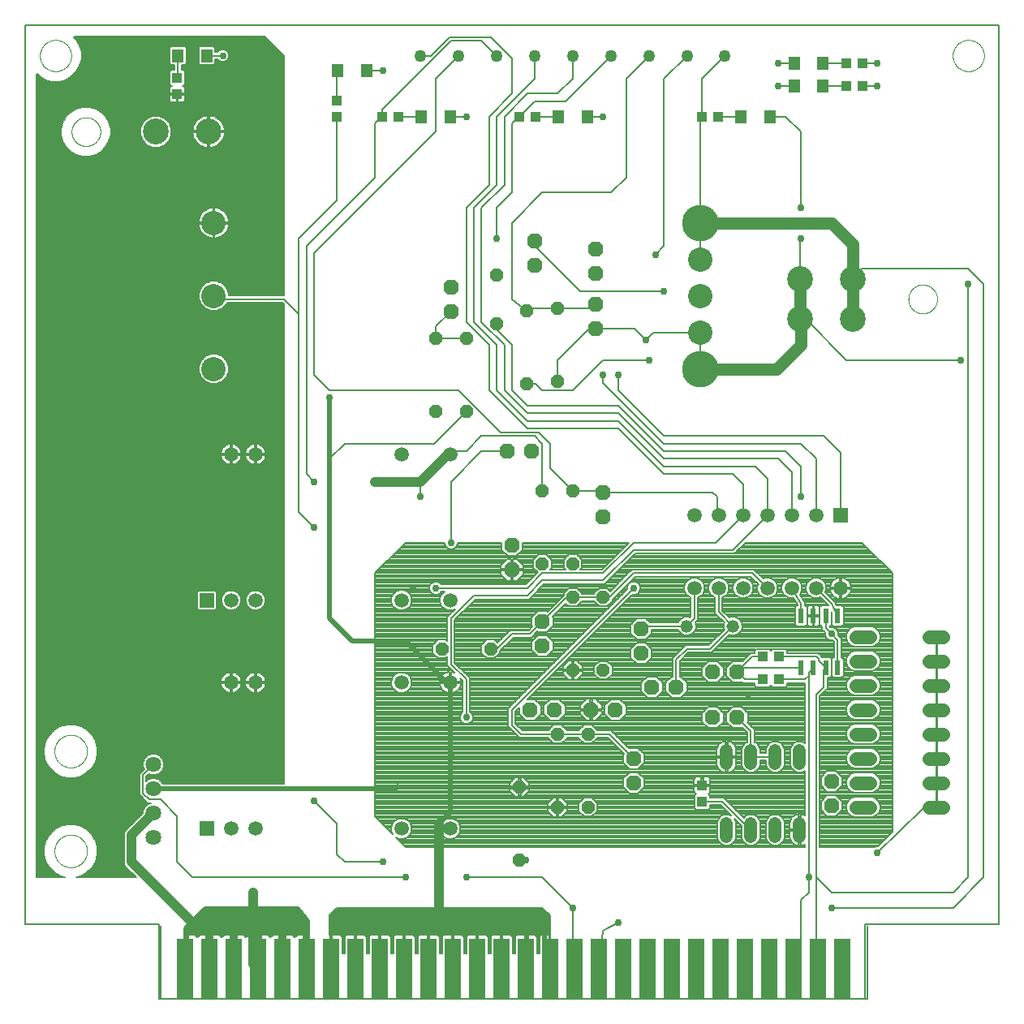
<source format=gtl>
G75*
%MOIN*%
%OFA0B0*%
%FSLAX25Y25*%
%IPPOS*%
%LPD*%
%AMOC8*
5,1,8,0,0,1.08239X$1,22.5*
%
%ADD10C,0.00600*%
%ADD11C,0.00000*%
%ADD12R,0.05937X0.05937*%
%ADD13C,0.05937*%
%ADD14OC8,0.06300*%
%ADD15OC8,0.05200*%
%ADD16C,0.05200*%
%ADD17C,0.05819*%
%ADD18C,0.10000*%
%ADD19C,0.15000*%
%ADD20R,0.05900X0.05900*%
%ADD21C,0.05900*%
%ADD22C,0.05000*%
%ADD23C,0.10630*%
%ADD24C,0.06450*%
%ADD25R,0.04724X0.05512*%
%ADD26R,0.03937X0.04331*%
%ADD27R,0.04331X0.03937*%
%ADD28C,0.00500*%
%ADD29R,0.06500X0.25000*%
%ADD30R,0.02362X0.06102*%
%ADD31C,0.05200*%
%ADD32C,0.00800*%
%ADD33C,0.02978*%
%ADD34C,0.02000*%
%ADD35C,0.04000*%
%ADD36C,0.03765*%
%ADD37C,0.05000*%
%ADD38C,0.01000*%
D10*
X0021728Y0064642D02*
X0076846Y0064642D01*
X0076846Y0033933D01*
X0366610Y0033933D01*
X0366610Y0064642D01*
X0421728Y0064642D01*
X0421728Y0433933D01*
X0021728Y0433933D01*
X0021728Y0064642D01*
X0026328Y0083933D02*
X0026328Y0413533D01*
X0026645Y0413849D01*
X0027643Y0412851D01*
X0030089Y0411439D01*
X0032816Y0410708D01*
X0035640Y0410708D01*
X0038368Y0411439D01*
X0040814Y0412851D01*
X0042810Y0414848D01*
X0044222Y0417293D01*
X0044953Y0420021D01*
X0044953Y0422845D01*
X0044222Y0425573D01*
X0042810Y0428018D01*
X0041812Y0429017D01*
X0042128Y0429333D01*
X0120078Y0429333D01*
X0127978Y0421433D01*
X0127978Y0322840D01*
X0105335Y0322840D01*
X0105335Y0323898D01*
X0104406Y0326142D01*
X0102688Y0327860D01*
X0100443Y0328790D01*
X0098014Y0328790D01*
X0095769Y0327860D01*
X0094051Y0326142D01*
X0093121Y0323898D01*
X0093121Y0321468D01*
X0094051Y0319224D01*
X0095769Y0317506D01*
X0098014Y0316576D01*
X0100443Y0316576D01*
X0102688Y0317506D01*
X0104406Y0319224D01*
X0104738Y0320026D01*
X0127396Y0320026D01*
X0127978Y0319443D01*
X0127978Y0122290D01*
X0078295Y0122290D01*
X0078151Y0122637D01*
X0076932Y0123856D01*
X0075340Y0124515D01*
X0073617Y0124515D01*
X0072024Y0123856D01*
X0071553Y0123385D01*
X0071553Y0125268D01*
X0072570Y0126285D01*
X0073617Y0125851D01*
X0075340Y0125851D01*
X0076932Y0126511D01*
X0078151Y0127729D01*
X0078810Y0129321D01*
X0078810Y0131045D01*
X0078151Y0132637D01*
X0076932Y0133856D01*
X0075340Y0134515D01*
X0073617Y0134515D01*
X0072024Y0133856D01*
X0070806Y0132637D01*
X0070146Y0131045D01*
X0070146Y0129321D01*
X0070580Y0128275D01*
X0068739Y0126434D01*
X0068739Y0117806D01*
X0072101Y0114444D01*
X0073445Y0114444D01*
X0072024Y0113856D01*
X0070806Y0112637D01*
X0070146Y0111045D01*
X0070146Y0110245D01*
X0062844Y0102943D01*
X0062371Y0101801D01*
X0062371Y0089565D01*
X0062844Y0088423D01*
X0067334Y0083933D01*
X0042832Y0083933D01*
X0044721Y0084439D01*
X0047228Y0085887D01*
X0049275Y0087933D01*
X0050722Y0090440D01*
X0051471Y0093236D01*
X0051471Y0096130D01*
X0050722Y0098926D01*
X0049275Y0101433D01*
X0047228Y0103480D01*
X0044721Y0104927D01*
X0041926Y0105676D01*
X0039031Y0105676D01*
X0036235Y0104927D01*
X0033729Y0103480D01*
X0031682Y0101433D01*
X0030235Y0098926D01*
X0029485Y0096130D01*
X0029485Y0093236D01*
X0030235Y0090440D01*
X0031682Y0087933D01*
X0033729Y0085887D01*
X0036235Y0084439D01*
X0038125Y0083933D01*
X0026328Y0083933D01*
X0026328Y0084208D02*
X0037098Y0084208D01*
X0035599Y0084807D02*
X0026328Y0084807D01*
X0026328Y0085405D02*
X0034563Y0085405D01*
X0033612Y0086004D02*
X0026328Y0086004D01*
X0026328Y0086602D02*
X0033013Y0086602D01*
X0032415Y0087201D02*
X0026328Y0087201D01*
X0026328Y0087799D02*
X0031816Y0087799D01*
X0031414Y0088398D02*
X0026328Y0088398D01*
X0026328Y0088996D02*
X0031068Y0088996D01*
X0030723Y0089595D02*
X0026328Y0089595D01*
X0026328Y0090193D02*
X0030377Y0090193D01*
X0030140Y0090792D02*
X0026328Y0090792D01*
X0026328Y0091390D02*
X0029980Y0091390D01*
X0029820Y0091989D02*
X0026328Y0091989D01*
X0026328Y0092587D02*
X0029659Y0092587D01*
X0029499Y0093186D02*
X0026328Y0093186D01*
X0026328Y0093784D02*
X0029485Y0093784D01*
X0029485Y0094383D02*
X0026328Y0094383D01*
X0026328Y0094981D02*
X0029485Y0094981D01*
X0029485Y0095580D02*
X0026328Y0095580D01*
X0026328Y0096178D02*
X0029498Y0096178D01*
X0029659Y0096777D02*
X0026328Y0096777D01*
X0026328Y0097375D02*
X0029819Y0097375D01*
X0029979Y0097974D02*
X0026328Y0097974D01*
X0026328Y0098572D02*
X0030140Y0098572D01*
X0030376Y0099171D02*
X0026328Y0099171D01*
X0026328Y0099769D02*
X0030721Y0099769D01*
X0031067Y0100368D02*
X0026328Y0100368D01*
X0026328Y0100966D02*
X0031412Y0100966D01*
X0031814Y0101565D02*
X0026328Y0101565D01*
X0026328Y0102163D02*
X0032412Y0102163D01*
X0033011Y0102762D02*
X0026328Y0102762D01*
X0026328Y0103360D02*
X0033609Y0103360D01*
X0034559Y0103959D02*
X0026328Y0103959D01*
X0026328Y0104557D02*
X0035595Y0104557D01*
X0037090Y0105156D02*
X0026328Y0105156D01*
X0026328Y0105754D02*
X0065656Y0105754D01*
X0065057Y0105156D02*
X0043866Y0105156D01*
X0045361Y0104557D02*
X0064459Y0104557D01*
X0063860Y0103959D02*
X0046398Y0103959D01*
X0047347Y0103360D02*
X0063262Y0103360D01*
X0062769Y0102762D02*
X0047946Y0102762D01*
X0048544Y0102163D02*
X0062521Y0102163D01*
X0062371Y0101565D02*
X0049143Y0101565D01*
X0049544Y0100966D02*
X0062371Y0100966D01*
X0062371Y0100368D02*
X0049890Y0100368D01*
X0050235Y0099769D02*
X0062371Y0099769D01*
X0062371Y0099171D02*
X0050581Y0099171D01*
X0050817Y0098572D02*
X0062371Y0098572D01*
X0062371Y0097974D02*
X0050977Y0097974D01*
X0051138Y0097375D02*
X0062371Y0097375D01*
X0062371Y0096777D02*
X0051298Y0096777D01*
X0051458Y0096178D02*
X0062371Y0096178D01*
X0062371Y0095580D02*
X0051471Y0095580D01*
X0051471Y0094981D02*
X0062371Y0094981D01*
X0062371Y0094383D02*
X0051471Y0094383D01*
X0051471Y0093784D02*
X0062371Y0093784D01*
X0062371Y0093186D02*
X0051458Y0093186D01*
X0051297Y0092587D02*
X0062371Y0092587D01*
X0062371Y0091989D02*
X0051137Y0091989D01*
X0050977Y0091390D02*
X0062371Y0091390D01*
X0062371Y0090792D02*
X0050816Y0090792D01*
X0050580Y0090193D02*
X0062371Y0090193D01*
X0062371Y0089595D02*
X0050234Y0089595D01*
X0049888Y0088996D02*
X0062607Y0088996D01*
X0062870Y0088398D02*
X0049543Y0088398D01*
X0049141Y0087799D02*
X0063468Y0087799D01*
X0064067Y0087201D02*
X0048542Y0087201D01*
X0047944Y0086602D02*
X0064665Y0086602D01*
X0065264Y0086004D02*
X0047345Y0086004D01*
X0046394Y0085405D02*
X0065862Y0085405D01*
X0066461Y0084807D02*
X0045357Y0084807D01*
X0043858Y0084208D02*
X0067059Y0084208D01*
X0084228Y0090183D02*
X0084228Y0108933D01*
X0077310Y0115851D01*
X0072684Y0115851D01*
X0070146Y0118389D01*
X0070146Y0125851D01*
X0074478Y0130183D01*
X0070487Y0128498D02*
X0048839Y0128498D01*
X0049275Y0128933D02*
X0050722Y0131440D01*
X0051471Y0134236D01*
X0051471Y0137130D01*
X0050722Y0139926D01*
X0049275Y0142433D01*
X0047228Y0144480D01*
X0044721Y0145927D01*
X0041926Y0146676D01*
X0039031Y0146676D01*
X0036235Y0145927D01*
X0033729Y0144480D01*
X0031682Y0142433D01*
X0030235Y0139926D01*
X0029485Y0137130D01*
X0029485Y0134236D01*
X0030235Y0131440D01*
X0031682Y0128933D01*
X0033729Y0126887D01*
X0036235Y0125439D01*
X0039031Y0124690D01*
X0041926Y0124690D01*
X0044721Y0125439D01*
X0047228Y0126887D01*
X0049275Y0128933D01*
X0049369Y0129096D02*
X0070239Y0129096D01*
X0070146Y0129695D02*
X0049715Y0129695D01*
X0050060Y0130293D02*
X0070146Y0130293D01*
X0070146Y0130892D02*
X0050406Y0130892D01*
X0050736Y0131490D02*
X0070331Y0131490D01*
X0070579Y0132089D02*
X0050896Y0132089D01*
X0051056Y0132687D02*
X0070856Y0132687D01*
X0071455Y0133286D02*
X0051217Y0133286D01*
X0051377Y0133884D02*
X0072094Y0133884D01*
X0073539Y0134483D02*
X0051471Y0134483D01*
X0051471Y0135081D02*
X0127978Y0135081D01*
X0127978Y0134483D02*
X0075418Y0134483D01*
X0076863Y0133884D02*
X0127978Y0133884D01*
X0127978Y0133286D02*
X0077502Y0133286D01*
X0078100Y0132687D02*
X0127978Y0132687D01*
X0127978Y0132089D02*
X0078378Y0132089D01*
X0078626Y0131490D02*
X0127978Y0131490D01*
X0127978Y0130892D02*
X0078810Y0130892D01*
X0078810Y0130293D02*
X0127978Y0130293D01*
X0127978Y0129695D02*
X0078810Y0129695D01*
X0078717Y0129096D02*
X0127978Y0129096D01*
X0127978Y0128498D02*
X0078469Y0128498D01*
X0078221Y0127899D02*
X0127978Y0127899D01*
X0127978Y0127301D02*
X0077723Y0127301D01*
X0077124Y0126702D02*
X0127978Y0126702D01*
X0127978Y0126104D02*
X0075950Y0126104D01*
X0075839Y0124308D02*
X0127978Y0124308D01*
X0127978Y0123710D02*
X0077078Y0123710D01*
X0077677Y0123111D02*
X0127978Y0123111D01*
X0127978Y0122513D02*
X0078202Y0122513D01*
X0073117Y0124308D02*
X0071553Y0124308D01*
X0071553Y0123710D02*
X0071879Y0123710D01*
X0071553Y0124907D02*
X0127978Y0124907D01*
X0127978Y0125505D02*
X0071790Y0125505D01*
X0072389Y0126104D02*
X0073006Y0126104D01*
X0070205Y0127899D02*
X0048241Y0127899D01*
X0047642Y0127301D02*
X0069606Y0127301D01*
X0069008Y0126702D02*
X0046909Y0126702D01*
X0045872Y0126104D02*
X0068739Y0126104D01*
X0068739Y0125505D02*
X0044836Y0125505D01*
X0042734Y0124907D02*
X0068739Y0124907D01*
X0068739Y0124308D02*
X0026328Y0124308D01*
X0026328Y0123710D02*
X0068739Y0123710D01*
X0068739Y0123111D02*
X0026328Y0123111D01*
X0026328Y0122513D02*
X0068739Y0122513D01*
X0068739Y0121914D02*
X0026328Y0121914D01*
X0026328Y0121316D02*
X0068739Y0121316D01*
X0068739Y0120717D02*
X0026328Y0120717D01*
X0026328Y0120119D02*
X0068739Y0120119D01*
X0068739Y0119520D02*
X0026328Y0119520D01*
X0026328Y0118922D02*
X0068739Y0118922D01*
X0068739Y0118323D02*
X0026328Y0118323D01*
X0026328Y0117725D02*
X0068820Y0117725D01*
X0069419Y0117126D02*
X0026328Y0117126D01*
X0026328Y0116528D02*
X0070017Y0116528D01*
X0070616Y0115929D02*
X0026328Y0115929D01*
X0026328Y0115331D02*
X0071214Y0115331D01*
X0071813Y0114732D02*
X0026328Y0114732D01*
X0026328Y0114134D02*
X0072695Y0114134D01*
X0071704Y0113535D02*
X0026328Y0113535D01*
X0026328Y0112937D02*
X0071105Y0112937D01*
X0070682Y0112338D02*
X0026328Y0112338D01*
X0026328Y0111740D02*
X0070434Y0111740D01*
X0070186Y0111141D02*
X0026328Y0111141D01*
X0026328Y0110543D02*
X0070146Y0110543D01*
X0069845Y0109944D02*
X0026328Y0109944D01*
X0026328Y0109345D02*
X0069247Y0109345D01*
X0068648Y0108747D02*
X0026328Y0108747D01*
X0026328Y0108148D02*
X0068050Y0108148D01*
X0067451Y0107550D02*
X0026328Y0107550D01*
X0026328Y0106951D02*
X0066853Y0106951D01*
X0066254Y0106353D02*
X0026328Y0106353D01*
X0026328Y0124907D02*
X0038223Y0124907D01*
X0036121Y0125505D02*
X0026328Y0125505D01*
X0026328Y0126104D02*
X0035084Y0126104D01*
X0034048Y0126702D02*
X0026328Y0126702D01*
X0026328Y0127301D02*
X0033314Y0127301D01*
X0032716Y0127899D02*
X0026328Y0127899D01*
X0026328Y0128498D02*
X0032117Y0128498D01*
X0031588Y0129096D02*
X0026328Y0129096D01*
X0026328Y0129695D02*
X0031242Y0129695D01*
X0030897Y0130293D02*
X0026328Y0130293D01*
X0026328Y0130892D02*
X0030551Y0130892D01*
X0030221Y0131490D02*
X0026328Y0131490D01*
X0026328Y0132089D02*
X0030061Y0132089D01*
X0029900Y0132687D02*
X0026328Y0132687D01*
X0026328Y0133286D02*
X0029740Y0133286D01*
X0029580Y0133884D02*
X0026328Y0133884D01*
X0026328Y0134483D02*
X0029485Y0134483D01*
X0029485Y0135081D02*
X0026328Y0135081D01*
X0026328Y0135680D02*
X0029485Y0135680D01*
X0029485Y0136279D02*
X0026328Y0136279D01*
X0026328Y0136877D02*
X0029485Y0136877D01*
X0029578Y0137476D02*
X0026328Y0137476D01*
X0026328Y0138074D02*
X0029738Y0138074D01*
X0029899Y0138673D02*
X0026328Y0138673D01*
X0026328Y0139271D02*
X0030059Y0139271D01*
X0030219Y0139870D02*
X0026328Y0139870D01*
X0026328Y0140468D02*
X0030547Y0140468D01*
X0030893Y0141067D02*
X0026328Y0141067D01*
X0026328Y0141665D02*
X0031239Y0141665D01*
X0031584Y0142264D02*
X0026328Y0142264D01*
X0026328Y0142862D02*
X0032111Y0142862D01*
X0032710Y0143461D02*
X0026328Y0143461D01*
X0026328Y0144059D02*
X0033308Y0144059D01*
X0034037Y0144658D02*
X0026328Y0144658D01*
X0026328Y0145256D02*
X0035074Y0145256D01*
X0036110Y0145855D02*
X0026328Y0145855D01*
X0026328Y0146453D02*
X0038200Y0146453D01*
X0042757Y0146453D02*
X0127978Y0146453D01*
X0127978Y0145855D02*
X0044846Y0145855D01*
X0045883Y0145256D02*
X0127978Y0145256D01*
X0127978Y0144658D02*
X0046920Y0144658D01*
X0047649Y0144059D02*
X0127978Y0144059D01*
X0127978Y0143461D02*
X0048247Y0143461D01*
X0048846Y0142862D02*
X0127978Y0142862D01*
X0127978Y0142264D02*
X0049373Y0142264D01*
X0049718Y0141665D02*
X0127978Y0141665D01*
X0127978Y0141067D02*
X0050064Y0141067D01*
X0050409Y0140468D02*
X0127978Y0140468D01*
X0127978Y0139870D02*
X0050737Y0139870D01*
X0050898Y0139271D02*
X0127978Y0139271D01*
X0127978Y0138673D02*
X0051058Y0138673D01*
X0051218Y0138074D02*
X0127978Y0138074D01*
X0127978Y0137476D02*
X0051379Y0137476D01*
X0051471Y0136877D02*
X0127978Y0136877D01*
X0127978Y0136279D02*
X0051471Y0136279D01*
X0051471Y0135680D02*
X0127978Y0135680D01*
X0127978Y0147052D02*
X0026328Y0147052D01*
X0026328Y0147650D02*
X0127978Y0147650D01*
X0127978Y0148249D02*
X0026328Y0148249D01*
X0026328Y0148847D02*
X0127978Y0148847D01*
X0127978Y0149446D02*
X0026328Y0149446D01*
X0026328Y0150044D02*
X0127978Y0150044D01*
X0127978Y0150643D02*
X0026328Y0150643D01*
X0026328Y0151241D02*
X0127978Y0151241D01*
X0127978Y0151840D02*
X0026328Y0151840D01*
X0026328Y0152438D02*
X0127978Y0152438D01*
X0127978Y0153037D02*
X0026328Y0153037D01*
X0026328Y0153635D02*
X0127978Y0153635D01*
X0127978Y0154234D02*
X0026328Y0154234D01*
X0026328Y0154832D02*
X0127978Y0154832D01*
X0127978Y0155431D02*
X0026328Y0155431D01*
X0026328Y0156029D02*
X0127978Y0156029D01*
X0127978Y0156628D02*
X0026328Y0156628D01*
X0026328Y0157226D02*
X0127978Y0157226D01*
X0127978Y0157825D02*
X0026328Y0157825D01*
X0026328Y0158423D02*
X0127978Y0158423D01*
X0127978Y0159022D02*
X0026328Y0159022D01*
X0026328Y0159620D02*
X0127978Y0159620D01*
X0127978Y0160219D02*
X0118487Y0160219D01*
X0118611Y0160282D02*
X0119155Y0160677D01*
X0119630Y0161152D01*
X0120025Y0161696D01*
X0120330Y0162295D01*
X0120537Y0162934D01*
X0120643Y0163597D01*
X0120643Y0163633D01*
X0116674Y0163633D01*
X0116674Y0159665D01*
X0116710Y0159665D01*
X0117374Y0159770D01*
X0118013Y0159977D01*
X0118611Y0160282D01*
X0119295Y0160817D02*
X0127978Y0160817D01*
X0127978Y0161416D02*
X0119821Y0161416D01*
X0120187Y0162014D02*
X0127978Y0162014D01*
X0127978Y0162613D02*
X0120433Y0162613D01*
X0120581Y0163212D02*
X0127978Y0163212D01*
X0127978Y0163810D02*
X0116674Y0163810D01*
X0116674Y0163633D02*
X0116674Y0164233D01*
X0120643Y0164233D01*
X0120643Y0164269D01*
X0120537Y0164933D01*
X0120330Y0165572D01*
X0120025Y0166170D01*
X0119630Y0166714D01*
X0119155Y0167189D01*
X0118611Y0167584D01*
X0118013Y0167889D01*
X0117374Y0168096D01*
X0116710Y0168202D01*
X0116674Y0168202D01*
X0116674Y0164233D01*
X0116074Y0164233D01*
X0116074Y0163633D01*
X0116674Y0163633D01*
X0116674Y0163212D02*
X0116074Y0163212D01*
X0116074Y0163633D02*
X0116074Y0159665D01*
X0116038Y0159665D01*
X0115374Y0159770D01*
X0114735Y0159977D01*
X0114137Y0160282D01*
X0113593Y0160677D01*
X0113118Y0161152D01*
X0112723Y0161696D01*
X0112418Y0162295D01*
X0112211Y0162934D01*
X0112106Y0163597D01*
X0112106Y0163633D01*
X0116074Y0163633D01*
X0116074Y0163810D02*
X0106674Y0163810D01*
X0106674Y0163633D02*
X0106674Y0164233D01*
X0110643Y0164233D01*
X0110643Y0164269D01*
X0110537Y0164933D01*
X0110330Y0165572D01*
X0110025Y0166170D01*
X0109630Y0166714D01*
X0109155Y0167189D01*
X0108611Y0167584D01*
X0108013Y0167889D01*
X0107374Y0168096D01*
X0106710Y0168202D01*
X0106674Y0168202D01*
X0106674Y0164233D01*
X0106074Y0164233D01*
X0106074Y0163633D01*
X0106674Y0163633D01*
X0106674Y0159665D01*
X0106710Y0159665D01*
X0107374Y0159770D01*
X0108013Y0159977D01*
X0108611Y0160282D01*
X0109155Y0160677D01*
X0109630Y0161152D01*
X0110025Y0161696D01*
X0110330Y0162295D01*
X0110537Y0162934D01*
X0110643Y0163597D01*
X0110643Y0163633D01*
X0106674Y0163633D01*
X0106674Y0163212D02*
X0106074Y0163212D01*
X0106074Y0163633D02*
X0106074Y0159665D01*
X0106038Y0159665D01*
X0105374Y0159770D01*
X0104735Y0159977D01*
X0104137Y0160282D01*
X0103593Y0160677D01*
X0103118Y0161152D01*
X0102723Y0161696D01*
X0102418Y0162295D01*
X0102211Y0162934D01*
X0102106Y0163597D01*
X0102106Y0163633D01*
X0106074Y0163633D01*
X0106074Y0163810D02*
X0026328Y0163810D01*
X0026328Y0163212D02*
X0102167Y0163212D01*
X0102315Y0162613D02*
X0026328Y0162613D01*
X0026328Y0162014D02*
X0102561Y0162014D01*
X0102927Y0161416D02*
X0026328Y0161416D01*
X0026328Y0160817D02*
X0103453Y0160817D01*
X0104261Y0160219D02*
X0026328Y0160219D01*
X0026328Y0164409D02*
X0102128Y0164409D01*
X0102106Y0164269D02*
X0102105Y0164233D01*
X0106074Y0164233D01*
X0106074Y0168202D01*
X0106038Y0168202D01*
X0105374Y0168096D01*
X0104735Y0167889D01*
X0104137Y0167584D01*
X0103593Y0167189D01*
X0103118Y0166714D01*
X0102723Y0166170D01*
X0102418Y0165572D01*
X0102211Y0164933D01*
X0102106Y0164269D01*
X0102235Y0165007D02*
X0026328Y0165007D01*
X0026328Y0165606D02*
X0102436Y0165606D01*
X0102748Y0166204D02*
X0026328Y0166204D01*
X0026328Y0166803D02*
X0103207Y0166803D01*
X0103885Y0167401D02*
X0026328Y0167401D01*
X0026328Y0168000D02*
X0105076Y0168000D01*
X0106074Y0168000D02*
X0106674Y0168000D01*
X0106674Y0167401D02*
X0106074Y0167401D01*
X0106074Y0166803D02*
X0106674Y0166803D01*
X0106674Y0166204D02*
X0106074Y0166204D01*
X0106074Y0165606D02*
X0106674Y0165606D01*
X0106674Y0165007D02*
X0106074Y0165007D01*
X0106074Y0164409D02*
X0106674Y0164409D01*
X0106674Y0162613D02*
X0106074Y0162613D01*
X0106074Y0162014D02*
X0106674Y0162014D01*
X0106674Y0161416D02*
X0106074Y0161416D01*
X0106074Y0160817D02*
X0106674Y0160817D01*
X0106674Y0160219D02*
X0106074Y0160219D01*
X0108487Y0160219D02*
X0114261Y0160219D01*
X0113453Y0160817D02*
X0109295Y0160817D01*
X0109821Y0161416D02*
X0112927Y0161416D01*
X0112561Y0162014D02*
X0110187Y0162014D01*
X0110433Y0162613D02*
X0112315Y0162613D01*
X0112167Y0163212D02*
X0110581Y0163212D01*
X0110620Y0164409D02*
X0112128Y0164409D01*
X0112106Y0164269D02*
X0112105Y0164233D01*
X0116074Y0164233D01*
X0116074Y0168202D01*
X0116038Y0168202D01*
X0115374Y0168096D01*
X0114735Y0167889D01*
X0114137Y0167584D01*
X0113593Y0167189D01*
X0113118Y0166714D01*
X0112723Y0166170D01*
X0112418Y0165572D01*
X0112211Y0164933D01*
X0112106Y0164269D01*
X0112235Y0165007D02*
X0110513Y0165007D01*
X0110312Y0165606D02*
X0112436Y0165606D01*
X0112748Y0166204D02*
X0110000Y0166204D01*
X0109541Y0166803D02*
X0113207Y0166803D01*
X0113885Y0167401D02*
X0108863Y0167401D01*
X0107672Y0168000D02*
X0115076Y0168000D01*
X0116074Y0168000D02*
X0116674Y0168000D01*
X0116674Y0167401D02*
X0116074Y0167401D01*
X0116074Y0166803D02*
X0116674Y0166803D01*
X0116674Y0166204D02*
X0116074Y0166204D01*
X0116074Y0165606D02*
X0116674Y0165606D01*
X0116674Y0165007D02*
X0116074Y0165007D01*
X0116074Y0164409D02*
X0116674Y0164409D01*
X0116674Y0162613D02*
X0116074Y0162613D01*
X0116074Y0162014D02*
X0116674Y0162014D01*
X0116674Y0161416D02*
X0116074Y0161416D01*
X0116074Y0160817D02*
X0116674Y0160817D01*
X0116674Y0160219D02*
X0116074Y0160219D01*
X0120620Y0164409D02*
X0127978Y0164409D01*
X0127978Y0165007D02*
X0120513Y0165007D01*
X0120312Y0165606D02*
X0127978Y0165606D01*
X0127978Y0166204D02*
X0120000Y0166204D01*
X0119541Y0166803D02*
X0127978Y0166803D01*
X0127978Y0167401D02*
X0118863Y0167401D01*
X0117672Y0168000D02*
X0127978Y0168000D01*
X0127978Y0168598D02*
X0026328Y0168598D01*
X0026328Y0169197D02*
X0127978Y0169197D01*
X0127978Y0169795D02*
X0026328Y0169795D01*
X0026328Y0170394D02*
X0127978Y0170394D01*
X0127978Y0170992D02*
X0026328Y0170992D01*
X0026328Y0171591D02*
X0127978Y0171591D01*
X0127978Y0172189D02*
X0026328Y0172189D01*
X0026328Y0172788D02*
X0127978Y0172788D01*
X0127978Y0173386D02*
X0026328Y0173386D01*
X0026328Y0173985D02*
X0127978Y0173985D01*
X0127978Y0174583D02*
X0026328Y0174583D01*
X0026328Y0175182D02*
X0127978Y0175182D01*
X0127978Y0175780D02*
X0026328Y0175780D01*
X0026328Y0176379D02*
X0127978Y0176379D01*
X0127978Y0176977D02*
X0026328Y0176977D01*
X0026328Y0177576D02*
X0127978Y0177576D01*
X0127978Y0178174D02*
X0026328Y0178174D01*
X0026328Y0178773D02*
X0127978Y0178773D01*
X0127978Y0179371D02*
X0026328Y0179371D01*
X0026328Y0179970D02*
X0127978Y0179970D01*
X0127978Y0180568D02*
X0026328Y0180568D01*
X0026328Y0181167D02*
X0127978Y0181167D01*
X0127978Y0181765D02*
X0026328Y0181765D01*
X0026328Y0182364D02*
X0127978Y0182364D01*
X0127978Y0182962D02*
X0026328Y0182962D01*
X0026328Y0183561D02*
X0127978Y0183561D01*
X0127978Y0184159D02*
X0026328Y0184159D01*
X0026328Y0184758D02*
X0127978Y0184758D01*
X0127978Y0185356D02*
X0026328Y0185356D01*
X0026328Y0185955D02*
X0127978Y0185955D01*
X0127978Y0186553D02*
X0026328Y0186553D01*
X0026328Y0187152D02*
X0127978Y0187152D01*
X0127978Y0187750D02*
X0026328Y0187750D01*
X0026328Y0188349D02*
X0127978Y0188349D01*
X0127978Y0188948D02*
X0026328Y0188948D01*
X0026328Y0189546D02*
X0127978Y0189546D01*
X0127978Y0190145D02*
X0026328Y0190145D01*
X0026328Y0190743D02*
X0127978Y0190743D01*
X0127978Y0191342D02*
X0026328Y0191342D01*
X0026328Y0191940D02*
X0127978Y0191940D01*
X0127978Y0192539D02*
X0026328Y0192539D01*
X0026328Y0193137D02*
X0127978Y0193137D01*
X0127978Y0193736D02*
X0117494Y0193736D01*
X0117185Y0193607D02*
X0118683Y0194228D01*
X0119829Y0195374D01*
X0120450Y0196872D01*
X0120450Y0198494D01*
X0119829Y0199992D01*
X0118683Y0201138D01*
X0117185Y0201759D01*
X0115563Y0201759D01*
X0114065Y0201138D01*
X0112919Y0199992D01*
X0112298Y0198494D01*
X0112298Y0196872D01*
X0112919Y0195374D01*
X0114065Y0194228D01*
X0115563Y0193607D01*
X0117185Y0193607D01*
X0118789Y0194334D02*
X0127978Y0194334D01*
X0127978Y0194933D02*
X0119387Y0194933D01*
X0119894Y0195531D02*
X0127978Y0195531D01*
X0127978Y0196130D02*
X0120142Y0196130D01*
X0120390Y0196728D02*
X0127978Y0196728D01*
X0127978Y0197327D02*
X0120450Y0197327D01*
X0120450Y0197925D02*
X0127978Y0197925D01*
X0127978Y0198524D02*
X0120437Y0198524D01*
X0120189Y0199122D02*
X0127978Y0199122D01*
X0127978Y0199721D02*
X0119941Y0199721D01*
X0119502Y0200319D02*
X0127978Y0200319D01*
X0127978Y0200918D02*
X0118903Y0200918D01*
X0117770Y0201516D02*
X0127978Y0201516D01*
X0127978Y0202115D02*
X0026328Y0202115D01*
X0026328Y0202713D02*
X0127978Y0202713D01*
X0127978Y0203312D02*
X0026328Y0203312D01*
X0026328Y0203910D02*
X0127978Y0203910D01*
X0127978Y0204509D02*
X0026328Y0204509D01*
X0026328Y0205107D02*
X0127978Y0205107D01*
X0127978Y0205706D02*
X0026328Y0205706D01*
X0026328Y0206304D02*
X0127978Y0206304D01*
X0127978Y0206903D02*
X0026328Y0206903D01*
X0026328Y0207501D02*
X0127978Y0207501D01*
X0127978Y0208100D02*
X0026328Y0208100D01*
X0026328Y0208698D02*
X0127978Y0208698D01*
X0127978Y0209297D02*
X0026328Y0209297D01*
X0026328Y0209895D02*
X0127978Y0209895D01*
X0127978Y0210494D02*
X0026328Y0210494D01*
X0026328Y0211092D02*
X0127978Y0211092D01*
X0127978Y0211691D02*
X0026328Y0211691D01*
X0026328Y0212289D02*
X0127978Y0212289D01*
X0127978Y0212888D02*
X0026328Y0212888D01*
X0026328Y0213486D02*
X0127978Y0213486D01*
X0127978Y0214085D02*
X0026328Y0214085D01*
X0026328Y0214683D02*
X0127978Y0214683D01*
X0127978Y0215282D02*
X0026328Y0215282D01*
X0026328Y0215881D02*
X0127978Y0215881D01*
X0127978Y0216479D02*
X0026328Y0216479D01*
X0026328Y0217078D02*
X0127978Y0217078D01*
X0127978Y0217676D02*
X0026328Y0217676D01*
X0026328Y0218275D02*
X0127978Y0218275D01*
X0127978Y0218873D02*
X0026328Y0218873D01*
X0026328Y0219472D02*
X0127978Y0219472D01*
X0127978Y0220070D02*
X0026328Y0220070D01*
X0026328Y0220669D02*
X0127978Y0220669D01*
X0127978Y0221267D02*
X0026328Y0221267D01*
X0026328Y0221866D02*
X0127978Y0221866D01*
X0127978Y0222464D02*
X0026328Y0222464D01*
X0026328Y0223063D02*
X0127978Y0223063D01*
X0127978Y0223661D02*
X0026328Y0223661D01*
X0026328Y0224260D02*
X0127978Y0224260D01*
X0127978Y0224858D02*
X0026328Y0224858D01*
X0026328Y0225457D02*
X0127978Y0225457D01*
X0127978Y0226055D02*
X0026328Y0226055D01*
X0026328Y0226654D02*
X0127978Y0226654D01*
X0127978Y0227252D02*
X0026328Y0227252D01*
X0026328Y0227851D02*
X0127978Y0227851D01*
X0127978Y0228449D02*
X0026328Y0228449D01*
X0026328Y0229048D02*
X0127978Y0229048D01*
X0127978Y0229646D02*
X0026328Y0229646D01*
X0026328Y0230245D02*
X0127978Y0230245D01*
X0127978Y0230843D02*
X0026328Y0230843D01*
X0026328Y0231442D02*
X0127978Y0231442D01*
X0127978Y0232040D02*
X0026328Y0232040D01*
X0026328Y0232639D02*
X0127978Y0232639D01*
X0127978Y0233237D02*
X0026328Y0233237D01*
X0026328Y0233836D02*
X0127978Y0233836D01*
X0127978Y0234434D02*
X0026328Y0234434D01*
X0026328Y0235033D02*
X0127978Y0235033D01*
X0127978Y0235631D02*
X0026328Y0235631D01*
X0026328Y0236230D02*
X0127978Y0236230D01*
X0127978Y0236828D02*
X0026328Y0236828D01*
X0026328Y0237427D02*
X0127978Y0237427D01*
X0127978Y0238025D02*
X0026328Y0238025D01*
X0026328Y0238624D02*
X0127978Y0238624D01*
X0127978Y0239222D02*
X0026328Y0239222D01*
X0026328Y0239821D02*
X0127978Y0239821D01*
X0127978Y0240419D02*
X0026328Y0240419D01*
X0026328Y0241018D02*
X0127978Y0241018D01*
X0127978Y0241616D02*
X0026328Y0241616D01*
X0026328Y0242215D02*
X0127978Y0242215D01*
X0127978Y0242814D02*
X0026328Y0242814D01*
X0026328Y0243412D02*
X0127978Y0243412D01*
X0127978Y0244011D02*
X0026328Y0244011D01*
X0026328Y0244609D02*
X0127978Y0244609D01*
X0127978Y0245208D02*
X0026328Y0245208D01*
X0026328Y0245806D02*
X0127978Y0245806D01*
X0127978Y0246405D02*
X0026328Y0246405D01*
X0026328Y0247003D02*
X0127978Y0247003D01*
X0127978Y0247602D02*
X0026328Y0247602D01*
X0026328Y0248200D02*
X0127978Y0248200D01*
X0127978Y0248799D02*
X0026328Y0248799D01*
X0026328Y0249397D02*
X0127978Y0249397D01*
X0127978Y0249996D02*
X0026328Y0249996D01*
X0026328Y0250594D02*
X0127978Y0250594D01*
X0127978Y0251193D02*
X0026328Y0251193D01*
X0026328Y0251791D02*
X0127978Y0251791D01*
X0127978Y0252390D02*
X0026328Y0252390D01*
X0026328Y0252988D02*
X0127978Y0252988D01*
X0127978Y0253587D02*
X0117580Y0253587D01*
X0117374Y0253520D02*
X0118013Y0253727D01*
X0118611Y0254032D01*
X0119155Y0254427D01*
X0119630Y0254902D01*
X0120025Y0255446D01*
X0120330Y0256045D01*
X0120537Y0256684D01*
X0120643Y0257347D01*
X0120643Y0257383D01*
X0116674Y0257383D01*
X0116674Y0253415D01*
X0116710Y0253415D01*
X0117374Y0253520D01*
X0116674Y0253587D02*
X0116074Y0253587D01*
X0116074Y0253415D02*
X0116074Y0257383D01*
X0116674Y0257383D01*
X0116674Y0257983D01*
X0120643Y0257983D01*
X0120643Y0258019D01*
X0120537Y0258683D01*
X0120330Y0259322D01*
X0120025Y0259920D01*
X0119630Y0260464D01*
X0119155Y0260939D01*
X0118611Y0261334D01*
X0118013Y0261639D01*
X0117374Y0261846D01*
X0116710Y0261952D01*
X0116674Y0261952D01*
X0116674Y0257983D01*
X0116074Y0257983D01*
X0116074Y0257383D01*
X0112106Y0257383D01*
X0112106Y0257347D01*
X0112211Y0256684D01*
X0112418Y0256045D01*
X0112723Y0255446D01*
X0113118Y0254902D01*
X0113593Y0254427D01*
X0114137Y0254032D01*
X0114735Y0253727D01*
X0115374Y0253520D01*
X0116038Y0253415D01*
X0116074Y0253415D01*
X0116074Y0254185D02*
X0116674Y0254185D01*
X0116674Y0254784D02*
X0116074Y0254784D01*
X0116074Y0255382D02*
X0116674Y0255382D01*
X0116674Y0255981D02*
X0116074Y0255981D01*
X0116074Y0256579D02*
X0116674Y0256579D01*
X0116674Y0257178D02*
X0116074Y0257178D01*
X0116074Y0257776D02*
X0106674Y0257776D01*
X0106674Y0257983D02*
X0110643Y0257983D01*
X0110643Y0258019D01*
X0110537Y0258683D01*
X0110330Y0259322D01*
X0110025Y0259920D01*
X0109630Y0260464D01*
X0109155Y0260939D01*
X0108611Y0261334D01*
X0108013Y0261639D01*
X0107374Y0261846D01*
X0106710Y0261952D01*
X0106674Y0261952D01*
X0106674Y0257983D01*
X0106674Y0257383D01*
X0106674Y0253415D01*
X0106710Y0253415D01*
X0107374Y0253520D01*
X0108013Y0253727D01*
X0108611Y0254032D01*
X0109155Y0254427D01*
X0109630Y0254902D01*
X0110025Y0255446D01*
X0110330Y0256045D01*
X0110537Y0256684D01*
X0110643Y0257347D01*
X0110643Y0257383D01*
X0106674Y0257383D01*
X0106074Y0257383D01*
X0106074Y0253415D01*
X0106038Y0253415D01*
X0105374Y0253520D01*
X0104735Y0253727D01*
X0104137Y0254032D01*
X0103593Y0254427D01*
X0103118Y0254902D01*
X0102723Y0255446D01*
X0102418Y0256045D01*
X0102211Y0256684D01*
X0102106Y0257347D01*
X0102106Y0257383D01*
X0106074Y0257383D01*
X0106074Y0257983D01*
X0102105Y0257983D01*
X0102106Y0258019D01*
X0102211Y0258683D01*
X0102418Y0259322D01*
X0102723Y0259920D01*
X0103118Y0260464D01*
X0103593Y0260939D01*
X0104137Y0261334D01*
X0104735Y0261639D01*
X0105374Y0261846D01*
X0106038Y0261952D01*
X0106074Y0261952D01*
X0106074Y0257983D01*
X0106674Y0257983D01*
X0106674Y0258375D02*
X0106074Y0258375D01*
X0106074Y0258973D02*
X0106674Y0258973D01*
X0106674Y0259572D02*
X0106074Y0259572D01*
X0106074Y0260170D02*
X0106674Y0260170D01*
X0106674Y0260769D02*
X0106074Y0260769D01*
X0106074Y0261367D02*
X0106674Y0261367D01*
X0108545Y0261367D02*
X0114203Y0261367D01*
X0114137Y0261334D02*
X0113593Y0260939D01*
X0113118Y0260464D01*
X0112723Y0259920D01*
X0112418Y0259322D01*
X0112211Y0258683D01*
X0112106Y0258019D01*
X0112105Y0257983D01*
X0116074Y0257983D01*
X0116074Y0261952D01*
X0116038Y0261952D01*
X0115374Y0261846D01*
X0114735Y0261639D01*
X0114137Y0261334D01*
X0113423Y0260769D02*
X0109325Y0260769D01*
X0109843Y0260170D02*
X0112905Y0260170D01*
X0112546Y0259572D02*
X0110202Y0259572D01*
X0110443Y0258973D02*
X0112305Y0258973D01*
X0112162Y0258375D02*
X0110586Y0258375D01*
X0110616Y0257178D02*
X0112132Y0257178D01*
X0112244Y0256579D02*
X0110504Y0256579D01*
X0110297Y0255981D02*
X0112451Y0255981D01*
X0112769Y0255382D02*
X0109979Y0255382D01*
X0109511Y0254784D02*
X0113237Y0254784D01*
X0113926Y0254185D02*
X0108822Y0254185D01*
X0107580Y0253587D02*
X0115168Y0253587D01*
X0118822Y0254185D02*
X0127978Y0254185D01*
X0127978Y0254784D02*
X0119511Y0254784D01*
X0119979Y0255382D02*
X0127978Y0255382D01*
X0127978Y0255981D02*
X0120297Y0255981D01*
X0120504Y0256579D02*
X0127978Y0256579D01*
X0127978Y0257178D02*
X0120616Y0257178D01*
X0120586Y0258375D02*
X0127978Y0258375D01*
X0127978Y0258973D02*
X0120443Y0258973D01*
X0120202Y0259572D02*
X0127978Y0259572D01*
X0127978Y0260170D02*
X0119843Y0260170D01*
X0119325Y0260769D02*
X0127978Y0260769D01*
X0127978Y0261367D02*
X0118545Y0261367D01*
X0116674Y0261367D02*
X0116074Y0261367D01*
X0116074Y0260769D02*
X0116674Y0260769D01*
X0116674Y0260170D02*
X0116074Y0260170D01*
X0116074Y0259572D02*
X0116674Y0259572D01*
X0116674Y0258973D02*
X0116074Y0258973D01*
X0116074Y0258375D02*
X0116674Y0258375D01*
X0116674Y0257776D02*
X0127978Y0257776D01*
X0127978Y0261966D02*
X0026328Y0261966D01*
X0026328Y0262564D02*
X0127978Y0262564D01*
X0127978Y0263163D02*
X0026328Y0263163D01*
X0026328Y0263761D02*
X0127978Y0263761D01*
X0127978Y0264360D02*
X0026328Y0264360D01*
X0026328Y0264958D02*
X0127978Y0264958D01*
X0127978Y0265557D02*
X0026328Y0265557D01*
X0026328Y0266155D02*
X0127978Y0266155D01*
X0127978Y0266754D02*
X0026328Y0266754D01*
X0026328Y0267352D02*
X0127978Y0267352D01*
X0127978Y0267951D02*
X0026328Y0267951D01*
X0026328Y0268550D02*
X0127978Y0268550D01*
X0127978Y0269148D02*
X0026328Y0269148D01*
X0026328Y0269747D02*
X0127978Y0269747D01*
X0127978Y0270345D02*
X0026328Y0270345D01*
X0026328Y0270944D02*
X0127978Y0270944D01*
X0127978Y0271542D02*
X0026328Y0271542D01*
X0026328Y0272141D02*
X0127978Y0272141D01*
X0127978Y0272739D02*
X0026328Y0272739D01*
X0026328Y0273338D02*
X0127978Y0273338D01*
X0127978Y0273936D02*
X0026328Y0273936D01*
X0026328Y0274535D02*
X0127978Y0274535D01*
X0127978Y0275133D02*
X0026328Y0275133D01*
X0026328Y0275732D02*
X0127978Y0275732D01*
X0127978Y0276330D02*
X0026328Y0276330D01*
X0026328Y0276929D02*
X0127978Y0276929D01*
X0127978Y0277527D02*
X0026328Y0277527D01*
X0026328Y0278126D02*
X0127978Y0278126D01*
X0127978Y0278724D02*
X0026328Y0278724D01*
X0026328Y0279323D02*
X0127978Y0279323D01*
X0127978Y0279921D02*
X0026328Y0279921D01*
X0026328Y0280520D02*
X0127978Y0280520D01*
X0127978Y0281118D02*
X0026328Y0281118D01*
X0026328Y0281717D02*
X0127978Y0281717D01*
X0127978Y0282315D02*
X0026328Y0282315D01*
X0026328Y0282914D02*
X0127978Y0282914D01*
X0127978Y0283512D02*
X0026328Y0283512D01*
X0026328Y0284111D02*
X0127978Y0284111D01*
X0127978Y0284709D02*
X0026328Y0284709D01*
X0026328Y0285308D02*
X0127978Y0285308D01*
X0127978Y0285906D02*
X0026328Y0285906D01*
X0026328Y0286505D02*
X0127978Y0286505D01*
X0127978Y0287103D02*
X0101716Y0287103D01*
X0102688Y0287506D02*
X0104406Y0289224D01*
X0105335Y0291468D01*
X0105335Y0293898D01*
X0104406Y0296142D01*
X0102688Y0297860D01*
X0100443Y0298790D01*
X0098014Y0298790D01*
X0095769Y0297860D01*
X0094051Y0296142D01*
X0093121Y0293898D01*
X0093121Y0291468D01*
X0094051Y0289224D01*
X0095769Y0287506D01*
X0098014Y0286576D01*
X0100443Y0286576D01*
X0102688Y0287506D01*
X0102884Y0287702D02*
X0127978Y0287702D01*
X0127978Y0288300D02*
X0103482Y0288300D01*
X0104081Y0288899D02*
X0127978Y0288899D01*
X0127978Y0289497D02*
X0104519Y0289497D01*
X0104767Y0290096D02*
X0127978Y0290096D01*
X0127978Y0290694D02*
X0105015Y0290694D01*
X0105263Y0291293D02*
X0127978Y0291293D01*
X0127978Y0291891D02*
X0105335Y0291891D01*
X0105335Y0292490D02*
X0127978Y0292490D01*
X0127978Y0293088D02*
X0105335Y0293088D01*
X0105335Y0293687D02*
X0127978Y0293687D01*
X0127978Y0294285D02*
X0105175Y0294285D01*
X0104927Y0294884D02*
X0127978Y0294884D01*
X0127978Y0295483D02*
X0104679Y0295483D01*
X0104431Y0296081D02*
X0127978Y0296081D01*
X0127978Y0296680D02*
X0103869Y0296680D01*
X0103270Y0297278D02*
X0127978Y0297278D01*
X0127978Y0297877D02*
X0102649Y0297877D01*
X0101204Y0298475D02*
X0127978Y0298475D01*
X0127978Y0299074D02*
X0026328Y0299074D01*
X0026328Y0299672D02*
X0127978Y0299672D01*
X0127978Y0300271D02*
X0026328Y0300271D01*
X0026328Y0300869D02*
X0127978Y0300869D01*
X0127978Y0301468D02*
X0026328Y0301468D01*
X0026328Y0302066D02*
X0127978Y0302066D01*
X0127978Y0302665D02*
X0026328Y0302665D01*
X0026328Y0303263D02*
X0127978Y0303263D01*
X0127978Y0303862D02*
X0026328Y0303862D01*
X0026328Y0304460D02*
X0127978Y0304460D01*
X0127978Y0305059D02*
X0026328Y0305059D01*
X0026328Y0305657D02*
X0127978Y0305657D01*
X0127978Y0306256D02*
X0026328Y0306256D01*
X0026328Y0306854D02*
X0127978Y0306854D01*
X0127978Y0307453D02*
X0026328Y0307453D01*
X0026328Y0308051D02*
X0127978Y0308051D01*
X0127978Y0308650D02*
X0026328Y0308650D01*
X0026328Y0309248D02*
X0127978Y0309248D01*
X0127978Y0309847D02*
X0026328Y0309847D01*
X0026328Y0310445D02*
X0127978Y0310445D01*
X0127978Y0311044D02*
X0026328Y0311044D01*
X0026328Y0311642D02*
X0127978Y0311642D01*
X0127978Y0312241D02*
X0026328Y0312241D01*
X0026328Y0312839D02*
X0127978Y0312839D01*
X0127978Y0313438D02*
X0026328Y0313438D01*
X0026328Y0314036D02*
X0127978Y0314036D01*
X0127978Y0314635D02*
X0026328Y0314635D01*
X0026328Y0315233D02*
X0127978Y0315233D01*
X0127978Y0315832D02*
X0026328Y0315832D01*
X0026328Y0316430D02*
X0127978Y0316430D01*
X0127978Y0317029D02*
X0101537Y0317029D01*
X0102809Y0317627D02*
X0127978Y0317627D01*
X0127978Y0318226D02*
X0103408Y0318226D01*
X0104006Y0318824D02*
X0127978Y0318824D01*
X0127978Y0319423D02*
X0104488Y0319423D01*
X0104736Y0320021D02*
X0127400Y0320021D01*
X0127978Y0321433D02*
X0100478Y0321433D01*
X0099228Y0322683D01*
X0096920Y0317029D02*
X0026328Y0317029D01*
X0026328Y0317627D02*
X0095647Y0317627D01*
X0095049Y0318226D02*
X0026328Y0318226D01*
X0026328Y0318824D02*
X0094450Y0318824D01*
X0093968Y0319423D02*
X0026328Y0319423D01*
X0026328Y0320021D02*
X0093721Y0320021D01*
X0093473Y0320620D02*
X0026328Y0320620D01*
X0026328Y0321219D02*
X0093225Y0321219D01*
X0093121Y0321817D02*
X0026328Y0321817D01*
X0026328Y0322416D02*
X0093121Y0322416D01*
X0093121Y0323014D02*
X0026328Y0323014D01*
X0026328Y0323613D02*
X0093121Y0323613D01*
X0093251Y0324211D02*
X0026328Y0324211D01*
X0026328Y0324810D02*
X0093499Y0324810D01*
X0093747Y0325408D02*
X0026328Y0325408D01*
X0026328Y0326007D02*
X0093995Y0326007D01*
X0094514Y0326605D02*
X0026328Y0326605D01*
X0026328Y0327204D02*
X0095112Y0327204D01*
X0095711Y0327802D02*
X0026328Y0327802D01*
X0026328Y0328401D02*
X0097073Y0328401D01*
X0101383Y0328401D02*
X0127978Y0328401D01*
X0127978Y0328999D02*
X0026328Y0328999D01*
X0026328Y0329598D02*
X0127978Y0329598D01*
X0127978Y0330196D02*
X0026328Y0330196D01*
X0026328Y0330795D02*
X0127978Y0330795D01*
X0127978Y0331393D02*
X0026328Y0331393D01*
X0026328Y0331992D02*
X0127978Y0331992D01*
X0127978Y0332590D02*
X0026328Y0332590D01*
X0026328Y0333189D02*
X0127978Y0333189D01*
X0127978Y0333787D02*
X0026328Y0333787D01*
X0026328Y0334386D02*
X0127978Y0334386D01*
X0127978Y0334984D02*
X0026328Y0334984D01*
X0026328Y0335583D02*
X0127978Y0335583D01*
X0127978Y0336181D02*
X0026328Y0336181D01*
X0026328Y0336780D02*
X0127978Y0336780D01*
X0127978Y0337378D02*
X0026328Y0337378D01*
X0026328Y0337977D02*
X0127978Y0337977D01*
X0127978Y0338575D02*
X0026328Y0338575D01*
X0026328Y0339174D02*
X0127978Y0339174D01*
X0127978Y0339772D02*
X0026328Y0339772D01*
X0026328Y0340371D02*
X0127978Y0340371D01*
X0127978Y0340969D02*
X0026328Y0340969D01*
X0026328Y0341568D02*
X0127978Y0341568D01*
X0127978Y0342166D02*
X0026328Y0342166D01*
X0026328Y0342765D02*
X0127978Y0342765D01*
X0127978Y0343363D02*
X0026328Y0343363D01*
X0026328Y0343962D02*
X0127978Y0343962D01*
X0127978Y0344560D02*
X0026328Y0344560D01*
X0026328Y0345159D02*
X0127978Y0345159D01*
X0127978Y0345757D02*
X0026328Y0345757D01*
X0026328Y0346356D02*
X0127978Y0346356D01*
X0127978Y0346954D02*
X0101862Y0346954D01*
X0101647Y0346845D02*
X0102530Y0347295D01*
X0103333Y0347878D01*
X0104034Y0348579D01*
X0104617Y0349381D01*
X0105067Y0350265D01*
X0105373Y0351208D01*
X0105528Y0352187D01*
X0105528Y0352383D01*
X0099528Y0352383D01*
X0099528Y0346383D01*
X0099724Y0346383D01*
X0100704Y0346538D01*
X0101647Y0346845D01*
X0102886Y0347553D02*
X0127978Y0347553D01*
X0127978Y0348152D02*
X0103606Y0348152D01*
X0104158Y0348750D02*
X0127978Y0348750D01*
X0127978Y0349349D02*
X0104593Y0349349D01*
X0104905Y0349947D02*
X0127978Y0349947D01*
X0127978Y0350546D02*
X0105158Y0350546D01*
X0105352Y0351144D02*
X0127978Y0351144D01*
X0127978Y0351743D02*
X0105458Y0351743D01*
X0105528Y0352341D02*
X0127978Y0352341D01*
X0127978Y0352940D02*
X0099528Y0352940D01*
X0099528Y0352983D02*
X0105528Y0352983D01*
X0105528Y0353179D01*
X0105373Y0354158D01*
X0105067Y0355101D01*
X0104617Y0355985D01*
X0104034Y0356787D01*
X0103333Y0357488D01*
X0102530Y0358071D01*
X0101647Y0358521D01*
X0100704Y0358828D01*
X0099724Y0358983D01*
X0099528Y0358983D01*
X0099528Y0352983D01*
X0098928Y0352983D01*
X0098928Y0352383D01*
X0092928Y0352383D01*
X0092928Y0352187D01*
X0093083Y0351208D01*
X0093390Y0350265D01*
X0093840Y0349381D01*
X0094423Y0348579D01*
X0095124Y0347878D01*
X0095926Y0347295D01*
X0096810Y0346845D01*
X0097753Y0346538D01*
X0098733Y0346383D01*
X0098928Y0346383D01*
X0098928Y0352383D01*
X0099528Y0352383D01*
X0099528Y0352983D01*
X0099528Y0353538D02*
X0098928Y0353538D01*
X0098928Y0352983D02*
X0098928Y0358983D01*
X0098733Y0358983D01*
X0097753Y0358828D01*
X0096810Y0358521D01*
X0095926Y0358071D01*
X0095124Y0357488D01*
X0094423Y0356787D01*
X0093840Y0355985D01*
X0093390Y0355101D01*
X0093083Y0354158D01*
X0092928Y0353179D01*
X0092928Y0352983D01*
X0098928Y0352983D01*
X0098928Y0352940D02*
X0026328Y0352940D01*
X0026328Y0353538D02*
X0092985Y0353538D01*
X0093080Y0354137D02*
X0026328Y0354137D01*
X0026328Y0354735D02*
X0093271Y0354735D01*
X0093508Y0355334D02*
X0026328Y0355334D01*
X0026328Y0355932D02*
X0093813Y0355932D01*
X0094237Y0356531D02*
X0026328Y0356531D01*
X0026328Y0357129D02*
X0094765Y0357129D01*
X0095453Y0357728D02*
X0026328Y0357728D01*
X0026328Y0358326D02*
X0096427Y0358326D01*
X0098364Y0358925D02*
X0026328Y0358925D01*
X0026328Y0359523D02*
X0127978Y0359523D01*
X0127978Y0358925D02*
X0100093Y0358925D01*
X0099528Y0358925D02*
X0098928Y0358925D01*
X0098928Y0358326D02*
X0099528Y0358326D01*
X0099528Y0357728D02*
X0098928Y0357728D01*
X0098928Y0357129D02*
X0099528Y0357129D01*
X0099528Y0356531D02*
X0098928Y0356531D01*
X0098928Y0355932D02*
X0099528Y0355932D01*
X0099528Y0355334D02*
X0098928Y0355334D01*
X0098928Y0354735D02*
X0099528Y0354735D01*
X0099528Y0354137D02*
X0098928Y0354137D01*
X0098928Y0352341D02*
X0099528Y0352341D01*
X0099528Y0351743D02*
X0098928Y0351743D01*
X0098928Y0351144D02*
X0099528Y0351144D01*
X0099528Y0350546D02*
X0098928Y0350546D01*
X0098928Y0349947D02*
X0099528Y0349947D01*
X0099528Y0349349D02*
X0098928Y0349349D01*
X0098928Y0348750D02*
X0099528Y0348750D01*
X0099528Y0348152D02*
X0098928Y0348152D01*
X0098928Y0347553D02*
X0099528Y0347553D01*
X0099528Y0346954D02*
X0098928Y0346954D01*
X0096594Y0346954D02*
X0026328Y0346954D01*
X0026328Y0347553D02*
X0095571Y0347553D01*
X0094850Y0348152D02*
X0026328Y0348152D01*
X0026328Y0348750D02*
X0094299Y0348750D01*
X0093864Y0349349D02*
X0026328Y0349349D01*
X0026328Y0349947D02*
X0093552Y0349947D01*
X0093299Y0350546D02*
X0026328Y0350546D01*
X0026328Y0351144D02*
X0093104Y0351144D01*
X0092999Y0351743D02*
X0026328Y0351743D01*
X0026328Y0352341D02*
X0092928Y0352341D01*
X0102030Y0358326D02*
X0127978Y0358326D01*
X0127978Y0357728D02*
X0103003Y0357728D01*
X0103692Y0357129D02*
X0127978Y0357129D01*
X0127978Y0356531D02*
X0104220Y0356531D01*
X0104644Y0355932D02*
X0127978Y0355932D01*
X0127978Y0355334D02*
X0104948Y0355334D01*
X0105186Y0354735D02*
X0127978Y0354735D01*
X0127978Y0354137D02*
X0105377Y0354137D01*
X0105471Y0353538D02*
X0127978Y0353538D01*
X0134228Y0346433D02*
X0149853Y0362058D01*
X0149853Y0396212D01*
X0149853Y0402905D02*
X0149853Y0414839D01*
X0150198Y0415183D01*
X0162009Y0415183D02*
X0168603Y0415183D01*
X0184228Y0421433D02*
X0188488Y0421433D01*
X0196145Y0429090D01*
X0212922Y0429090D01*
X0221728Y0420284D01*
X0221728Y0405808D01*
X0212353Y0396433D01*
X0212353Y0368308D01*
X0202978Y0358933D01*
X0202978Y0312058D01*
X0212353Y0302683D01*
X0212353Y0283933D01*
X0227978Y0268308D01*
X0265478Y0268308D01*
X0284228Y0249558D01*
X0312353Y0249558D01*
X0316728Y0245183D01*
X0316728Y0232683D01*
X0305478Y0221433D01*
X0271728Y0221433D01*
X0259228Y0208933D01*
X0234228Y0208933D01*
X0227978Y0202683D01*
X0190478Y0202683D01*
X0196728Y0190183D02*
X0206103Y0199558D01*
X0227978Y0199558D01*
X0234228Y0205808D01*
X0259228Y0205808D01*
X0271728Y0218308D01*
X0312353Y0218308D01*
X0326728Y0232683D01*
X0326728Y0247683D01*
X0321728Y0252683D01*
X0284228Y0252683D01*
X0265478Y0271433D01*
X0227978Y0271433D01*
X0215478Y0283933D01*
X0215478Y0302683D01*
X0206103Y0312058D01*
X0206103Y0358933D01*
X0215478Y0368308D01*
X0215478Y0396433D01*
X0231103Y0412058D01*
X0231103Y0421433D01*
X0215478Y0421433D02*
X0209228Y0427683D01*
X0196728Y0427683D01*
X0168382Y0399337D01*
X0168382Y0396433D01*
X0165478Y0393530D01*
X0165478Y0371433D01*
X0137353Y0343308D01*
X0137353Y0249558D01*
X0140478Y0246433D01*
X0146728Y0252683D02*
X0146728Y0255808D01*
X0152978Y0262058D01*
X0189853Y0262058D01*
X0202978Y0275183D01*
X0199853Y0283933D02*
X0217196Y0266590D01*
X0232821Y0266590D01*
X0237353Y0262058D01*
X0237353Y0252058D01*
X0246728Y0242683D01*
X0258603Y0242683D01*
X0259228Y0242058D01*
X0304228Y0242058D01*
X0306103Y0240183D01*
X0306103Y0233308D01*
X0306728Y0232683D01*
X0320478Y0208933D02*
X0326728Y0202683D01*
X0320478Y0208933D02*
X0271728Y0208933D01*
X0261728Y0198933D01*
X0259228Y0198933D01*
X0246728Y0198933D01*
X0244228Y0198933D01*
X0234228Y0188933D01*
X0229228Y0183933D01*
X0221728Y0183933D01*
X0215478Y0177683D01*
X0212978Y0177683D01*
X0202978Y0165183D02*
X0196728Y0171433D01*
X0196728Y0190183D01*
X0202978Y0165183D02*
X0202978Y0149558D01*
X0221728Y0152683D02*
X0221728Y0146433D01*
X0225478Y0142683D01*
X0240478Y0142683D01*
X0252978Y0142683D01*
X0261728Y0142683D01*
X0271728Y0132683D01*
X0299853Y0114962D02*
X0308200Y0114962D01*
X0319853Y0103308D01*
X0343603Y0083933D02*
X0343603Y0077683D01*
X0340478Y0074558D01*
X0340478Y0049433D01*
X0337478Y0046433D01*
X0346728Y0047183D02*
X0347478Y0046433D01*
X0346728Y0047183D02*
X0346728Y0083873D01*
X0346728Y0158933D01*
X0349853Y0162058D01*
X0349853Y0169322D01*
X0350596Y0170065D01*
X0347845Y0172816D01*
X0347845Y0173575D01*
X0346862Y0174558D01*
X0331325Y0174558D01*
X0324632Y0174558D02*
X0320478Y0174558D01*
X0314228Y0168308D01*
X0315985Y0170065D01*
X0340557Y0170065D01*
X0343603Y0168111D02*
X0345557Y0170065D01*
X0343603Y0168111D02*
X0343603Y0166748D01*
X0342038Y0165183D01*
X0331325Y0165183D01*
X0324632Y0165183D02*
X0317353Y0165183D01*
X0314228Y0168308D01*
X0303103Y0177683D02*
X0312478Y0187058D01*
X0306728Y0192808D01*
X0306728Y0202683D01*
X0296728Y0202683D02*
X0296728Y0190308D01*
X0293478Y0187058D01*
X0276103Y0187058D01*
X0274853Y0185808D01*
X0271728Y0202683D02*
X0221728Y0152683D01*
X0224853Y0090808D02*
X0227353Y0090808D01*
X0224853Y0090808D02*
X0224228Y0090183D01*
X0234228Y0083933D02*
X0202978Y0083933D01*
X0204057Y0060233D02*
X0203727Y0060144D01*
X0203430Y0059973D01*
X0203188Y0059731D01*
X0203017Y0059435D01*
X0202928Y0059104D01*
X0202928Y0052683D01*
X0202028Y0052683D01*
X0202028Y0059104D01*
X0201940Y0059435D01*
X0201769Y0059731D01*
X0201527Y0059973D01*
X0201230Y0060144D01*
X0200899Y0060233D01*
X0197778Y0060233D01*
X0197778Y0052683D01*
X0197178Y0052683D01*
X0197178Y0060233D01*
X0194057Y0060233D01*
X0193727Y0060144D01*
X0193430Y0059973D01*
X0193188Y0059731D01*
X0193017Y0059435D01*
X0192928Y0059104D01*
X0192928Y0052683D01*
X0192028Y0052683D01*
X0192028Y0059104D01*
X0191940Y0059435D01*
X0191769Y0059731D01*
X0191527Y0059973D01*
X0191230Y0060144D01*
X0190899Y0060233D01*
X0187778Y0060233D01*
X0187778Y0052683D01*
X0187178Y0052683D01*
X0187178Y0060233D01*
X0184057Y0060233D01*
X0183727Y0060144D01*
X0183430Y0059973D01*
X0183188Y0059731D01*
X0183017Y0059435D01*
X0182928Y0059104D01*
X0182928Y0052683D01*
X0182028Y0052683D01*
X0182028Y0059104D01*
X0181940Y0059435D01*
X0181769Y0059731D01*
X0181527Y0059973D01*
X0181230Y0060144D01*
X0180899Y0060233D01*
X0177778Y0060233D01*
X0177778Y0052683D01*
X0177178Y0052683D01*
X0177178Y0060233D01*
X0174057Y0060233D01*
X0173727Y0060144D01*
X0173430Y0059973D01*
X0173188Y0059731D01*
X0173017Y0059435D01*
X0172928Y0059104D01*
X0172928Y0052683D01*
X0172028Y0052683D01*
X0172028Y0059104D01*
X0171940Y0059435D01*
X0171769Y0059731D01*
X0171527Y0059973D01*
X0171230Y0060144D01*
X0170899Y0060233D01*
X0167778Y0060233D01*
X0167778Y0052683D01*
X0167178Y0052683D01*
X0167178Y0060233D01*
X0164057Y0060233D01*
X0163727Y0060144D01*
X0163430Y0059973D01*
X0163188Y0059731D01*
X0163017Y0059435D01*
X0162928Y0059104D01*
X0162928Y0052683D01*
X0162028Y0052683D01*
X0162028Y0059104D01*
X0161940Y0059435D01*
X0161769Y0059731D01*
X0161527Y0059973D01*
X0161230Y0060144D01*
X0160899Y0060233D01*
X0157778Y0060233D01*
X0157778Y0052683D01*
X0157178Y0052683D01*
X0157178Y0060233D01*
X0154057Y0060233D01*
X0153727Y0060144D01*
X0153430Y0059973D01*
X0153188Y0059731D01*
X0153017Y0059435D01*
X0152928Y0059104D01*
X0152928Y0052683D01*
X0152028Y0052683D01*
X0152028Y0059104D01*
X0151940Y0059435D01*
X0151769Y0059731D01*
X0151527Y0059973D01*
X0151230Y0060144D01*
X0150899Y0060233D01*
X0147778Y0060233D01*
X0147778Y0052683D01*
X0147178Y0052683D01*
X0147178Y0060233D01*
X0146728Y0060233D01*
X0146728Y0068308D01*
X0149853Y0071433D01*
X0234228Y0071433D01*
X0237353Y0068308D01*
X0237353Y0052683D01*
X0237178Y0052683D01*
X0237178Y0060233D01*
X0234057Y0060233D01*
X0233727Y0060144D01*
X0233430Y0059973D01*
X0233188Y0059731D01*
X0233017Y0059435D01*
X0232928Y0059104D01*
X0232928Y0052683D01*
X0232028Y0052683D01*
X0232028Y0059104D01*
X0231940Y0059435D01*
X0231769Y0059731D01*
X0231527Y0059973D01*
X0231230Y0060144D01*
X0230899Y0060233D01*
X0227778Y0060233D01*
X0227778Y0052683D01*
X0227178Y0052683D01*
X0227178Y0060233D01*
X0224057Y0060233D01*
X0223727Y0060144D01*
X0223430Y0059973D01*
X0223188Y0059731D01*
X0223017Y0059435D01*
X0222928Y0059104D01*
X0222928Y0052683D01*
X0222028Y0052683D01*
X0222028Y0059104D01*
X0221940Y0059435D01*
X0221769Y0059731D01*
X0221527Y0059973D01*
X0221230Y0060144D01*
X0220899Y0060233D01*
X0217778Y0060233D01*
X0217778Y0052683D01*
X0217178Y0052683D01*
X0217178Y0060233D01*
X0214057Y0060233D01*
X0213727Y0060144D01*
X0213430Y0059973D01*
X0213188Y0059731D01*
X0213017Y0059435D01*
X0212928Y0059104D01*
X0212928Y0052683D01*
X0212028Y0052683D01*
X0212028Y0059104D01*
X0211940Y0059435D01*
X0211769Y0059731D01*
X0211527Y0059973D01*
X0211230Y0060144D01*
X0210899Y0060233D01*
X0207778Y0060233D01*
X0207778Y0052683D01*
X0207178Y0052683D01*
X0207178Y0060233D01*
X0204057Y0060233D01*
X0203152Y0059669D02*
X0201805Y0059669D01*
X0202028Y0059071D02*
X0202928Y0059071D01*
X0202928Y0058472D02*
X0202028Y0058472D01*
X0202028Y0057874D02*
X0202928Y0057874D01*
X0202928Y0057275D02*
X0202028Y0057275D01*
X0202028Y0056677D02*
X0202928Y0056677D01*
X0202928Y0056078D02*
X0202028Y0056078D01*
X0202028Y0055479D02*
X0202928Y0055479D01*
X0202928Y0054881D02*
X0202028Y0054881D01*
X0202028Y0054282D02*
X0202928Y0054282D01*
X0202928Y0053684D02*
X0202028Y0053684D01*
X0202028Y0053085D02*
X0202928Y0053085D01*
X0207178Y0053085D02*
X0207778Y0053085D01*
X0207778Y0053684D02*
X0207178Y0053684D01*
X0207178Y0054282D02*
X0207778Y0054282D01*
X0207778Y0054881D02*
X0207178Y0054881D01*
X0207178Y0055479D02*
X0207778Y0055479D01*
X0207778Y0056078D02*
X0207178Y0056078D01*
X0207178Y0056677D02*
X0207778Y0056677D01*
X0207778Y0057275D02*
X0207178Y0057275D01*
X0207178Y0057874D02*
X0207778Y0057874D01*
X0207778Y0058472D02*
X0207178Y0058472D01*
X0207178Y0059071D02*
X0207778Y0059071D01*
X0207778Y0059669D02*
X0207178Y0059669D01*
X0211805Y0059669D02*
X0213152Y0059669D01*
X0212928Y0059071D02*
X0212028Y0059071D01*
X0212028Y0058472D02*
X0212928Y0058472D01*
X0212928Y0057874D02*
X0212028Y0057874D01*
X0212028Y0057275D02*
X0212928Y0057275D01*
X0212928Y0056677D02*
X0212028Y0056677D01*
X0212028Y0056078D02*
X0212928Y0056078D01*
X0212928Y0055479D02*
X0212028Y0055479D01*
X0212028Y0054881D02*
X0212928Y0054881D01*
X0212928Y0054282D02*
X0212028Y0054282D01*
X0212028Y0053684D02*
X0212928Y0053684D01*
X0212928Y0053085D02*
X0212028Y0053085D01*
X0217178Y0053085D02*
X0217778Y0053085D01*
X0217778Y0053684D02*
X0217178Y0053684D01*
X0217178Y0054282D02*
X0217778Y0054282D01*
X0217778Y0054881D02*
X0217178Y0054881D01*
X0217178Y0055479D02*
X0217778Y0055479D01*
X0217778Y0056078D02*
X0217178Y0056078D01*
X0217178Y0056677D02*
X0217778Y0056677D01*
X0217778Y0057275D02*
X0217178Y0057275D01*
X0217178Y0057874D02*
X0217778Y0057874D01*
X0217778Y0058472D02*
X0217178Y0058472D01*
X0217178Y0059071D02*
X0217778Y0059071D01*
X0217778Y0059669D02*
X0217178Y0059669D01*
X0221805Y0059669D02*
X0223152Y0059669D01*
X0222928Y0059071D02*
X0222028Y0059071D01*
X0222028Y0058472D02*
X0222928Y0058472D01*
X0222928Y0057874D02*
X0222028Y0057874D01*
X0222028Y0057275D02*
X0222928Y0057275D01*
X0222928Y0056677D02*
X0222028Y0056677D01*
X0222028Y0056078D02*
X0222928Y0056078D01*
X0222928Y0055479D02*
X0222028Y0055479D01*
X0222028Y0054881D02*
X0222928Y0054881D01*
X0222928Y0054282D02*
X0222028Y0054282D01*
X0222028Y0053684D02*
X0222928Y0053684D01*
X0222928Y0053085D02*
X0222028Y0053085D01*
X0227178Y0053085D02*
X0227778Y0053085D01*
X0227778Y0053684D02*
X0227178Y0053684D01*
X0227178Y0054282D02*
X0227778Y0054282D01*
X0227778Y0054881D02*
X0227178Y0054881D01*
X0227178Y0055479D02*
X0227778Y0055479D01*
X0227778Y0056078D02*
X0227178Y0056078D01*
X0227178Y0056677D02*
X0227778Y0056677D01*
X0227778Y0057275D02*
X0227178Y0057275D01*
X0227178Y0057874D02*
X0227778Y0057874D01*
X0227778Y0058472D02*
X0227178Y0058472D01*
X0227178Y0059071D02*
X0227778Y0059071D01*
X0227778Y0059669D02*
X0227178Y0059669D01*
X0231805Y0059669D02*
X0233152Y0059669D01*
X0232928Y0059071D02*
X0232028Y0059071D01*
X0232028Y0058472D02*
X0232928Y0058472D01*
X0232928Y0057874D02*
X0232028Y0057874D01*
X0232028Y0057275D02*
X0232928Y0057275D01*
X0232928Y0056677D02*
X0232028Y0056677D01*
X0232028Y0056078D02*
X0232928Y0056078D01*
X0232928Y0055479D02*
X0232028Y0055479D01*
X0232028Y0054881D02*
X0232928Y0054881D01*
X0232928Y0054282D02*
X0232028Y0054282D01*
X0232028Y0053684D02*
X0232928Y0053684D01*
X0232928Y0053085D02*
X0232028Y0053085D01*
X0237178Y0053085D02*
X0237353Y0053085D01*
X0237353Y0053684D02*
X0237178Y0053684D01*
X0237178Y0054282D02*
X0237353Y0054282D01*
X0237353Y0054881D02*
X0237178Y0054881D01*
X0237178Y0055479D02*
X0237353Y0055479D01*
X0237353Y0056078D02*
X0237178Y0056078D01*
X0237178Y0056677D02*
X0237353Y0056677D01*
X0237353Y0057275D02*
X0237178Y0057275D01*
X0237178Y0057874D02*
X0237353Y0057874D01*
X0237353Y0058472D02*
X0237178Y0058472D01*
X0237178Y0059071D02*
X0237353Y0059071D01*
X0237353Y0059669D02*
X0237178Y0059669D01*
X0237353Y0060268D02*
X0146728Y0060268D01*
X0146728Y0060866D02*
X0237353Y0060866D01*
X0237353Y0061465D02*
X0146728Y0061465D01*
X0146728Y0062063D02*
X0237353Y0062063D01*
X0237353Y0062662D02*
X0146728Y0062662D01*
X0146728Y0063260D02*
X0237353Y0063260D01*
X0237353Y0063859D02*
X0146728Y0063859D01*
X0146728Y0064457D02*
X0237353Y0064457D01*
X0237353Y0065056D02*
X0146728Y0065056D01*
X0146728Y0065654D02*
X0237353Y0065654D01*
X0237353Y0066253D02*
X0146728Y0066253D01*
X0146728Y0066851D02*
X0237353Y0066851D01*
X0237353Y0067450D02*
X0146728Y0067450D01*
X0146728Y0068048D02*
X0237353Y0068048D01*
X0237015Y0068647D02*
X0147067Y0068647D01*
X0147666Y0069245D02*
X0236416Y0069245D01*
X0235818Y0069844D02*
X0148264Y0069844D01*
X0148863Y0070442D02*
X0235219Y0070442D01*
X0234621Y0071041D02*
X0149461Y0071041D01*
X0147778Y0059669D02*
X0147178Y0059669D01*
X0147178Y0059071D02*
X0147778Y0059071D01*
X0147778Y0058472D02*
X0147178Y0058472D01*
X0147178Y0057874D02*
X0147778Y0057874D01*
X0147778Y0057275D02*
X0147178Y0057275D01*
X0147178Y0056677D02*
X0147778Y0056677D01*
X0147778Y0056078D02*
X0147178Y0056078D01*
X0147178Y0055479D02*
X0147778Y0055479D01*
X0147778Y0054881D02*
X0147178Y0054881D01*
X0147178Y0054282D02*
X0147778Y0054282D01*
X0147778Y0053684D02*
X0147178Y0053684D01*
X0147178Y0053085D02*
X0147778Y0053085D01*
X0152028Y0053085D02*
X0152928Y0053085D01*
X0152928Y0053684D02*
X0152028Y0053684D01*
X0152028Y0054282D02*
X0152928Y0054282D01*
X0152928Y0054881D02*
X0152028Y0054881D01*
X0152028Y0055479D02*
X0152928Y0055479D01*
X0152928Y0056078D02*
X0152028Y0056078D01*
X0152028Y0056677D02*
X0152928Y0056677D01*
X0152928Y0057275D02*
X0152028Y0057275D01*
X0152028Y0057874D02*
X0152928Y0057874D01*
X0152928Y0058472D02*
X0152028Y0058472D01*
X0152028Y0059071D02*
X0152928Y0059071D01*
X0153152Y0059669D02*
X0151805Y0059669D01*
X0157178Y0059669D02*
X0157778Y0059669D01*
X0157778Y0059071D02*
X0157178Y0059071D01*
X0157178Y0058472D02*
X0157778Y0058472D01*
X0157778Y0057874D02*
X0157178Y0057874D01*
X0157178Y0057275D02*
X0157778Y0057275D01*
X0157778Y0056677D02*
X0157178Y0056677D01*
X0157178Y0056078D02*
X0157778Y0056078D01*
X0157778Y0055479D02*
X0157178Y0055479D01*
X0157178Y0054881D02*
X0157778Y0054881D01*
X0157778Y0054282D02*
X0157178Y0054282D01*
X0157178Y0053684D02*
X0157778Y0053684D01*
X0157778Y0053085D02*
X0157178Y0053085D01*
X0162028Y0053085D02*
X0162928Y0053085D01*
X0162928Y0053684D02*
X0162028Y0053684D01*
X0162028Y0054282D02*
X0162928Y0054282D01*
X0162928Y0054881D02*
X0162028Y0054881D01*
X0162028Y0055479D02*
X0162928Y0055479D01*
X0162928Y0056078D02*
X0162028Y0056078D01*
X0162028Y0056677D02*
X0162928Y0056677D01*
X0162928Y0057275D02*
X0162028Y0057275D01*
X0162028Y0057874D02*
X0162928Y0057874D01*
X0162928Y0058472D02*
X0162028Y0058472D01*
X0162028Y0059071D02*
X0162928Y0059071D01*
X0163152Y0059669D02*
X0161805Y0059669D01*
X0167178Y0059669D02*
X0167778Y0059669D01*
X0167778Y0059071D02*
X0167178Y0059071D01*
X0167178Y0058472D02*
X0167778Y0058472D01*
X0167778Y0057874D02*
X0167178Y0057874D01*
X0167178Y0057275D02*
X0167778Y0057275D01*
X0167778Y0056677D02*
X0167178Y0056677D01*
X0167178Y0056078D02*
X0167778Y0056078D01*
X0167778Y0055479D02*
X0167178Y0055479D01*
X0167178Y0054881D02*
X0167778Y0054881D01*
X0167778Y0054282D02*
X0167178Y0054282D01*
X0167178Y0053684D02*
X0167778Y0053684D01*
X0167778Y0053085D02*
X0167178Y0053085D01*
X0172028Y0053085D02*
X0172928Y0053085D01*
X0172928Y0053684D02*
X0172028Y0053684D01*
X0172028Y0054282D02*
X0172928Y0054282D01*
X0172928Y0054881D02*
X0172028Y0054881D01*
X0172028Y0055479D02*
X0172928Y0055479D01*
X0172928Y0056078D02*
X0172028Y0056078D01*
X0172028Y0056677D02*
X0172928Y0056677D01*
X0172928Y0057275D02*
X0172028Y0057275D01*
X0172028Y0057874D02*
X0172928Y0057874D01*
X0172928Y0058472D02*
X0172028Y0058472D01*
X0172028Y0059071D02*
X0172928Y0059071D01*
X0173152Y0059669D02*
X0171805Y0059669D01*
X0177178Y0059669D02*
X0177778Y0059669D01*
X0177778Y0059071D02*
X0177178Y0059071D01*
X0177178Y0058472D02*
X0177778Y0058472D01*
X0177778Y0057874D02*
X0177178Y0057874D01*
X0177178Y0057275D02*
X0177778Y0057275D01*
X0177778Y0056677D02*
X0177178Y0056677D01*
X0177178Y0056078D02*
X0177778Y0056078D01*
X0177778Y0055479D02*
X0177178Y0055479D01*
X0177178Y0054881D02*
X0177778Y0054881D01*
X0177778Y0054282D02*
X0177178Y0054282D01*
X0177178Y0053684D02*
X0177778Y0053684D01*
X0177778Y0053085D02*
X0177178Y0053085D01*
X0182028Y0053085D02*
X0182928Y0053085D01*
X0182928Y0053684D02*
X0182028Y0053684D01*
X0182028Y0054282D02*
X0182928Y0054282D01*
X0182928Y0054881D02*
X0182028Y0054881D01*
X0182028Y0055479D02*
X0182928Y0055479D01*
X0182928Y0056078D02*
X0182028Y0056078D01*
X0182028Y0056677D02*
X0182928Y0056677D01*
X0182928Y0057275D02*
X0182028Y0057275D01*
X0182028Y0057874D02*
X0182928Y0057874D01*
X0182928Y0058472D02*
X0182028Y0058472D01*
X0182028Y0059071D02*
X0182928Y0059071D01*
X0183152Y0059669D02*
X0181805Y0059669D01*
X0187178Y0059669D02*
X0187778Y0059669D01*
X0187778Y0059071D02*
X0187178Y0059071D01*
X0187178Y0058472D02*
X0187778Y0058472D01*
X0187778Y0057874D02*
X0187178Y0057874D01*
X0187178Y0057275D02*
X0187778Y0057275D01*
X0187778Y0056677D02*
X0187178Y0056677D01*
X0187178Y0056078D02*
X0187778Y0056078D01*
X0187778Y0055479D02*
X0187178Y0055479D01*
X0187178Y0054881D02*
X0187778Y0054881D01*
X0187778Y0054282D02*
X0187178Y0054282D01*
X0187178Y0053684D02*
X0187778Y0053684D01*
X0187778Y0053085D02*
X0187178Y0053085D01*
X0192028Y0053085D02*
X0192928Y0053085D01*
X0192928Y0053684D02*
X0192028Y0053684D01*
X0192028Y0054282D02*
X0192928Y0054282D01*
X0192928Y0054881D02*
X0192028Y0054881D01*
X0192028Y0055479D02*
X0192928Y0055479D01*
X0192928Y0056078D02*
X0192028Y0056078D01*
X0192028Y0056677D02*
X0192928Y0056677D01*
X0192928Y0057275D02*
X0192028Y0057275D01*
X0192028Y0057874D02*
X0192928Y0057874D01*
X0192928Y0058472D02*
X0192028Y0058472D01*
X0192028Y0059071D02*
X0192928Y0059071D01*
X0193152Y0059669D02*
X0191805Y0059669D01*
X0197178Y0059669D02*
X0197778Y0059669D01*
X0197778Y0059071D02*
X0197178Y0059071D01*
X0197178Y0058472D02*
X0197778Y0058472D01*
X0197778Y0057874D02*
X0197178Y0057874D01*
X0197178Y0057275D02*
X0197778Y0057275D01*
X0197778Y0056677D02*
X0197178Y0056677D01*
X0197178Y0056078D02*
X0197778Y0056078D01*
X0197778Y0055479D02*
X0197178Y0055479D01*
X0197178Y0054881D02*
X0197778Y0054881D01*
X0197778Y0054282D02*
X0197178Y0054282D01*
X0197178Y0053684D02*
X0197778Y0053684D01*
X0197778Y0053085D02*
X0197178Y0053085D01*
X0177978Y0083933D02*
X0090478Y0083933D01*
X0084228Y0090183D01*
X0090478Y0065183D02*
X0087353Y0062058D01*
X0087478Y0046433D01*
X0115478Y0048433D02*
X0117478Y0046433D01*
X0152978Y0090183D02*
X0149853Y0093308D01*
X0149853Y0105808D01*
X0140478Y0115183D01*
X0152978Y0090183D02*
X0168603Y0090183D01*
X0234228Y0083933D02*
X0246728Y0071433D01*
X0246728Y0049576D01*
X0247478Y0046433D01*
X0246728Y0047183D02*
X0246728Y0049576D01*
X0257478Y0046433D02*
X0259228Y0062058D01*
X0265478Y0065183D01*
X0319853Y0133308D02*
X0319853Y0143933D01*
X0314228Y0149558D01*
X0319853Y0133308D02*
X0329853Y0133308D01*
X0343603Y0166748D02*
X0343603Y0083933D01*
X0346728Y0083873D02*
X0352918Y0077683D01*
X0402978Y0077683D01*
X0409228Y0083933D01*
X0409228Y0327683D01*
X0409228Y0333933D02*
X0415478Y0327683D01*
X0415478Y0083933D01*
X0402978Y0071433D01*
X0352978Y0071433D01*
X0371728Y0093933D02*
X0390478Y0112058D01*
X0395978Y0112683D01*
X0355557Y0170065D02*
X0355557Y0181354D01*
X0352978Y0183933D01*
X0350596Y0186315D01*
X0350596Y0191285D01*
X0355557Y0191325D02*
X0352978Y0196433D01*
X0346728Y0202683D01*
X0340478Y0196433D02*
X0340557Y0191285D01*
X0340478Y0196433D02*
X0336728Y0202683D01*
X0336728Y0232683D02*
X0336728Y0250183D01*
X0331103Y0255808D01*
X0284228Y0255808D01*
X0265478Y0274558D01*
X0227978Y0274558D01*
X0218603Y0283933D01*
X0218603Y0302683D01*
X0209228Y0312058D01*
X0209228Y0358933D01*
X0218603Y0368308D01*
X0218603Y0396433D01*
X0227978Y0405808D01*
X0240478Y0405808D01*
X0246728Y0412058D01*
X0246728Y0421433D01*
X0262353Y0421433D02*
X0243603Y0402683D01*
X0231103Y0402683D01*
X0224853Y0396433D01*
X0224632Y0396433D01*
X0221728Y0393530D01*
X0221728Y0365183D01*
X0215478Y0358933D01*
X0215478Y0346433D01*
X0221728Y0352683D02*
X0234228Y0365183D01*
X0262353Y0365183D01*
X0268603Y0371433D01*
X0268603Y0412058D01*
X0277978Y0421433D01*
X0284228Y0412058D02*
X0293603Y0421433D01*
X0299632Y0411837D02*
X0309228Y0421433D01*
X0299632Y0411837D02*
X0299632Y0396433D01*
X0299228Y0396030D01*
X0299228Y0352683D01*
X0299228Y0337683D01*
X0284228Y0343183D02*
X0284228Y0412058D01*
X0306325Y0396433D02*
X0315823Y0396433D01*
X0327634Y0396433D02*
X0334228Y0396433D01*
X0340478Y0390183D01*
X0340478Y0358933D01*
X0340478Y0346433D02*
X0340085Y0346039D01*
X0340085Y0329701D01*
X0340085Y0313165D02*
X0342496Y0313165D01*
X0359228Y0296433D01*
X0406103Y0296433D01*
X0409228Y0333933D02*
X0365478Y0333933D01*
X0361738Y0330193D01*
X0361738Y0329701D01*
X0349853Y0265183D02*
X0284228Y0265183D01*
X0265478Y0283933D01*
X0265478Y0290183D01*
X0259228Y0290183D02*
X0259228Y0287058D01*
X0284228Y0262058D01*
X0340478Y0262058D01*
X0346728Y0255808D01*
X0346728Y0232683D01*
X0340478Y0240183D02*
X0340478Y0252683D01*
X0334228Y0258933D01*
X0284228Y0258933D01*
X0265478Y0277683D01*
X0227978Y0277683D01*
X0221728Y0283933D01*
X0221728Y0302683D01*
X0215478Y0308933D01*
X0215478Y0311433D01*
X0221728Y0321433D02*
X0221728Y0352683D01*
X0231103Y0345183D02*
X0231103Y0343308D01*
X0249853Y0324558D01*
X0284228Y0324558D01*
X0279728Y0307683D02*
X0276728Y0304683D01*
X0272228Y0309183D01*
X0256228Y0309183D01*
X0252978Y0308933D01*
X0240478Y0296433D01*
X0240478Y0287683D01*
X0246728Y0283933D02*
X0234228Y0283933D01*
X0231478Y0286683D01*
X0227728Y0286683D01*
X0231103Y0265183D02*
X0209228Y0265183D01*
X0202978Y0258933D01*
X0197624Y0258933D01*
X0196374Y0257683D01*
X0196728Y0246433D02*
X0209228Y0258933D01*
X0219853Y0258933D01*
X0215478Y0258933D01*
X0231103Y0265183D02*
X0234228Y0262058D01*
X0234228Y0242683D01*
X0196728Y0246433D02*
X0196728Y0221433D01*
X0184228Y0240183D02*
X0184228Y0246433D01*
X0199853Y0283933D02*
X0146728Y0283933D01*
X0140478Y0290183D01*
X0140478Y0340183D01*
X0190478Y0390183D01*
X0190478Y0412058D01*
X0199853Y0421433D01*
X0202978Y0396433D02*
X0196384Y0396433D01*
X0184573Y0396433D02*
X0175075Y0396433D01*
X0127978Y0396631D02*
X0098616Y0396631D01*
X0098415Y0396685D02*
X0097556Y0396798D01*
X0097422Y0396798D01*
X0097422Y0390483D01*
X0103737Y0390483D01*
X0103737Y0390617D01*
X0103624Y0391476D01*
X0103399Y0392314D01*
X0103068Y0393115D01*
X0102634Y0393866D01*
X0102106Y0394554D01*
X0101493Y0395167D01*
X0100805Y0395695D01*
X0100054Y0396129D01*
X0099253Y0396460D01*
X0098415Y0396685D01*
X0097422Y0396631D02*
X0096822Y0396631D01*
X0096822Y0396798D02*
X0096688Y0396798D01*
X0095829Y0396685D01*
X0094991Y0396460D01*
X0094190Y0396129D01*
X0093439Y0395695D01*
X0092751Y0395167D01*
X0092138Y0394554D01*
X0091610Y0393866D01*
X0091177Y0393115D01*
X0090845Y0392314D01*
X0090620Y0391476D01*
X0090507Y0390617D01*
X0090507Y0390483D01*
X0096822Y0390483D01*
X0096822Y0389883D01*
X0097422Y0389883D01*
X0097422Y0383568D01*
X0097556Y0383568D01*
X0098415Y0383681D01*
X0099253Y0383906D01*
X0100054Y0384238D01*
X0100805Y0384671D01*
X0101493Y0385199D01*
X0102106Y0385812D01*
X0102634Y0386500D01*
X0103068Y0387251D01*
X0103399Y0388052D01*
X0103624Y0388890D01*
X0103737Y0389749D01*
X0103737Y0389883D01*
X0097422Y0389883D01*
X0097422Y0390483D01*
X0096822Y0390483D01*
X0096822Y0396798D01*
X0096822Y0396032D02*
X0097422Y0396032D01*
X0097422Y0395434D02*
X0096822Y0395434D01*
X0096822Y0394835D02*
X0097422Y0394835D01*
X0097422Y0394237D02*
X0096822Y0394237D01*
X0096822Y0393638D02*
X0097422Y0393638D01*
X0097422Y0393040D02*
X0096822Y0393040D01*
X0096822Y0392441D02*
X0097422Y0392441D01*
X0097422Y0391843D02*
X0096822Y0391843D01*
X0096822Y0391244D02*
X0097422Y0391244D01*
X0097422Y0390646D02*
X0096822Y0390646D01*
X0096822Y0390047D02*
X0081891Y0390047D01*
X0081891Y0389449D02*
X0090547Y0389449D01*
X0090507Y0389749D02*
X0090620Y0388890D01*
X0090845Y0388052D01*
X0091177Y0387251D01*
X0091610Y0386500D01*
X0092138Y0385812D01*
X0092751Y0385199D01*
X0093439Y0384671D01*
X0094190Y0384238D01*
X0094991Y0383906D01*
X0095829Y0383681D01*
X0096688Y0383568D01*
X0096822Y0383568D01*
X0096822Y0389883D01*
X0090507Y0389883D01*
X0090507Y0389749D01*
X0090511Y0390646D02*
X0081891Y0390646D01*
X0081891Y0391244D02*
X0090590Y0391244D01*
X0090718Y0391843D02*
X0081732Y0391843D01*
X0081891Y0391460D02*
X0080913Y0393821D01*
X0079106Y0395627D01*
X0076746Y0396605D01*
X0074191Y0396605D01*
X0071831Y0395627D01*
X0070024Y0393821D01*
X0069046Y0391460D01*
X0069046Y0388906D01*
X0070024Y0386545D01*
X0071831Y0384739D01*
X0074191Y0383761D01*
X0076746Y0383761D01*
X0079106Y0384739D01*
X0080913Y0386545D01*
X0081891Y0388906D01*
X0081891Y0391460D01*
X0081484Y0392441D02*
X0090897Y0392441D01*
X0091145Y0393040D02*
X0081236Y0393040D01*
X0080988Y0393638D02*
X0091479Y0393638D01*
X0091895Y0394237D02*
X0080497Y0394237D01*
X0079898Y0394835D02*
X0092419Y0394835D01*
X0093099Y0395434D02*
X0079300Y0395434D01*
X0078129Y0396032D02*
X0094024Y0396032D01*
X0095628Y0396631D02*
X0054713Y0396631D01*
X0054895Y0396449D02*
X0052995Y0398350D01*
X0050668Y0399693D01*
X0048072Y0400389D01*
X0045385Y0400389D01*
X0042789Y0399693D01*
X0040462Y0398350D01*
X0038562Y0396449D01*
X0037218Y0394122D01*
X0036523Y0391527D01*
X0036523Y0388839D01*
X0037218Y0386244D01*
X0038562Y0383917D01*
X0040462Y0382017D01*
X0042789Y0380673D01*
X0045385Y0379978D01*
X0048072Y0379978D01*
X0050668Y0380673D01*
X0052995Y0382017D01*
X0054895Y0383917D01*
X0056238Y0386244D01*
X0056934Y0388839D01*
X0056934Y0391527D01*
X0056238Y0394122D01*
X0054895Y0396449D01*
X0055136Y0396032D02*
X0072808Y0396032D01*
X0071637Y0395434D02*
X0055481Y0395434D01*
X0055827Y0394835D02*
X0071039Y0394835D01*
X0070440Y0394237D02*
X0056172Y0394237D01*
X0056368Y0393638D02*
X0069949Y0393638D01*
X0069701Y0393040D02*
X0056528Y0393040D01*
X0056689Y0392441D02*
X0069453Y0392441D01*
X0069205Y0391843D02*
X0056849Y0391843D01*
X0056934Y0391244D02*
X0069046Y0391244D01*
X0069046Y0390646D02*
X0056934Y0390646D01*
X0056934Y0390047D02*
X0069046Y0390047D01*
X0069046Y0389449D02*
X0056934Y0389449D01*
X0056934Y0388850D02*
X0069069Y0388850D01*
X0069317Y0388252D02*
X0056776Y0388252D01*
X0056616Y0387653D02*
X0069565Y0387653D01*
X0069813Y0387055D02*
X0056456Y0387055D01*
X0056295Y0386456D02*
X0070113Y0386456D01*
X0070712Y0385858D02*
X0056015Y0385858D01*
X0055670Y0385259D02*
X0071310Y0385259D01*
X0072019Y0384661D02*
X0055324Y0384661D01*
X0054979Y0384062D02*
X0073464Y0384062D01*
X0077473Y0384062D02*
X0094613Y0384062D01*
X0093457Y0384661D02*
X0078918Y0384661D01*
X0079627Y0385259D02*
X0092691Y0385259D01*
X0092103Y0385858D02*
X0080225Y0385858D01*
X0080824Y0386456D02*
X0091644Y0386456D01*
X0091290Y0387055D02*
X0081124Y0387055D01*
X0081372Y0387653D02*
X0091010Y0387653D01*
X0090791Y0388252D02*
X0081620Y0388252D01*
X0081868Y0388850D02*
X0090631Y0388850D01*
X0096822Y0388850D02*
X0097422Y0388850D01*
X0097422Y0388252D02*
X0096822Y0388252D01*
X0096822Y0387653D02*
X0097422Y0387653D01*
X0097422Y0387055D02*
X0096822Y0387055D01*
X0096822Y0386456D02*
X0097422Y0386456D01*
X0097422Y0385858D02*
X0096822Y0385858D01*
X0096822Y0385259D02*
X0097422Y0385259D01*
X0097422Y0384661D02*
X0096822Y0384661D01*
X0096822Y0384062D02*
X0097422Y0384062D01*
X0099631Y0384062D02*
X0127978Y0384062D01*
X0127978Y0383464D02*
X0054442Y0383464D01*
X0053843Y0382865D02*
X0127978Y0382865D01*
X0127978Y0382267D02*
X0053245Y0382267D01*
X0052391Y0381668D02*
X0127978Y0381668D01*
X0127978Y0381070D02*
X0051354Y0381070D01*
X0049914Y0380471D02*
X0127978Y0380471D01*
X0127978Y0379873D02*
X0026328Y0379873D01*
X0026328Y0380471D02*
X0043543Y0380471D01*
X0042102Y0381070D02*
X0026328Y0381070D01*
X0026328Y0381668D02*
X0041066Y0381668D01*
X0040212Y0382267D02*
X0026328Y0382267D01*
X0026328Y0382865D02*
X0039613Y0382865D01*
X0039015Y0383464D02*
X0026328Y0383464D01*
X0026328Y0384062D02*
X0038478Y0384062D01*
X0038132Y0384661D02*
X0026328Y0384661D01*
X0026328Y0385259D02*
X0037787Y0385259D01*
X0037441Y0385858D02*
X0026328Y0385858D01*
X0026328Y0386456D02*
X0037161Y0386456D01*
X0037001Y0387055D02*
X0026328Y0387055D01*
X0026328Y0387653D02*
X0036841Y0387653D01*
X0036680Y0388252D02*
X0026328Y0388252D01*
X0026328Y0388850D02*
X0036523Y0388850D01*
X0036523Y0389449D02*
X0026328Y0389449D01*
X0026328Y0390047D02*
X0036523Y0390047D01*
X0036523Y0390646D02*
X0026328Y0390646D01*
X0026328Y0391244D02*
X0036523Y0391244D01*
X0036608Y0391843D02*
X0026328Y0391843D01*
X0026328Y0392441D02*
X0036768Y0392441D01*
X0036928Y0393040D02*
X0026328Y0393040D01*
X0026328Y0393638D02*
X0037089Y0393638D01*
X0037285Y0394237D02*
X0026328Y0394237D01*
X0026328Y0394835D02*
X0037630Y0394835D01*
X0037976Y0395434D02*
X0026328Y0395434D01*
X0026328Y0396032D02*
X0038321Y0396032D01*
X0038743Y0396631D02*
X0026328Y0396631D01*
X0026328Y0397229D02*
X0039342Y0397229D01*
X0039940Y0397828D02*
X0026328Y0397828D01*
X0026328Y0398426D02*
X0040595Y0398426D01*
X0041632Y0399025D02*
X0026328Y0399025D01*
X0026328Y0399623D02*
X0042669Y0399623D01*
X0044763Y0400222D02*
X0026328Y0400222D01*
X0026328Y0400821D02*
X0127978Y0400821D01*
X0127978Y0401419D02*
X0026328Y0401419D01*
X0026328Y0402018D02*
X0127978Y0402018D01*
X0127978Y0402616D02*
X0087230Y0402616D01*
X0087237Y0402623D02*
X0087408Y0402919D01*
X0087497Y0403250D01*
X0087497Y0405287D01*
X0084528Y0405287D01*
X0084528Y0405887D01*
X0087497Y0405887D01*
X0087497Y0407923D01*
X0087408Y0408254D01*
X0087237Y0408550D01*
X0086995Y0408792D01*
X0086699Y0408963D01*
X0086535Y0409007D01*
X0086655Y0409007D01*
X0087304Y0409656D01*
X0087304Y0414903D01*
X0086655Y0415552D01*
X0085980Y0415552D01*
X0085980Y0417570D01*
X0087394Y0417570D01*
X0088042Y0418219D01*
X0088042Y0424648D01*
X0087394Y0425296D01*
X0081752Y0425296D01*
X0081104Y0424648D01*
X0081104Y0418219D01*
X0081752Y0417570D01*
X0083166Y0417570D01*
X0083166Y0415552D01*
X0081801Y0415552D01*
X0081153Y0414903D01*
X0081153Y0409656D01*
X0081801Y0409007D01*
X0081921Y0409007D01*
X0081758Y0408963D01*
X0081462Y0408792D01*
X0081220Y0408550D01*
X0081048Y0408254D01*
X0080960Y0407923D01*
X0080960Y0405887D01*
X0083928Y0405887D01*
X0083928Y0405287D01*
X0080960Y0405287D01*
X0080960Y0403250D01*
X0081048Y0402919D01*
X0081220Y0402623D01*
X0081462Y0402381D01*
X0081758Y0402210D01*
X0082089Y0402121D01*
X0083928Y0402121D01*
X0083928Y0405287D01*
X0084528Y0405287D01*
X0084528Y0402121D01*
X0086368Y0402121D01*
X0086699Y0402210D01*
X0086995Y0402381D01*
X0087237Y0402623D01*
X0087487Y0403215D02*
X0127978Y0403215D01*
X0127978Y0403813D02*
X0087497Y0403813D01*
X0087497Y0404412D02*
X0127978Y0404412D01*
X0127978Y0405010D02*
X0087497Y0405010D01*
X0087497Y0406207D02*
X0127978Y0406207D01*
X0127978Y0405609D02*
X0084528Y0405609D01*
X0084528Y0405010D02*
X0083928Y0405010D01*
X0083928Y0404412D02*
X0084528Y0404412D01*
X0084528Y0403813D02*
X0083928Y0403813D01*
X0083928Y0403215D02*
X0084528Y0403215D01*
X0084528Y0402616D02*
X0083928Y0402616D01*
X0081227Y0402616D02*
X0026328Y0402616D01*
X0026328Y0403215D02*
X0080969Y0403215D01*
X0080960Y0403813D02*
X0026328Y0403813D01*
X0026328Y0404412D02*
X0080960Y0404412D01*
X0080960Y0405010D02*
X0026328Y0405010D01*
X0026328Y0405609D02*
X0083928Y0405609D01*
X0080960Y0406207D02*
X0026328Y0406207D01*
X0026328Y0406806D02*
X0080960Y0406806D01*
X0080960Y0407404D02*
X0026328Y0407404D01*
X0026328Y0408003D02*
X0080981Y0408003D01*
X0081271Y0408601D02*
X0026328Y0408601D01*
X0026328Y0409200D02*
X0081609Y0409200D01*
X0081153Y0409798D02*
X0026328Y0409798D01*
X0026328Y0410397D02*
X0081153Y0410397D01*
X0081153Y0410995D02*
X0036712Y0410995D01*
X0038636Y0411594D02*
X0081153Y0411594D01*
X0081153Y0412192D02*
X0039673Y0412192D01*
X0040709Y0412791D02*
X0081153Y0412791D01*
X0081153Y0413389D02*
X0041352Y0413389D01*
X0041950Y0413988D02*
X0081153Y0413988D01*
X0081153Y0414586D02*
X0042549Y0414586D01*
X0043005Y0415185D02*
X0081434Y0415185D01*
X0083166Y0415783D02*
X0043351Y0415783D01*
X0043696Y0416382D02*
X0083166Y0416382D01*
X0083166Y0416980D02*
X0044042Y0416980D01*
X0044299Y0417579D02*
X0081743Y0417579D01*
X0081145Y0418177D02*
X0044459Y0418177D01*
X0044620Y0418776D02*
X0081104Y0418776D01*
X0081104Y0419374D02*
X0044780Y0419374D01*
X0044940Y0419973D02*
X0081104Y0419973D01*
X0081104Y0420571D02*
X0044953Y0420571D01*
X0044953Y0421170D02*
X0081104Y0421170D01*
X0081104Y0421768D02*
X0044953Y0421768D01*
X0044953Y0422367D02*
X0081104Y0422367D01*
X0081104Y0422965D02*
X0044921Y0422965D01*
X0044761Y0423564D02*
X0081104Y0423564D01*
X0081104Y0424162D02*
X0044600Y0424162D01*
X0044440Y0424761D02*
X0081217Y0424761D01*
X0084573Y0421433D02*
X0084573Y0412624D01*
X0084228Y0412280D01*
X0087304Y0412192D02*
X0127978Y0412192D01*
X0127978Y0411594D02*
X0087304Y0411594D01*
X0087304Y0410995D02*
X0127978Y0410995D01*
X0127978Y0410397D02*
X0087304Y0410397D01*
X0087304Y0409798D02*
X0127978Y0409798D01*
X0127978Y0409200D02*
X0086848Y0409200D01*
X0087186Y0408601D02*
X0127978Y0408601D01*
X0127978Y0408003D02*
X0087476Y0408003D01*
X0087497Y0407404D02*
X0127978Y0407404D01*
X0127978Y0406806D02*
X0087497Y0406806D01*
X0087304Y0412791D02*
X0127978Y0412791D01*
X0127978Y0413389D02*
X0087304Y0413389D01*
X0087304Y0413988D02*
X0127978Y0413988D01*
X0127978Y0414586D02*
X0087304Y0414586D01*
X0087023Y0415185D02*
X0127978Y0415185D01*
X0127978Y0415783D02*
X0085980Y0415783D01*
X0085980Y0416382D02*
X0127978Y0416382D01*
X0127978Y0416980D02*
X0085980Y0416980D01*
X0087402Y0417579D02*
X0093554Y0417579D01*
X0093563Y0417570D02*
X0099205Y0417570D01*
X0099853Y0418219D01*
X0099853Y0420026D01*
X0100751Y0420026D01*
X0100778Y0419963D01*
X0101508Y0419232D01*
X0102462Y0418837D01*
X0103495Y0418837D01*
X0104449Y0419232D01*
X0105179Y0419963D01*
X0105574Y0420917D01*
X0105574Y0421949D01*
X0105179Y0422904D01*
X0104449Y0423634D01*
X0103495Y0424029D01*
X0102462Y0424029D01*
X0101508Y0423634D01*
X0100778Y0422904D01*
X0100751Y0422840D01*
X0099853Y0422840D01*
X0099853Y0424648D01*
X0099205Y0425296D01*
X0093563Y0425296D01*
X0092915Y0424648D01*
X0092915Y0418219D01*
X0093563Y0417570D01*
X0092956Y0418177D02*
X0088001Y0418177D01*
X0088042Y0418776D02*
X0092915Y0418776D01*
X0092915Y0419374D02*
X0088042Y0419374D01*
X0088042Y0419973D02*
X0092915Y0419973D01*
X0092915Y0420571D02*
X0088042Y0420571D01*
X0088042Y0421170D02*
X0092915Y0421170D01*
X0092915Y0421768D02*
X0088042Y0421768D01*
X0088042Y0422367D02*
X0092915Y0422367D01*
X0092915Y0422965D02*
X0088042Y0422965D01*
X0088042Y0423564D02*
X0092915Y0423564D01*
X0092915Y0424162D02*
X0088042Y0424162D01*
X0087929Y0424761D02*
X0093028Y0424761D01*
X0096384Y0421433D02*
X0102978Y0421433D01*
X0105401Y0422367D02*
X0127044Y0422367D01*
X0126446Y0422965D02*
X0105117Y0422965D01*
X0104519Y0423564D02*
X0125847Y0423564D01*
X0125249Y0424162D02*
X0099853Y0424162D01*
X0099853Y0423564D02*
X0101438Y0423564D01*
X0100839Y0422965D02*
X0099853Y0422965D01*
X0099740Y0424761D02*
X0124650Y0424761D01*
X0124052Y0425359D02*
X0044280Y0425359D01*
X0044000Y0425958D02*
X0123453Y0425958D01*
X0122855Y0426556D02*
X0043654Y0426556D01*
X0043309Y0427155D02*
X0122256Y0427155D01*
X0121658Y0427754D02*
X0042963Y0427754D01*
X0042477Y0428352D02*
X0121059Y0428352D01*
X0120461Y0428951D02*
X0041878Y0428951D01*
X0031745Y0410995D02*
X0026328Y0410995D01*
X0026328Y0411594D02*
X0029821Y0411594D01*
X0028784Y0412192D02*
X0026328Y0412192D01*
X0026328Y0412791D02*
X0027747Y0412791D01*
X0027105Y0413389D02*
X0026328Y0413389D01*
X0048694Y0400222D02*
X0127978Y0400222D01*
X0127978Y0399623D02*
X0050788Y0399623D01*
X0051825Y0399025D02*
X0127978Y0399025D01*
X0127978Y0398426D02*
X0052861Y0398426D01*
X0053516Y0397828D02*
X0127978Y0397828D01*
X0127978Y0397229D02*
X0054115Y0397229D01*
X0026328Y0379274D02*
X0127978Y0379274D01*
X0127978Y0378676D02*
X0026328Y0378676D01*
X0026328Y0378077D02*
X0127978Y0378077D01*
X0127978Y0377479D02*
X0026328Y0377479D01*
X0026328Y0376880D02*
X0127978Y0376880D01*
X0127978Y0376282D02*
X0026328Y0376282D01*
X0026328Y0375683D02*
X0127978Y0375683D01*
X0127978Y0375085D02*
X0026328Y0375085D01*
X0026328Y0374486D02*
X0127978Y0374486D01*
X0127978Y0373887D02*
X0026328Y0373887D01*
X0026328Y0373289D02*
X0127978Y0373289D01*
X0127978Y0372690D02*
X0026328Y0372690D01*
X0026328Y0372092D02*
X0127978Y0372092D01*
X0127978Y0371493D02*
X0026328Y0371493D01*
X0026328Y0370895D02*
X0127978Y0370895D01*
X0127978Y0370296D02*
X0026328Y0370296D01*
X0026328Y0369698D02*
X0127978Y0369698D01*
X0127978Y0369099D02*
X0026328Y0369099D01*
X0026328Y0368501D02*
X0127978Y0368501D01*
X0127978Y0367902D02*
X0026328Y0367902D01*
X0026328Y0367304D02*
X0127978Y0367304D01*
X0127978Y0366705D02*
X0026328Y0366705D01*
X0026328Y0366107D02*
X0127978Y0366107D01*
X0127978Y0365508D02*
X0026328Y0365508D01*
X0026328Y0364910D02*
X0127978Y0364910D01*
X0127978Y0364311D02*
X0026328Y0364311D01*
X0026328Y0363713D02*
X0127978Y0363713D01*
X0127978Y0363114D02*
X0026328Y0363114D01*
X0026328Y0362516D02*
X0127978Y0362516D01*
X0127978Y0361917D02*
X0026328Y0361917D01*
X0026328Y0361319D02*
X0127978Y0361319D01*
X0127978Y0360720D02*
X0026328Y0360720D01*
X0026328Y0360122D02*
X0127978Y0360122D01*
X0134228Y0346433D02*
X0134228Y0315183D01*
X0134228Y0233933D01*
X0140478Y0227683D01*
X0114978Y0201516D02*
X0107770Y0201516D01*
X0107185Y0201759D02*
X0105563Y0201759D01*
X0104065Y0201138D01*
X0102919Y0199992D01*
X0102298Y0198494D01*
X0102298Y0196872D01*
X0102919Y0195374D01*
X0104065Y0194228D01*
X0105563Y0193607D01*
X0107185Y0193607D01*
X0108683Y0194228D01*
X0109829Y0195374D01*
X0110450Y0196872D01*
X0110450Y0198494D01*
X0109829Y0199992D01*
X0108683Y0201138D01*
X0107185Y0201759D01*
X0108903Y0200918D02*
X0113845Y0200918D01*
X0113246Y0200319D02*
X0109502Y0200319D01*
X0109941Y0199721D02*
X0112807Y0199721D01*
X0112559Y0199122D02*
X0110189Y0199122D01*
X0110437Y0198524D02*
X0112311Y0198524D01*
X0112298Y0197925D02*
X0110450Y0197925D01*
X0110450Y0197327D02*
X0112298Y0197327D01*
X0112358Y0196728D02*
X0110390Y0196728D01*
X0110142Y0196130D02*
X0112606Y0196130D01*
X0112854Y0195531D02*
X0109894Y0195531D01*
X0109387Y0194933D02*
X0113361Y0194933D01*
X0113959Y0194334D02*
X0108789Y0194334D01*
X0107494Y0193736D02*
X0115254Y0193736D01*
X0105254Y0193736D02*
X0099929Y0193736D01*
X0099801Y0193607D02*
X0100450Y0194256D01*
X0100450Y0201110D01*
X0099801Y0201759D01*
X0092947Y0201759D01*
X0092298Y0201110D01*
X0092298Y0194256D01*
X0092947Y0193607D01*
X0099801Y0193607D01*
X0100450Y0194334D02*
X0103959Y0194334D01*
X0103361Y0194933D02*
X0100450Y0194933D01*
X0100450Y0195531D02*
X0102854Y0195531D01*
X0102606Y0196130D02*
X0100450Y0196130D01*
X0100450Y0196728D02*
X0102358Y0196728D01*
X0102298Y0197327D02*
X0100450Y0197327D01*
X0100450Y0197925D02*
X0102298Y0197925D01*
X0102311Y0198524D02*
X0100450Y0198524D01*
X0100450Y0199122D02*
X0102559Y0199122D01*
X0102807Y0199721D02*
X0100450Y0199721D01*
X0100450Y0200319D02*
X0103246Y0200319D01*
X0103845Y0200918D02*
X0100450Y0200918D01*
X0100043Y0201516D02*
X0104978Y0201516D01*
X0092705Y0201516D02*
X0026328Y0201516D01*
X0026328Y0200918D02*
X0092298Y0200918D01*
X0092298Y0200319D02*
X0026328Y0200319D01*
X0026328Y0199721D02*
X0092298Y0199721D01*
X0092298Y0199122D02*
X0026328Y0199122D01*
X0026328Y0198524D02*
X0092298Y0198524D01*
X0092298Y0197925D02*
X0026328Y0197925D01*
X0026328Y0197327D02*
X0092298Y0197327D01*
X0092298Y0196728D02*
X0026328Y0196728D01*
X0026328Y0196130D02*
X0092298Y0196130D01*
X0092298Y0195531D02*
X0026328Y0195531D01*
X0026328Y0194933D02*
X0092298Y0194933D01*
X0092298Y0194334D02*
X0026328Y0194334D01*
X0026328Y0193736D02*
X0092819Y0193736D01*
X0105168Y0253587D02*
X0026328Y0253587D01*
X0026328Y0254185D02*
X0103926Y0254185D01*
X0103237Y0254784D02*
X0026328Y0254784D01*
X0026328Y0255382D02*
X0102769Y0255382D01*
X0102451Y0255981D02*
X0026328Y0255981D01*
X0026328Y0256579D02*
X0102244Y0256579D01*
X0102132Y0257178D02*
X0026328Y0257178D01*
X0026328Y0257776D02*
X0106074Y0257776D01*
X0106074Y0257178D02*
X0106674Y0257178D01*
X0106674Y0256579D02*
X0106074Y0256579D01*
X0106074Y0255981D02*
X0106674Y0255981D01*
X0106674Y0255382D02*
X0106074Y0255382D01*
X0106074Y0254784D02*
X0106674Y0254784D01*
X0106674Y0254185D02*
X0106074Y0254185D01*
X0106074Y0253587D02*
X0106674Y0253587D01*
X0102162Y0258375D02*
X0026328Y0258375D01*
X0026328Y0258973D02*
X0102305Y0258973D01*
X0102546Y0259572D02*
X0026328Y0259572D01*
X0026328Y0260170D02*
X0102905Y0260170D01*
X0103423Y0260769D02*
X0026328Y0260769D01*
X0026328Y0261367D02*
X0104203Y0261367D01*
X0096740Y0287103D02*
X0026328Y0287103D01*
X0026328Y0287702D02*
X0095573Y0287702D01*
X0094974Y0288300D02*
X0026328Y0288300D01*
X0026328Y0288899D02*
X0094376Y0288899D01*
X0093938Y0289497D02*
X0026328Y0289497D01*
X0026328Y0290096D02*
X0093690Y0290096D01*
X0093442Y0290694D02*
X0026328Y0290694D01*
X0026328Y0291293D02*
X0093194Y0291293D01*
X0093121Y0291891D02*
X0026328Y0291891D01*
X0026328Y0292490D02*
X0093121Y0292490D01*
X0093121Y0293088D02*
X0026328Y0293088D01*
X0026328Y0293687D02*
X0093121Y0293687D01*
X0093282Y0294285D02*
X0026328Y0294285D01*
X0026328Y0294884D02*
X0093530Y0294884D01*
X0093778Y0295483D02*
X0026328Y0295483D01*
X0026328Y0296081D02*
X0094026Y0296081D01*
X0094588Y0296680D02*
X0026328Y0296680D01*
X0026328Y0297278D02*
X0095187Y0297278D01*
X0095808Y0297877D02*
X0026328Y0297877D01*
X0026328Y0298475D02*
X0097253Y0298475D01*
X0105335Y0323014D02*
X0127978Y0323014D01*
X0127978Y0323613D02*
X0105335Y0323613D01*
X0105206Y0324211D02*
X0127978Y0324211D01*
X0127978Y0324810D02*
X0104958Y0324810D01*
X0104710Y0325408D02*
X0127978Y0325408D01*
X0127978Y0326007D02*
X0104462Y0326007D01*
X0103943Y0326605D02*
X0127978Y0326605D01*
X0127978Y0327204D02*
X0103345Y0327204D01*
X0102746Y0327802D02*
X0127978Y0327802D01*
X0127978Y0321433D02*
X0134228Y0315183D01*
X0190478Y0310183D02*
X0190478Y0305183D01*
X0202978Y0305183D01*
X0196728Y0316433D02*
X0190478Y0310183D01*
X0221728Y0321433D02*
X0227728Y0316683D01*
X0228728Y0317683D01*
X0240478Y0317683D01*
X0254728Y0317683D01*
X0256228Y0319183D01*
X0256978Y0319183D01*
X0259228Y0296433D02*
X0277978Y0296433D01*
X0279728Y0307683D02*
X0299228Y0307683D01*
X0299228Y0292683D01*
X0259228Y0296433D02*
X0246728Y0283933D01*
X0280728Y0339683D02*
X0284228Y0343183D01*
X0259228Y0396433D02*
X0252634Y0396433D01*
X0240823Y0396433D02*
X0231325Y0396433D01*
X0240478Y0396089D02*
X0240823Y0396433D01*
X0331103Y0408933D02*
X0337698Y0408933D01*
X0337698Y0418308D02*
X0331103Y0418308D01*
X0349509Y0418308D02*
X0359007Y0418308D01*
X0365700Y0418308D02*
X0371728Y0418308D01*
X0371728Y0408933D02*
X0365700Y0408933D01*
X0359007Y0408933D02*
X0349509Y0408933D01*
X0349853Y0265183D02*
X0356728Y0258308D01*
X0356728Y0232683D01*
X0356728Y0233308D01*
X0303103Y0177683D02*
X0293603Y0177683D01*
X0289228Y0173308D01*
X0289228Y0162058D01*
X0127978Y0384661D02*
X0100787Y0384661D01*
X0101553Y0385259D02*
X0127978Y0385259D01*
X0127978Y0385858D02*
X0102141Y0385858D01*
X0102600Y0386456D02*
X0127978Y0386456D01*
X0127978Y0387055D02*
X0102954Y0387055D01*
X0103234Y0387653D02*
X0127978Y0387653D01*
X0127978Y0388252D02*
X0103453Y0388252D01*
X0103613Y0388850D02*
X0127978Y0388850D01*
X0127978Y0389449D02*
X0103697Y0389449D01*
X0103733Y0390646D02*
X0127978Y0390646D01*
X0127978Y0391244D02*
X0103654Y0391244D01*
X0103526Y0391843D02*
X0127978Y0391843D01*
X0127978Y0392441D02*
X0103347Y0392441D01*
X0103099Y0393040D02*
X0127978Y0393040D01*
X0127978Y0393638D02*
X0102765Y0393638D01*
X0102349Y0394237D02*
X0127978Y0394237D01*
X0127978Y0394835D02*
X0101825Y0394835D01*
X0101145Y0395434D02*
X0127978Y0395434D01*
X0127978Y0396032D02*
X0100221Y0396032D01*
X0097422Y0390047D02*
X0127978Y0390047D01*
X0127978Y0417579D02*
X0099213Y0417579D01*
X0099812Y0418177D02*
X0127978Y0418177D01*
X0127978Y0418776D02*
X0099853Y0418776D01*
X0099853Y0419374D02*
X0101366Y0419374D01*
X0100773Y0419973D02*
X0099853Y0419973D01*
X0104591Y0419374D02*
X0127978Y0419374D01*
X0127978Y0419973D02*
X0105183Y0419973D01*
X0105431Y0420571D02*
X0127978Y0420571D01*
X0127978Y0421170D02*
X0105574Y0421170D01*
X0105574Y0421768D02*
X0127643Y0421768D01*
X0097422Y0389449D02*
X0096822Y0389449D01*
D11*
X0040822Y0390183D02*
X0040824Y0390336D01*
X0040830Y0390490D01*
X0040840Y0390643D01*
X0040854Y0390795D01*
X0040872Y0390948D01*
X0040894Y0391099D01*
X0040919Y0391250D01*
X0040949Y0391401D01*
X0040983Y0391551D01*
X0041020Y0391699D01*
X0041061Y0391847D01*
X0041106Y0391993D01*
X0041155Y0392139D01*
X0041208Y0392283D01*
X0041264Y0392425D01*
X0041324Y0392566D01*
X0041388Y0392706D01*
X0041455Y0392844D01*
X0041526Y0392980D01*
X0041601Y0393114D01*
X0041678Y0393246D01*
X0041760Y0393376D01*
X0041844Y0393504D01*
X0041932Y0393630D01*
X0042023Y0393753D01*
X0042117Y0393874D01*
X0042215Y0393992D01*
X0042315Y0394108D01*
X0042419Y0394221D01*
X0042525Y0394332D01*
X0042634Y0394440D01*
X0042746Y0394545D01*
X0042860Y0394646D01*
X0042978Y0394745D01*
X0043097Y0394841D01*
X0043219Y0394934D01*
X0043344Y0395023D01*
X0043471Y0395110D01*
X0043600Y0395192D01*
X0043731Y0395272D01*
X0043864Y0395348D01*
X0043999Y0395421D01*
X0044136Y0395490D01*
X0044275Y0395555D01*
X0044415Y0395617D01*
X0044557Y0395675D01*
X0044700Y0395730D01*
X0044845Y0395781D01*
X0044991Y0395828D01*
X0045138Y0395871D01*
X0045286Y0395910D01*
X0045435Y0395946D01*
X0045585Y0395977D01*
X0045736Y0396005D01*
X0045887Y0396029D01*
X0046040Y0396049D01*
X0046192Y0396065D01*
X0046345Y0396077D01*
X0046498Y0396085D01*
X0046651Y0396089D01*
X0046805Y0396089D01*
X0046958Y0396085D01*
X0047111Y0396077D01*
X0047264Y0396065D01*
X0047416Y0396049D01*
X0047569Y0396029D01*
X0047720Y0396005D01*
X0047871Y0395977D01*
X0048021Y0395946D01*
X0048170Y0395910D01*
X0048318Y0395871D01*
X0048465Y0395828D01*
X0048611Y0395781D01*
X0048756Y0395730D01*
X0048899Y0395675D01*
X0049041Y0395617D01*
X0049181Y0395555D01*
X0049320Y0395490D01*
X0049457Y0395421D01*
X0049592Y0395348D01*
X0049725Y0395272D01*
X0049856Y0395192D01*
X0049985Y0395110D01*
X0050112Y0395023D01*
X0050237Y0394934D01*
X0050359Y0394841D01*
X0050478Y0394745D01*
X0050596Y0394646D01*
X0050710Y0394545D01*
X0050822Y0394440D01*
X0050931Y0394332D01*
X0051037Y0394221D01*
X0051141Y0394108D01*
X0051241Y0393992D01*
X0051339Y0393874D01*
X0051433Y0393753D01*
X0051524Y0393630D01*
X0051612Y0393504D01*
X0051696Y0393376D01*
X0051778Y0393246D01*
X0051855Y0393114D01*
X0051930Y0392980D01*
X0052001Y0392844D01*
X0052068Y0392706D01*
X0052132Y0392566D01*
X0052192Y0392425D01*
X0052248Y0392283D01*
X0052301Y0392139D01*
X0052350Y0391993D01*
X0052395Y0391847D01*
X0052436Y0391699D01*
X0052473Y0391551D01*
X0052507Y0391401D01*
X0052537Y0391250D01*
X0052562Y0391099D01*
X0052584Y0390948D01*
X0052602Y0390795D01*
X0052616Y0390643D01*
X0052626Y0390490D01*
X0052632Y0390336D01*
X0052634Y0390183D01*
X0052632Y0390030D01*
X0052626Y0389876D01*
X0052616Y0389723D01*
X0052602Y0389571D01*
X0052584Y0389418D01*
X0052562Y0389267D01*
X0052537Y0389116D01*
X0052507Y0388965D01*
X0052473Y0388815D01*
X0052436Y0388667D01*
X0052395Y0388519D01*
X0052350Y0388373D01*
X0052301Y0388227D01*
X0052248Y0388083D01*
X0052192Y0387941D01*
X0052132Y0387800D01*
X0052068Y0387660D01*
X0052001Y0387522D01*
X0051930Y0387386D01*
X0051855Y0387252D01*
X0051778Y0387120D01*
X0051696Y0386990D01*
X0051612Y0386862D01*
X0051524Y0386736D01*
X0051433Y0386613D01*
X0051339Y0386492D01*
X0051241Y0386374D01*
X0051141Y0386258D01*
X0051037Y0386145D01*
X0050931Y0386034D01*
X0050822Y0385926D01*
X0050710Y0385821D01*
X0050596Y0385720D01*
X0050478Y0385621D01*
X0050359Y0385525D01*
X0050237Y0385432D01*
X0050112Y0385343D01*
X0049985Y0385256D01*
X0049856Y0385174D01*
X0049725Y0385094D01*
X0049592Y0385018D01*
X0049457Y0384945D01*
X0049320Y0384876D01*
X0049181Y0384811D01*
X0049041Y0384749D01*
X0048899Y0384691D01*
X0048756Y0384636D01*
X0048611Y0384585D01*
X0048465Y0384538D01*
X0048318Y0384495D01*
X0048170Y0384456D01*
X0048021Y0384420D01*
X0047871Y0384389D01*
X0047720Y0384361D01*
X0047569Y0384337D01*
X0047416Y0384317D01*
X0047264Y0384301D01*
X0047111Y0384289D01*
X0046958Y0384281D01*
X0046805Y0384277D01*
X0046651Y0384277D01*
X0046498Y0384281D01*
X0046345Y0384289D01*
X0046192Y0384301D01*
X0046040Y0384317D01*
X0045887Y0384337D01*
X0045736Y0384361D01*
X0045585Y0384389D01*
X0045435Y0384420D01*
X0045286Y0384456D01*
X0045138Y0384495D01*
X0044991Y0384538D01*
X0044845Y0384585D01*
X0044700Y0384636D01*
X0044557Y0384691D01*
X0044415Y0384749D01*
X0044275Y0384811D01*
X0044136Y0384876D01*
X0043999Y0384945D01*
X0043864Y0385018D01*
X0043731Y0385094D01*
X0043600Y0385174D01*
X0043471Y0385256D01*
X0043344Y0385343D01*
X0043219Y0385432D01*
X0043097Y0385525D01*
X0042978Y0385621D01*
X0042860Y0385720D01*
X0042746Y0385821D01*
X0042634Y0385926D01*
X0042525Y0386034D01*
X0042419Y0386145D01*
X0042315Y0386258D01*
X0042215Y0386374D01*
X0042117Y0386492D01*
X0042023Y0386613D01*
X0041932Y0386736D01*
X0041844Y0386862D01*
X0041760Y0386990D01*
X0041678Y0387120D01*
X0041601Y0387252D01*
X0041526Y0387386D01*
X0041455Y0387522D01*
X0041388Y0387660D01*
X0041324Y0387800D01*
X0041264Y0387941D01*
X0041208Y0388083D01*
X0041155Y0388227D01*
X0041106Y0388373D01*
X0041061Y0388519D01*
X0041020Y0388667D01*
X0040983Y0388815D01*
X0040949Y0388965D01*
X0040919Y0389116D01*
X0040894Y0389267D01*
X0040872Y0389418D01*
X0040854Y0389571D01*
X0040840Y0389723D01*
X0040830Y0389876D01*
X0040824Y0390030D01*
X0040822Y0390183D01*
X0027803Y0421433D02*
X0027805Y0421593D01*
X0027811Y0421753D01*
X0027821Y0421913D01*
X0027835Y0422073D01*
X0027853Y0422232D01*
X0027875Y0422391D01*
X0027901Y0422549D01*
X0027930Y0422706D01*
X0027964Y0422863D01*
X0028002Y0423018D01*
X0028043Y0423173D01*
X0028088Y0423327D01*
X0028138Y0423479D01*
X0028190Y0423630D01*
X0028247Y0423780D01*
X0028308Y0423929D01*
X0028372Y0424076D01*
X0028439Y0424221D01*
X0028511Y0424364D01*
X0028585Y0424506D01*
X0028664Y0424646D01*
X0028746Y0424783D01*
X0028831Y0424919D01*
X0028919Y0425052D01*
X0029011Y0425184D01*
X0029106Y0425312D01*
X0029205Y0425439D01*
X0029306Y0425563D01*
X0029411Y0425684D01*
X0029518Y0425803D01*
X0029629Y0425919D01*
X0029742Y0426032D01*
X0029858Y0426143D01*
X0029977Y0426250D01*
X0030098Y0426355D01*
X0030222Y0426456D01*
X0030349Y0426555D01*
X0030477Y0426650D01*
X0030609Y0426742D01*
X0030742Y0426830D01*
X0030878Y0426915D01*
X0031016Y0426997D01*
X0031155Y0427076D01*
X0031297Y0427150D01*
X0031440Y0427222D01*
X0031585Y0427289D01*
X0031732Y0427353D01*
X0031881Y0427414D01*
X0032031Y0427471D01*
X0032182Y0427523D01*
X0032334Y0427573D01*
X0032488Y0427618D01*
X0032643Y0427659D01*
X0032798Y0427697D01*
X0032955Y0427731D01*
X0033112Y0427760D01*
X0033270Y0427786D01*
X0033429Y0427808D01*
X0033588Y0427826D01*
X0033748Y0427840D01*
X0033908Y0427850D01*
X0034068Y0427856D01*
X0034228Y0427858D01*
X0034388Y0427856D01*
X0034548Y0427850D01*
X0034708Y0427840D01*
X0034868Y0427826D01*
X0035027Y0427808D01*
X0035186Y0427786D01*
X0035344Y0427760D01*
X0035501Y0427731D01*
X0035658Y0427697D01*
X0035813Y0427659D01*
X0035968Y0427618D01*
X0036122Y0427573D01*
X0036274Y0427523D01*
X0036425Y0427471D01*
X0036575Y0427414D01*
X0036724Y0427353D01*
X0036871Y0427289D01*
X0037016Y0427222D01*
X0037159Y0427150D01*
X0037301Y0427076D01*
X0037441Y0426997D01*
X0037578Y0426915D01*
X0037714Y0426830D01*
X0037847Y0426742D01*
X0037979Y0426650D01*
X0038107Y0426555D01*
X0038234Y0426456D01*
X0038358Y0426355D01*
X0038479Y0426250D01*
X0038598Y0426143D01*
X0038714Y0426032D01*
X0038827Y0425919D01*
X0038938Y0425803D01*
X0039045Y0425684D01*
X0039150Y0425563D01*
X0039251Y0425439D01*
X0039350Y0425312D01*
X0039445Y0425184D01*
X0039537Y0425052D01*
X0039625Y0424919D01*
X0039710Y0424783D01*
X0039792Y0424645D01*
X0039871Y0424506D01*
X0039945Y0424364D01*
X0040017Y0424221D01*
X0040084Y0424076D01*
X0040148Y0423929D01*
X0040209Y0423780D01*
X0040266Y0423630D01*
X0040318Y0423479D01*
X0040368Y0423327D01*
X0040413Y0423173D01*
X0040454Y0423018D01*
X0040492Y0422863D01*
X0040526Y0422706D01*
X0040555Y0422549D01*
X0040581Y0422391D01*
X0040603Y0422232D01*
X0040621Y0422073D01*
X0040635Y0421913D01*
X0040645Y0421753D01*
X0040651Y0421593D01*
X0040653Y0421433D01*
X0040651Y0421273D01*
X0040645Y0421113D01*
X0040635Y0420953D01*
X0040621Y0420793D01*
X0040603Y0420634D01*
X0040581Y0420475D01*
X0040555Y0420317D01*
X0040526Y0420160D01*
X0040492Y0420003D01*
X0040454Y0419848D01*
X0040413Y0419693D01*
X0040368Y0419539D01*
X0040318Y0419387D01*
X0040266Y0419236D01*
X0040209Y0419086D01*
X0040148Y0418937D01*
X0040084Y0418790D01*
X0040017Y0418645D01*
X0039945Y0418502D01*
X0039871Y0418360D01*
X0039792Y0418220D01*
X0039710Y0418083D01*
X0039625Y0417947D01*
X0039537Y0417814D01*
X0039445Y0417682D01*
X0039350Y0417554D01*
X0039251Y0417427D01*
X0039150Y0417303D01*
X0039045Y0417182D01*
X0038938Y0417063D01*
X0038827Y0416947D01*
X0038714Y0416834D01*
X0038598Y0416723D01*
X0038479Y0416616D01*
X0038358Y0416511D01*
X0038234Y0416410D01*
X0038107Y0416311D01*
X0037979Y0416216D01*
X0037847Y0416124D01*
X0037714Y0416036D01*
X0037578Y0415951D01*
X0037440Y0415869D01*
X0037301Y0415790D01*
X0037159Y0415716D01*
X0037016Y0415644D01*
X0036871Y0415577D01*
X0036724Y0415513D01*
X0036575Y0415452D01*
X0036425Y0415395D01*
X0036274Y0415343D01*
X0036122Y0415293D01*
X0035968Y0415248D01*
X0035813Y0415207D01*
X0035658Y0415169D01*
X0035501Y0415135D01*
X0035344Y0415106D01*
X0035186Y0415080D01*
X0035027Y0415058D01*
X0034868Y0415040D01*
X0034708Y0415026D01*
X0034548Y0415016D01*
X0034388Y0415010D01*
X0034228Y0415008D01*
X0034068Y0415010D01*
X0033908Y0415016D01*
X0033748Y0415026D01*
X0033588Y0415040D01*
X0033429Y0415058D01*
X0033270Y0415080D01*
X0033112Y0415106D01*
X0032955Y0415135D01*
X0032798Y0415169D01*
X0032643Y0415207D01*
X0032488Y0415248D01*
X0032334Y0415293D01*
X0032182Y0415343D01*
X0032031Y0415395D01*
X0031881Y0415452D01*
X0031732Y0415513D01*
X0031585Y0415577D01*
X0031440Y0415644D01*
X0031297Y0415716D01*
X0031155Y0415790D01*
X0031015Y0415869D01*
X0030878Y0415951D01*
X0030742Y0416036D01*
X0030609Y0416124D01*
X0030477Y0416216D01*
X0030349Y0416311D01*
X0030222Y0416410D01*
X0030098Y0416511D01*
X0029977Y0416616D01*
X0029858Y0416723D01*
X0029742Y0416834D01*
X0029629Y0416947D01*
X0029518Y0417063D01*
X0029411Y0417182D01*
X0029306Y0417303D01*
X0029205Y0417427D01*
X0029106Y0417554D01*
X0029011Y0417682D01*
X0028919Y0417814D01*
X0028831Y0417947D01*
X0028746Y0418083D01*
X0028664Y0418221D01*
X0028585Y0418360D01*
X0028511Y0418502D01*
X0028439Y0418645D01*
X0028372Y0418790D01*
X0028308Y0418937D01*
X0028247Y0419086D01*
X0028190Y0419236D01*
X0028138Y0419387D01*
X0028088Y0419539D01*
X0028043Y0419693D01*
X0028002Y0419848D01*
X0027964Y0420003D01*
X0027930Y0420160D01*
X0027901Y0420317D01*
X0027875Y0420475D01*
X0027853Y0420634D01*
X0027835Y0420793D01*
X0027821Y0420953D01*
X0027811Y0421113D01*
X0027805Y0421273D01*
X0027803Y0421433D01*
X0033785Y0135683D02*
X0033787Y0135847D01*
X0033793Y0136011D01*
X0033803Y0136175D01*
X0033817Y0136339D01*
X0033835Y0136502D01*
X0033857Y0136665D01*
X0033884Y0136827D01*
X0033914Y0136989D01*
X0033948Y0137149D01*
X0033986Y0137309D01*
X0034027Y0137468D01*
X0034073Y0137626D01*
X0034123Y0137782D01*
X0034176Y0137938D01*
X0034233Y0138092D01*
X0034294Y0138244D01*
X0034359Y0138395D01*
X0034428Y0138545D01*
X0034500Y0138692D01*
X0034575Y0138838D01*
X0034655Y0138982D01*
X0034737Y0139124D01*
X0034823Y0139264D01*
X0034913Y0139401D01*
X0035006Y0139537D01*
X0035102Y0139670D01*
X0035202Y0139801D01*
X0035304Y0139929D01*
X0035410Y0140055D01*
X0035519Y0140178D01*
X0035631Y0140298D01*
X0035745Y0140416D01*
X0035863Y0140530D01*
X0035983Y0140642D01*
X0036106Y0140751D01*
X0036232Y0140857D01*
X0036360Y0140959D01*
X0036491Y0141059D01*
X0036624Y0141155D01*
X0036760Y0141248D01*
X0036897Y0141338D01*
X0037037Y0141424D01*
X0037179Y0141506D01*
X0037323Y0141586D01*
X0037469Y0141661D01*
X0037616Y0141733D01*
X0037766Y0141802D01*
X0037917Y0141867D01*
X0038069Y0141928D01*
X0038223Y0141985D01*
X0038379Y0142038D01*
X0038535Y0142088D01*
X0038693Y0142134D01*
X0038852Y0142175D01*
X0039012Y0142213D01*
X0039172Y0142247D01*
X0039334Y0142277D01*
X0039496Y0142304D01*
X0039659Y0142326D01*
X0039822Y0142344D01*
X0039986Y0142358D01*
X0040150Y0142368D01*
X0040314Y0142374D01*
X0040478Y0142376D01*
X0040642Y0142374D01*
X0040806Y0142368D01*
X0040970Y0142358D01*
X0041134Y0142344D01*
X0041297Y0142326D01*
X0041460Y0142304D01*
X0041622Y0142277D01*
X0041784Y0142247D01*
X0041944Y0142213D01*
X0042104Y0142175D01*
X0042263Y0142134D01*
X0042421Y0142088D01*
X0042577Y0142038D01*
X0042733Y0141985D01*
X0042887Y0141928D01*
X0043039Y0141867D01*
X0043190Y0141802D01*
X0043340Y0141733D01*
X0043487Y0141661D01*
X0043633Y0141586D01*
X0043777Y0141506D01*
X0043919Y0141424D01*
X0044059Y0141338D01*
X0044196Y0141248D01*
X0044332Y0141155D01*
X0044465Y0141059D01*
X0044596Y0140959D01*
X0044724Y0140857D01*
X0044850Y0140751D01*
X0044973Y0140642D01*
X0045093Y0140530D01*
X0045211Y0140416D01*
X0045325Y0140298D01*
X0045437Y0140178D01*
X0045546Y0140055D01*
X0045652Y0139929D01*
X0045754Y0139801D01*
X0045854Y0139670D01*
X0045950Y0139537D01*
X0046043Y0139401D01*
X0046133Y0139264D01*
X0046219Y0139124D01*
X0046301Y0138982D01*
X0046381Y0138838D01*
X0046456Y0138692D01*
X0046528Y0138545D01*
X0046597Y0138395D01*
X0046662Y0138244D01*
X0046723Y0138092D01*
X0046780Y0137938D01*
X0046833Y0137782D01*
X0046883Y0137626D01*
X0046929Y0137468D01*
X0046970Y0137309D01*
X0047008Y0137149D01*
X0047042Y0136989D01*
X0047072Y0136827D01*
X0047099Y0136665D01*
X0047121Y0136502D01*
X0047139Y0136339D01*
X0047153Y0136175D01*
X0047163Y0136011D01*
X0047169Y0135847D01*
X0047171Y0135683D01*
X0047169Y0135519D01*
X0047163Y0135355D01*
X0047153Y0135191D01*
X0047139Y0135027D01*
X0047121Y0134864D01*
X0047099Y0134701D01*
X0047072Y0134539D01*
X0047042Y0134377D01*
X0047008Y0134217D01*
X0046970Y0134057D01*
X0046929Y0133898D01*
X0046883Y0133740D01*
X0046833Y0133584D01*
X0046780Y0133428D01*
X0046723Y0133274D01*
X0046662Y0133122D01*
X0046597Y0132971D01*
X0046528Y0132821D01*
X0046456Y0132674D01*
X0046381Y0132528D01*
X0046301Y0132384D01*
X0046219Y0132242D01*
X0046133Y0132102D01*
X0046043Y0131965D01*
X0045950Y0131829D01*
X0045854Y0131696D01*
X0045754Y0131565D01*
X0045652Y0131437D01*
X0045546Y0131311D01*
X0045437Y0131188D01*
X0045325Y0131068D01*
X0045211Y0130950D01*
X0045093Y0130836D01*
X0044973Y0130724D01*
X0044850Y0130615D01*
X0044724Y0130509D01*
X0044596Y0130407D01*
X0044465Y0130307D01*
X0044332Y0130211D01*
X0044196Y0130118D01*
X0044059Y0130028D01*
X0043919Y0129942D01*
X0043777Y0129860D01*
X0043633Y0129780D01*
X0043487Y0129705D01*
X0043340Y0129633D01*
X0043190Y0129564D01*
X0043039Y0129499D01*
X0042887Y0129438D01*
X0042733Y0129381D01*
X0042577Y0129328D01*
X0042421Y0129278D01*
X0042263Y0129232D01*
X0042104Y0129191D01*
X0041944Y0129153D01*
X0041784Y0129119D01*
X0041622Y0129089D01*
X0041460Y0129062D01*
X0041297Y0129040D01*
X0041134Y0129022D01*
X0040970Y0129008D01*
X0040806Y0128998D01*
X0040642Y0128992D01*
X0040478Y0128990D01*
X0040314Y0128992D01*
X0040150Y0128998D01*
X0039986Y0129008D01*
X0039822Y0129022D01*
X0039659Y0129040D01*
X0039496Y0129062D01*
X0039334Y0129089D01*
X0039172Y0129119D01*
X0039012Y0129153D01*
X0038852Y0129191D01*
X0038693Y0129232D01*
X0038535Y0129278D01*
X0038379Y0129328D01*
X0038223Y0129381D01*
X0038069Y0129438D01*
X0037917Y0129499D01*
X0037766Y0129564D01*
X0037616Y0129633D01*
X0037469Y0129705D01*
X0037323Y0129780D01*
X0037179Y0129860D01*
X0037037Y0129942D01*
X0036897Y0130028D01*
X0036760Y0130118D01*
X0036624Y0130211D01*
X0036491Y0130307D01*
X0036360Y0130407D01*
X0036232Y0130509D01*
X0036106Y0130615D01*
X0035983Y0130724D01*
X0035863Y0130836D01*
X0035745Y0130950D01*
X0035631Y0131068D01*
X0035519Y0131188D01*
X0035410Y0131311D01*
X0035304Y0131437D01*
X0035202Y0131565D01*
X0035102Y0131696D01*
X0035006Y0131829D01*
X0034913Y0131965D01*
X0034823Y0132102D01*
X0034737Y0132242D01*
X0034655Y0132384D01*
X0034575Y0132528D01*
X0034500Y0132674D01*
X0034428Y0132821D01*
X0034359Y0132971D01*
X0034294Y0133122D01*
X0034233Y0133274D01*
X0034176Y0133428D01*
X0034123Y0133584D01*
X0034073Y0133740D01*
X0034027Y0133898D01*
X0033986Y0134057D01*
X0033948Y0134217D01*
X0033914Y0134377D01*
X0033884Y0134539D01*
X0033857Y0134701D01*
X0033835Y0134864D01*
X0033817Y0135027D01*
X0033803Y0135191D01*
X0033793Y0135355D01*
X0033787Y0135519D01*
X0033785Y0135683D01*
X0033785Y0094683D02*
X0033787Y0094847D01*
X0033793Y0095011D01*
X0033803Y0095175D01*
X0033817Y0095339D01*
X0033835Y0095502D01*
X0033857Y0095665D01*
X0033884Y0095827D01*
X0033914Y0095989D01*
X0033948Y0096149D01*
X0033986Y0096309D01*
X0034027Y0096468D01*
X0034073Y0096626D01*
X0034123Y0096782D01*
X0034176Y0096938D01*
X0034233Y0097092D01*
X0034294Y0097244D01*
X0034359Y0097395D01*
X0034428Y0097545D01*
X0034500Y0097692D01*
X0034575Y0097838D01*
X0034655Y0097982D01*
X0034737Y0098124D01*
X0034823Y0098264D01*
X0034913Y0098401D01*
X0035006Y0098537D01*
X0035102Y0098670D01*
X0035202Y0098801D01*
X0035304Y0098929D01*
X0035410Y0099055D01*
X0035519Y0099178D01*
X0035631Y0099298D01*
X0035745Y0099416D01*
X0035863Y0099530D01*
X0035983Y0099642D01*
X0036106Y0099751D01*
X0036232Y0099857D01*
X0036360Y0099959D01*
X0036491Y0100059D01*
X0036624Y0100155D01*
X0036760Y0100248D01*
X0036897Y0100338D01*
X0037037Y0100424D01*
X0037179Y0100506D01*
X0037323Y0100586D01*
X0037469Y0100661D01*
X0037616Y0100733D01*
X0037766Y0100802D01*
X0037917Y0100867D01*
X0038069Y0100928D01*
X0038223Y0100985D01*
X0038379Y0101038D01*
X0038535Y0101088D01*
X0038693Y0101134D01*
X0038852Y0101175D01*
X0039012Y0101213D01*
X0039172Y0101247D01*
X0039334Y0101277D01*
X0039496Y0101304D01*
X0039659Y0101326D01*
X0039822Y0101344D01*
X0039986Y0101358D01*
X0040150Y0101368D01*
X0040314Y0101374D01*
X0040478Y0101376D01*
X0040642Y0101374D01*
X0040806Y0101368D01*
X0040970Y0101358D01*
X0041134Y0101344D01*
X0041297Y0101326D01*
X0041460Y0101304D01*
X0041622Y0101277D01*
X0041784Y0101247D01*
X0041944Y0101213D01*
X0042104Y0101175D01*
X0042263Y0101134D01*
X0042421Y0101088D01*
X0042577Y0101038D01*
X0042733Y0100985D01*
X0042887Y0100928D01*
X0043039Y0100867D01*
X0043190Y0100802D01*
X0043340Y0100733D01*
X0043487Y0100661D01*
X0043633Y0100586D01*
X0043777Y0100506D01*
X0043919Y0100424D01*
X0044059Y0100338D01*
X0044196Y0100248D01*
X0044332Y0100155D01*
X0044465Y0100059D01*
X0044596Y0099959D01*
X0044724Y0099857D01*
X0044850Y0099751D01*
X0044973Y0099642D01*
X0045093Y0099530D01*
X0045211Y0099416D01*
X0045325Y0099298D01*
X0045437Y0099178D01*
X0045546Y0099055D01*
X0045652Y0098929D01*
X0045754Y0098801D01*
X0045854Y0098670D01*
X0045950Y0098537D01*
X0046043Y0098401D01*
X0046133Y0098264D01*
X0046219Y0098124D01*
X0046301Y0097982D01*
X0046381Y0097838D01*
X0046456Y0097692D01*
X0046528Y0097545D01*
X0046597Y0097395D01*
X0046662Y0097244D01*
X0046723Y0097092D01*
X0046780Y0096938D01*
X0046833Y0096782D01*
X0046883Y0096626D01*
X0046929Y0096468D01*
X0046970Y0096309D01*
X0047008Y0096149D01*
X0047042Y0095989D01*
X0047072Y0095827D01*
X0047099Y0095665D01*
X0047121Y0095502D01*
X0047139Y0095339D01*
X0047153Y0095175D01*
X0047163Y0095011D01*
X0047169Y0094847D01*
X0047171Y0094683D01*
X0047169Y0094519D01*
X0047163Y0094355D01*
X0047153Y0094191D01*
X0047139Y0094027D01*
X0047121Y0093864D01*
X0047099Y0093701D01*
X0047072Y0093539D01*
X0047042Y0093377D01*
X0047008Y0093217D01*
X0046970Y0093057D01*
X0046929Y0092898D01*
X0046883Y0092740D01*
X0046833Y0092584D01*
X0046780Y0092428D01*
X0046723Y0092274D01*
X0046662Y0092122D01*
X0046597Y0091971D01*
X0046528Y0091821D01*
X0046456Y0091674D01*
X0046381Y0091528D01*
X0046301Y0091384D01*
X0046219Y0091242D01*
X0046133Y0091102D01*
X0046043Y0090965D01*
X0045950Y0090829D01*
X0045854Y0090696D01*
X0045754Y0090565D01*
X0045652Y0090437D01*
X0045546Y0090311D01*
X0045437Y0090188D01*
X0045325Y0090068D01*
X0045211Y0089950D01*
X0045093Y0089836D01*
X0044973Y0089724D01*
X0044850Y0089615D01*
X0044724Y0089509D01*
X0044596Y0089407D01*
X0044465Y0089307D01*
X0044332Y0089211D01*
X0044196Y0089118D01*
X0044059Y0089028D01*
X0043919Y0088942D01*
X0043777Y0088860D01*
X0043633Y0088780D01*
X0043487Y0088705D01*
X0043340Y0088633D01*
X0043190Y0088564D01*
X0043039Y0088499D01*
X0042887Y0088438D01*
X0042733Y0088381D01*
X0042577Y0088328D01*
X0042421Y0088278D01*
X0042263Y0088232D01*
X0042104Y0088191D01*
X0041944Y0088153D01*
X0041784Y0088119D01*
X0041622Y0088089D01*
X0041460Y0088062D01*
X0041297Y0088040D01*
X0041134Y0088022D01*
X0040970Y0088008D01*
X0040806Y0087998D01*
X0040642Y0087992D01*
X0040478Y0087990D01*
X0040314Y0087992D01*
X0040150Y0087998D01*
X0039986Y0088008D01*
X0039822Y0088022D01*
X0039659Y0088040D01*
X0039496Y0088062D01*
X0039334Y0088089D01*
X0039172Y0088119D01*
X0039012Y0088153D01*
X0038852Y0088191D01*
X0038693Y0088232D01*
X0038535Y0088278D01*
X0038379Y0088328D01*
X0038223Y0088381D01*
X0038069Y0088438D01*
X0037917Y0088499D01*
X0037766Y0088564D01*
X0037616Y0088633D01*
X0037469Y0088705D01*
X0037323Y0088780D01*
X0037179Y0088860D01*
X0037037Y0088942D01*
X0036897Y0089028D01*
X0036760Y0089118D01*
X0036624Y0089211D01*
X0036491Y0089307D01*
X0036360Y0089407D01*
X0036232Y0089509D01*
X0036106Y0089615D01*
X0035983Y0089724D01*
X0035863Y0089836D01*
X0035745Y0089950D01*
X0035631Y0090068D01*
X0035519Y0090188D01*
X0035410Y0090311D01*
X0035304Y0090437D01*
X0035202Y0090565D01*
X0035102Y0090696D01*
X0035006Y0090829D01*
X0034913Y0090965D01*
X0034823Y0091102D01*
X0034737Y0091242D01*
X0034655Y0091384D01*
X0034575Y0091528D01*
X0034500Y0091674D01*
X0034428Y0091821D01*
X0034359Y0091971D01*
X0034294Y0092122D01*
X0034233Y0092274D01*
X0034176Y0092428D01*
X0034123Y0092584D01*
X0034073Y0092740D01*
X0034027Y0092898D01*
X0033986Y0093057D01*
X0033948Y0093217D01*
X0033914Y0093377D01*
X0033884Y0093539D01*
X0033857Y0093701D01*
X0033835Y0093864D01*
X0033817Y0094027D01*
X0033803Y0094191D01*
X0033793Y0094355D01*
X0033787Y0094519D01*
X0033785Y0094683D01*
X0384572Y0321433D02*
X0384574Y0321586D01*
X0384580Y0321740D01*
X0384590Y0321893D01*
X0384604Y0322045D01*
X0384622Y0322198D01*
X0384644Y0322349D01*
X0384669Y0322500D01*
X0384699Y0322651D01*
X0384733Y0322801D01*
X0384770Y0322949D01*
X0384811Y0323097D01*
X0384856Y0323243D01*
X0384905Y0323389D01*
X0384958Y0323533D01*
X0385014Y0323675D01*
X0385074Y0323816D01*
X0385138Y0323956D01*
X0385205Y0324094D01*
X0385276Y0324230D01*
X0385351Y0324364D01*
X0385428Y0324496D01*
X0385510Y0324626D01*
X0385594Y0324754D01*
X0385682Y0324880D01*
X0385773Y0325003D01*
X0385867Y0325124D01*
X0385965Y0325242D01*
X0386065Y0325358D01*
X0386169Y0325471D01*
X0386275Y0325582D01*
X0386384Y0325690D01*
X0386496Y0325795D01*
X0386610Y0325896D01*
X0386728Y0325995D01*
X0386847Y0326091D01*
X0386969Y0326184D01*
X0387094Y0326273D01*
X0387221Y0326360D01*
X0387350Y0326442D01*
X0387481Y0326522D01*
X0387614Y0326598D01*
X0387749Y0326671D01*
X0387886Y0326740D01*
X0388025Y0326805D01*
X0388165Y0326867D01*
X0388307Y0326925D01*
X0388450Y0326980D01*
X0388595Y0327031D01*
X0388741Y0327078D01*
X0388888Y0327121D01*
X0389036Y0327160D01*
X0389185Y0327196D01*
X0389335Y0327227D01*
X0389486Y0327255D01*
X0389637Y0327279D01*
X0389790Y0327299D01*
X0389942Y0327315D01*
X0390095Y0327327D01*
X0390248Y0327335D01*
X0390401Y0327339D01*
X0390555Y0327339D01*
X0390708Y0327335D01*
X0390861Y0327327D01*
X0391014Y0327315D01*
X0391166Y0327299D01*
X0391319Y0327279D01*
X0391470Y0327255D01*
X0391621Y0327227D01*
X0391771Y0327196D01*
X0391920Y0327160D01*
X0392068Y0327121D01*
X0392215Y0327078D01*
X0392361Y0327031D01*
X0392506Y0326980D01*
X0392649Y0326925D01*
X0392791Y0326867D01*
X0392931Y0326805D01*
X0393070Y0326740D01*
X0393207Y0326671D01*
X0393342Y0326598D01*
X0393475Y0326522D01*
X0393606Y0326442D01*
X0393735Y0326360D01*
X0393862Y0326273D01*
X0393987Y0326184D01*
X0394109Y0326091D01*
X0394228Y0325995D01*
X0394346Y0325896D01*
X0394460Y0325795D01*
X0394572Y0325690D01*
X0394681Y0325582D01*
X0394787Y0325471D01*
X0394891Y0325358D01*
X0394991Y0325242D01*
X0395089Y0325124D01*
X0395183Y0325003D01*
X0395274Y0324880D01*
X0395362Y0324754D01*
X0395446Y0324626D01*
X0395528Y0324496D01*
X0395605Y0324364D01*
X0395680Y0324230D01*
X0395751Y0324094D01*
X0395818Y0323956D01*
X0395882Y0323816D01*
X0395942Y0323675D01*
X0395998Y0323533D01*
X0396051Y0323389D01*
X0396100Y0323243D01*
X0396145Y0323097D01*
X0396186Y0322949D01*
X0396223Y0322801D01*
X0396257Y0322651D01*
X0396287Y0322500D01*
X0396312Y0322349D01*
X0396334Y0322198D01*
X0396352Y0322045D01*
X0396366Y0321893D01*
X0396376Y0321740D01*
X0396382Y0321586D01*
X0396384Y0321433D01*
X0396382Y0321280D01*
X0396376Y0321126D01*
X0396366Y0320973D01*
X0396352Y0320821D01*
X0396334Y0320668D01*
X0396312Y0320517D01*
X0396287Y0320366D01*
X0396257Y0320215D01*
X0396223Y0320065D01*
X0396186Y0319917D01*
X0396145Y0319769D01*
X0396100Y0319623D01*
X0396051Y0319477D01*
X0395998Y0319333D01*
X0395942Y0319191D01*
X0395882Y0319050D01*
X0395818Y0318910D01*
X0395751Y0318772D01*
X0395680Y0318636D01*
X0395605Y0318502D01*
X0395528Y0318370D01*
X0395446Y0318240D01*
X0395362Y0318112D01*
X0395274Y0317986D01*
X0395183Y0317863D01*
X0395089Y0317742D01*
X0394991Y0317624D01*
X0394891Y0317508D01*
X0394787Y0317395D01*
X0394681Y0317284D01*
X0394572Y0317176D01*
X0394460Y0317071D01*
X0394346Y0316970D01*
X0394228Y0316871D01*
X0394109Y0316775D01*
X0393987Y0316682D01*
X0393862Y0316593D01*
X0393735Y0316506D01*
X0393606Y0316424D01*
X0393475Y0316344D01*
X0393342Y0316268D01*
X0393207Y0316195D01*
X0393070Y0316126D01*
X0392931Y0316061D01*
X0392791Y0315999D01*
X0392649Y0315941D01*
X0392506Y0315886D01*
X0392361Y0315835D01*
X0392215Y0315788D01*
X0392068Y0315745D01*
X0391920Y0315706D01*
X0391771Y0315670D01*
X0391621Y0315639D01*
X0391470Y0315611D01*
X0391319Y0315587D01*
X0391166Y0315567D01*
X0391014Y0315551D01*
X0390861Y0315539D01*
X0390708Y0315531D01*
X0390555Y0315527D01*
X0390401Y0315527D01*
X0390248Y0315531D01*
X0390095Y0315539D01*
X0389942Y0315551D01*
X0389790Y0315567D01*
X0389637Y0315587D01*
X0389486Y0315611D01*
X0389335Y0315639D01*
X0389185Y0315670D01*
X0389036Y0315706D01*
X0388888Y0315745D01*
X0388741Y0315788D01*
X0388595Y0315835D01*
X0388450Y0315886D01*
X0388307Y0315941D01*
X0388165Y0315999D01*
X0388025Y0316061D01*
X0387886Y0316126D01*
X0387749Y0316195D01*
X0387614Y0316268D01*
X0387481Y0316344D01*
X0387350Y0316424D01*
X0387221Y0316506D01*
X0387094Y0316593D01*
X0386969Y0316682D01*
X0386847Y0316775D01*
X0386728Y0316871D01*
X0386610Y0316970D01*
X0386496Y0317071D01*
X0386384Y0317176D01*
X0386275Y0317284D01*
X0386169Y0317395D01*
X0386065Y0317508D01*
X0385965Y0317624D01*
X0385867Y0317742D01*
X0385773Y0317863D01*
X0385682Y0317986D01*
X0385594Y0318112D01*
X0385510Y0318240D01*
X0385428Y0318370D01*
X0385351Y0318502D01*
X0385276Y0318636D01*
X0385205Y0318772D01*
X0385138Y0318910D01*
X0385074Y0319050D01*
X0385014Y0319191D01*
X0384958Y0319333D01*
X0384905Y0319477D01*
X0384856Y0319623D01*
X0384811Y0319769D01*
X0384770Y0319917D01*
X0384733Y0320065D01*
X0384699Y0320215D01*
X0384669Y0320366D01*
X0384644Y0320517D01*
X0384622Y0320668D01*
X0384604Y0320821D01*
X0384590Y0320973D01*
X0384580Y0321126D01*
X0384574Y0321280D01*
X0384572Y0321433D01*
X0402803Y0421433D02*
X0402805Y0421593D01*
X0402811Y0421753D01*
X0402821Y0421913D01*
X0402835Y0422073D01*
X0402853Y0422232D01*
X0402875Y0422391D01*
X0402901Y0422549D01*
X0402930Y0422706D01*
X0402964Y0422863D01*
X0403002Y0423018D01*
X0403043Y0423173D01*
X0403088Y0423327D01*
X0403138Y0423479D01*
X0403190Y0423630D01*
X0403247Y0423780D01*
X0403308Y0423929D01*
X0403372Y0424076D01*
X0403439Y0424221D01*
X0403511Y0424364D01*
X0403585Y0424506D01*
X0403664Y0424646D01*
X0403746Y0424783D01*
X0403831Y0424919D01*
X0403919Y0425052D01*
X0404011Y0425184D01*
X0404106Y0425312D01*
X0404205Y0425439D01*
X0404306Y0425563D01*
X0404411Y0425684D01*
X0404518Y0425803D01*
X0404629Y0425919D01*
X0404742Y0426032D01*
X0404858Y0426143D01*
X0404977Y0426250D01*
X0405098Y0426355D01*
X0405222Y0426456D01*
X0405349Y0426555D01*
X0405477Y0426650D01*
X0405609Y0426742D01*
X0405742Y0426830D01*
X0405878Y0426915D01*
X0406016Y0426997D01*
X0406155Y0427076D01*
X0406297Y0427150D01*
X0406440Y0427222D01*
X0406585Y0427289D01*
X0406732Y0427353D01*
X0406881Y0427414D01*
X0407031Y0427471D01*
X0407182Y0427523D01*
X0407334Y0427573D01*
X0407488Y0427618D01*
X0407643Y0427659D01*
X0407798Y0427697D01*
X0407955Y0427731D01*
X0408112Y0427760D01*
X0408270Y0427786D01*
X0408429Y0427808D01*
X0408588Y0427826D01*
X0408748Y0427840D01*
X0408908Y0427850D01*
X0409068Y0427856D01*
X0409228Y0427858D01*
X0409388Y0427856D01*
X0409548Y0427850D01*
X0409708Y0427840D01*
X0409868Y0427826D01*
X0410027Y0427808D01*
X0410186Y0427786D01*
X0410344Y0427760D01*
X0410501Y0427731D01*
X0410658Y0427697D01*
X0410813Y0427659D01*
X0410968Y0427618D01*
X0411122Y0427573D01*
X0411274Y0427523D01*
X0411425Y0427471D01*
X0411575Y0427414D01*
X0411724Y0427353D01*
X0411871Y0427289D01*
X0412016Y0427222D01*
X0412159Y0427150D01*
X0412301Y0427076D01*
X0412441Y0426997D01*
X0412578Y0426915D01*
X0412714Y0426830D01*
X0412847Y0426742D01*
X0412979Y0426650D01*
X0413107Y0426555D01*
X0413234Y0426456D01*
X0413358Y0426355D01*
X0413479Y0426250D01*
X0413598Y0426143D01*
X0413714Y0426032D01*
X0413827Y0425919D01*
X0413938Y0425803D01*
X0414045Y0425684D01*
X0414150Y0425563D01*
X0414251Y0425439D01*
X0414350Y0425312D01*
X0414445Y0425184D01*
X0414537Y0425052D01*
X0414625Y0424919D01*
X0414710Y0424783D01*
X0414792Y0424645D01*
X0414871Y0424506D01*
X0414945Y0424364D01*
X0415017Y0424221D01*
X0415084Y0424076D01*
X0415148Y0423929D01*
X0415209Y0423780D01*
X0415266Y0423630D01*
X0415318Y0423479D01*
X0415368Y0423327D01*
X0415413Y0423173D01*
X0415454Y0423018D01*
X0415492Y0422863D01*
X0415526Y0422706D01*
X0415555Y0422549D01*
X0415581Y0422391D01*
X0415603Y0422232D01*
X0415621Y0422073D01*
X0415635Y0421913D01*
X0415645Y0421753D01*
X0415651Y0421593D01*
X0415653Y0421433D01*
X0415651Y0421273D01*
X0415645Y0421113D01*
X0415635Y0420953D01*
X0415621Y0420793D01*
X0415603Y0420634D01*
X0415581Y0420475D01*
X0415555Y0420317D01*
X0415526Y0420160D01*
X0415492Y0420003D01*
X0415454Y0419848D01*
X0415413Y0419693D01*
X0415368Y0419539D01*
X0415318Y0419387D01*
X0415266Y0419236D01*
X0415209Y0419086D01*
X0415148Y0418937D01*
X0415084Y0418790D01*
X0415017Y0418645D01*
X0414945Y0418502D01*
X0414871Y0418360D01*
X0414792Y0418220D01*
X0414710Y0418083D01*
X0414625Y0417947D01*
X0414537Y0417814D01*
X0414445Y0417682D01*
X0414350Y0417554D01*
X0414251Y0417427D01*
X0414150Y0417303D01*
X0414045Y0417182D01*
X0413938Y0417063D01*
X0413827Y0416947D01*
X0413714Y0416834D01*
X0413598Y0416723D01*
X0413479Y0416616D01*
X0413358Y0416511D01*
X0413234Y0416410D01*
X0413107Y0416311D01*
X0412979Y0416216D01*
X0412847Y0416124D01*
X0412714Y0416036D01*
X0412578Y0415951D01*
X0412440Y0415869D01*
X0412301Y0415790D01*
X0412159Y0415716D01*
X0412016Y0415644D01*
X0411871Y0415577D01*
X0411724Y0415513D01*
X0411575Y0415452D01*
X0411425Y0415395D01*
X0411274Y0415343D01*
X0411122Y0415293D01*
X0410968Y0415248D01*
X0410813Y0415207D01*
X0410658Y0415169D01*
X0410501Y0415135D01*
X0410344Y0415106D01*
X0410186Y0415080D01*
X0410027Y0415058D01*
X0409868Y0415040D01*
X0409708Y0415026D01*
X0409548Y0415016D01*
X0409388Y0415010D01*
X0409228Y0415008D01*
X0409068Y0415010D01*
X0408908Y0415016D01*
X0408748Y0415026D01*
X0408588Y0415040D01*
X0408429Y0415058D01*
X0408270Y0415080D01*
X0408112Y0415106D01*
X0407955Y0415135D01*
X0407798Y0415169D01*
X0407643Y0415207D01*
X0407488Y0415248D01*
X0407334Y0415293D01*
X0407182Y0415343D01*
X0407031Y0415395D01*
X0406881Y0415452D01*
X0406732Y0415513D01*
X0406585Y0415577D01*
X0406440Y0415644D01*
X0406297Y0415716D01*
X0406155Y0415790D01*
X0406015Y0415869D01*
X0405878Y0415951D01*
X0405742Y0416036D01*
X0405609Y0416124D01*
X0405477Y0416216D01*
X0405349Y0416311D01*
X0405222Y0416410D01*
X0405098Y0416511D01*
X0404977Y0416616D01*
X0404858Y0416723D01*
X0404742Y0416834D01*
X0404629Y0416947D01*
X0404518Y0417063D01*
X0404411Y0417182D01*
X0404306Y0417303D01*
X0404205Y0417427D01*
X0404106Y0417554D01*
X0404011Y0417682D01*
X0403919Y0417814D01*
X0403831Y0417947D01*
X0403746Y0418083D01*
X0403664Y0418221D01*
X0403585Y0418360D01*
X0403511Y0418502D01*
X0403439Y0418645D01*
X0403372Y0418790D01*
X0403308Y0418937D01*
X0403247Y0419086D01*
X0403190Y0419236D01*
X0403138Y0419387D01*
X0403088Y0419539D01*
X0403043Y0419693D01*
X0403002Y0419848D01*
X0402964Y0420003D01*
X0402930Y0420160D01*
X0402901Y0420317D01*
X0402875Y0420475D01*
X0402853Y0420634D01*
X0402835Y0420793D01*
X0402821Y0420953D01*
X0402811Y0421113D01*
X0402805Y0421273D01*
X0402803Y0421433D01*
D12*
X0096374Y0197683D03*
X0096374Y0103933D03*
D13*
X0106374Y0103933D03*
X0116374Y0103933D03*
X0116374Y0163933D03*
X0106374Y0163933D03*
X0106374Y0197683D03*
X0116374Y0197683D03*
X0176374Y0197683D03*
X0196374Y0197683D03*
X0196374Y0163933D03*
X0176374Y0163933D03*
X0176374Y0103933D03*
X0196374Y0103933D03*
X0196374Y0257683D03*
X0176374Y0257683D03*
X0116374Y0257683D03*
X0106374Y0257683D03*
D14*
X0196728Y0316433D03*
X0196728Y0326433D03*
X0231103Y0335183D03*
X0231103Y0345183D03*
X0256103Y0342058D03*
X0256103Y0332058D03*
X0256228Y0319183D03*
X0256228Y0309183D03*
X0229853Y0258933D03*
X0219853Y0258933D03*
X0221728Y0220183D03*
X0221728Y0210183D03*
X0234228Y0188933D03*
X0234228Y0178933D03*
X0229228Y0152683D03*
X0239228Y0152683D03*
X0254228Y0152683D03*
X0264228Y0152683D03*
X0279228Y0162058D03*
X0289228Y0162058D03*
X0304228Y0168308D03*
X0314228Y0168308D03*
X0314228Y0149558D03*
X0304228Y0149558D03*
X0274853Y0175808D03*
X0274853Y0185808D03*
X0259228Y0232058D03*
X0259228Y0242058D03*
X0271728Y0132683D03*
X0271728Y0122683D03*
X0352978Y0123308D03*
X0352978Y0113308D03*
D15*
X0259228Y0168933D03*
X0246728Y0168933D03*
X0240478Y0142683D03*
X0252978Y0142683D03*
X0224853Y0120808D03*
X0240478Y0112683D03*
X0252978Y0112683D03*
X0224853Y0090808D03*
X0212978Y0177683D03*
X0192978Y0177683D03*
X0234228Y0212683D03*
X0246728Y0212683D03*
X0246728Y0198933D03*
X0259228Y0198933D03*
X0246728Y0242683D03*
X0234228Y0242683D03*
X0202978Y0275183D03*
X0190478Y0275183D03*
X0190478Y0305183D03*
X0202978Y0305183D03*
X0215478Y0311433D03*
X0227728Y0316683D03*
X0240478Y0317683D03*
X0215478Y0331433D03*
X0240478Y0287683D03*
X0227728Y0286683D03*
D16*
X0309853Y0135908D02*
X0309853Y0130708D01*
X0319853Y0130708D02*
X0319853Y0135908D01*
X0329853Y0135908D02*
X0329853Y0130708D01*
X0339853Y0130708D02*
X0339853Y0135908D01*
X0339853Y0105908D02*
X0339853Y0100708D01*
X0329853Y0100708D02*
X0329853Y0105908D01*
X0319853Y0105908D02*
X0319853Y0100708D01*
X0309853Y0100708D02*
X0309853Y0105908D01*
D17*
X0363069Y0112683D02*
X0368888Y0112683D01*
X0368888Y0122683D02*
X0363069Y0122683D01*
X0363069Y0132683D02*
X0368888Y0132683D01*
X0368888Y0142683D02*
X0363069Y0142683D01*
X0363069Y0152683D02*
X0368888Y0152683D01*
X0368888Y0162683D02*
X0363069Y0162683D01*
X0363069Y0172683D02*
X0368888Y0172683D01*
X0368888Y0182683D02*
X0363069Y0182683D01*
X0393069Y0182683D02*
X0398888Y0182683D01*
X0398888Y0172683D02*
X0393069Y0172683D01*
X0393069Y0162683D02*
X0398888Y0162683D01*
X0398888Y0152683D02*
X0393069Y0152683D01*
X0393069Y0142683D02*
X0398888Y0142683D01*
X0398888Y0132683D02*
X0393069Y0132683D01*
X0393069Y0122683D02*
X0398888Y0122683D01*
X0398888Y0112683D02*
X0393069Y0112683D01*
D18*
X0299228Y0307683D03*
X0299228Y0322683D03*
X0299228Y0337683D03*
X0099228Y0322683D03*
X0099228Y0292683D03*
X0099228Y0352683D03*
D19*
X0299228Y0352683D03*
X0299228Y0292683D03*
D20*
X0356728Y0232683D03*
D21*
X0346728Y0232683D03*
X0336728Y0232683D03*
X0326728Y0232683D03*
X0316728Y0232683D03*
X0306728Y0232683D03*
X0296728Y0232683D03*
X0296728Y0202683D03*
X0306728Y0202683D03*
X0316728Y0202683D03*
X0326728Y0202683D03*
X0336728Y0202683D03*
X0346728Y0202683D03*
X0356728Y0202683D03*
D22*
X0309228Y0421433D03*
X0293603Y0421433D03*
X0277978Y0421433D03*
X0262353Y0421433D03*
X0246728Y0421433D03*
X0231103Y0421433D03*
X0215478Y0421433D03*
X0199853Y0421433D03*
X0184228Y0421433D03*
D23*
X0097122Y0390183D03*
X0075469Y0390183D03*
X0340085Y0329701D03*
X0340085Y0313165D03*
X0361738Y0313165D03*
X0361738Y0329701D03*
D24*
X0074478Y0130183D03*
X0074478Y0120183D03*
X0074478Y0110183D03*
X0074478Y0100183D03*
D25*
X0184573Y0396433D03*
X0196384Y0396433D03*
X0162009Y0415183D03*
X0150198Y0415183D03*
X0096384Y0421433D03*
X0084573Y0421433D03*
X0240823Y0396433D03*
X0252634Y0396433D03*
X0315823Y0396433D03*
X0327634Y0396433D03*
X0337698Y0408933D03*
X0337698Y0418308D03*
X0349509Y0418308D03*
X0349509Y0408933D03*
D26*
X0149853Y0402905D03*
X0149853Y0396212D03*
X0084228Y0405587D03*
X0084228Y0412280D03*
X0299853Y0121655D03*
X0299853Y0114962D03*
D27*
X0324632Y0165183D03*
X0331325Y0165183D03*
X0331325Y0174558D03*
X0324632Y0174558D03*
X0306325Y0396433D03*
X0299632Y0396433D03*
X0359007Y0408933D03*
X0365700Y0408933D03*
X0365700Y0418308D03*
X0359007Y0418308D03*
X0231325Y0396433D03*
X0224632Y0396433D03*
X0175075Y0396433D03*
X0168382Y0396433D03*
D28*
X0077478Y0063933D02*
X0077478Y0033933D01*
X0367478Y0033933D01*
X0367753Y0033933D02*
X0367753Y0063933D01*
D29*
X0357478Y0046433D03*
X0347478Y0046433D03*
X0337478Y0046433D03*
X0327478Y0046433D03*
X0317478Y0046433D03*
X0307478Y0046433D03*
X0297478Y0046433D03*
X0287478Y0046433D03*
X0277478Y0046433D03*
X0267478Y0046433D03*
X0257478Y0046433D03*
X0247478Y0046433D03*
X0237478Y0046433D03*
X0227478Y0046433D03*
X0217478Y0046433D03*
X0207478Y0046433D03*
X0197478Y0046433D03*
X0187478Y0046433D03*
X0177478Y0046433D03*
X0167478Y0046433D03*
X0157478Y0046433D03*
X0147478Y0046433D03*
X0137478Y0046433D03*
X0127478Y0046433D03*
X0117478Y0046433D03*
X0107478Y0046433D03*
X0097478Y0046433D03*
X0087478Y0046433D03*
D30*
X0340557Y0170065D03*
X0345557Y0170065D03*
X0350596Y0170065D03*
X0355557Y0170065D03*
X0355557Y0191325D03*
X0350596Y0191285D03*
X0345557Y0191285D03*
X0340557Y0191285D03*
D31*
X0312478Y0187058D03*
X0293478Y0187058D03*
D32*
X0289982Y0185551D02*
X0290251Y0184902D01*
X0291322Y0183831D01*
X0292721Y0183251D01*
X0294236Y0183251D01*
X0295635Y0183831D01*
X0296706Y0184902D01*
X0297285Y0186301D01*
X0297285Y0187815D01*
X0297016Y0188465D01*
X0298235Y0189684D01*
X0298235Y0198808D01*
X0299083Y0199159D01*
X0300253Y0200328D01*
X0300885Y0201856D01*
X0300885Y0203510D01*
X0300253Y0205038D01*
X0299083Y0206207D01*
X0297555Y0206840D01*
X0295901Y0206840D01*
X0294374Y0206207D01*
X0293204Y0205038D01*
X0292571Y0203510D01*
X0292571Y0201856D01*
X0293204Y0200328D01*
X0294374Y0199159D01*
X0295221Y0198808D01*
X0295221Y0190932D01*
X0294885Y0190596D01*
X0294236Y0190865D01*
X0292721Y0190865D01*
X0291322Y0190286D01*
X0290251Y0189215D01*
X0289982Y0188565D01*
X0278258Y0188565D01*
X0276658Y0190165D01*
X0273049Y0190165D01*
X0270496Y0187613D01*
X0270496Y0184003D01*
X0273049Y0181451D01*
X0276658Y0181451D01*
X0279210Y0184003D01*
X0279210Y0185551D01*
X0289982Y0185551D01*
X0290301Y0184852D02*
X0279210Y0184852D01*
X0279210Y0184053D02*
X0291099Y0184053D01*
X0292712Y0183255D02*
X0278462Y0183255D01*
X0277663Y0182456D02*
X0305745Y0182456D01*
X0304947Y0181658D02*
X0276865Y0181658D01*
X0276658Y0180165D02*
X0273049Y0180165D01*
X0270496Y0177613D01*
X0270496Y0174003D01*
X0273049Y0171451D01*
X0276658Y0171451D01*
X0279210Y0174003D01*
X0279210Y0177613D01*
X0276658Y0180165D01*
X0276763Y0180061D02*
X0303350Y0180061D01*
X0304148Y0180859D02*
X0252036Y0180859D01*
X0252834Y0181658D02*
X0272842Y0181658D01*
X0272043Y0182456D02*
X0253633Y0182456D01*
X0254431Y0183255D02*
X0271245Y0183255D01*
X0270496Y0184053D02*
X0255230Y0184053D01*
X0256028Y0184852D02*
X0270496Y0184852D01*
X0270496Y0185650D02*
X0256827Y0185650D01*
X0257625Y0186449D02*
X0270496Y0186449D01*
X0270496Y0187247D02*
X0258424Y0187247D01*
X0259222Y0188046D02*
X0270929Y0188046D01*
X0271728Y0188844D02*
X0260021Y0188844D01*
X0260819Y0189643D02*
X0272526Y0189643D01*
X0277180Y0189643D02*
X0290679Y0189643D01*
X0290097Y0188844D02*
X0277979Y0188844D01*
X0277561Y0179262D02*
X0302551Y0179262D01*
X0302479Y0179190D02*
X0292979Y0179190D01*
X0287721Y0173932D01*
X0287721Y0166415D01*
X0287424Y0166415D01*
X0284871Y0163863D01*
X0284871Y0160253D01*
X0287424Y0157701D01*
X0291033Y0157701D01*
X0293585Y0160253D01*
X0293585Y0163863D01*
X0291033Y0166415D01*
X0290735Y0166415D01*
X0290735Y0172684D01*
X0294228Y0176176D01*
X0303728Y0176176D01*
X0311072Y0183520D01*
X0311721Y0183251D01*
X0313236Y0183251D01*
X0314635Y0183831D01*
X0315706Y0184902D01*
X0316285Y0186301D01*
X0316285Y0187815D01*
X0315706Y0189215D01*
X0314635Y0190286D01*
X0313236Y0190865D01*
X0311721Y0190865D01*
X0311072Y0190596D01*
X0308235Y0193432D01*
X0308235Y0198808D01*
X0309083Y0199159D01*
X0310253Y0200328D01*
X0310885Y0201856D01*
X0310885Y0203510D01*
X0310253Y0205038D01*
X0309083Y0206207D01*
X0307555Y0206840D01*
X0305901Y0206840D01*
X0304374Y0206207D01*
X0303204Y0205038D01*
X0302571Y0203510D01*
X0302571Y0201856D01*
X0303204Y0200328D01*
X0304374Y0199159D01*
X0305221Y0198808D01*
X0305221Y0192184D01*
X0308940Y0188465D01*
X0308671Y0187815D01*
X0308671Y0186301D01*
X0308940Y0185651D01*
X0302479Y0179190D01*
X0304418Y0176867D02*
X0321259Y0176867D01*
X0321259Y0177027D02*
X0321259Y0176065D01*
X0319854Y0176065D01*
X0316244Y0172455D01*
X0316033Y0172665D01*
X0312424Y0172665D01*
X0309871Y0170113D01*
X0309871Y0166503D01*
X0312424Y0163951D01*
X0316033Y0163951D01*
X0316244Y0164161D01*
X0316729Y0163676D01*
X0321259Y0163676D01*
X0321259Y0162715D01*
X0321967Y0162007D01*
X0327297Y0162007D01*
X0327978Y0162689D01*
X0328659Y0162007D01*
X0333990Y0162007D01*
X0334697Y0162715D01*
X0334697Y0163676D01*
X0342096Y0163676D01*
X0342096Y0139049D01*
X0342010Y0139136D01*
X0340611Y0139715D01*
X0339096Y0139715D01*
X0337697Y0139136D01*
X0336626Y0138065D01*
X0336046Y0136665D01*
X0336046Y0129951D01*
X0336626Y0128552D01*
X0337697Y0127481D01*
X0339096Y0126901D01*
X0340611Y0126901D01*
X0342010Y0127481D01*
X0342096Y0127567D01*
X0342096Y0109220D01*
X0341748Y0109453D01*
X0341020Y0109754D01*
X0340253Y0109907D01*
X0340253Y0103708D01*
X0339453Y0103708D01*
X0339453Y0102908D01*
X0335853Y0102908D01*
X0335853Y0100314D01*
X0336007Y0099541D01*
X0336309Y0098813D01*
X0336746Y0098158D01*
X0337303Y0097601D01*
X0337959Y0097163D01*
X0338687Y0096862D01*
X0339453Y0096709D01*
X0339453Y0102908D01*
X0340253Y0102908D01*
X0340253Y0096709D01*
X0341020Y0096862D01*
X0341748Y0097163D01*
X0342096Y0097396D01*
X0342096Y0096433D01*
X0177978Y0096433D01*
X0174025Y0100386D01*
X0175543Y0099757D01*
X0177205Y0099757D01*
X0178739Y0100393D01*
X0179914Y0101568D01*
X0180550Y0103102D01*
X0180550Y0104764D01*
X0179914Y0106298D01*
X0178739Y0107473D01*
X0177205Y0108109D01*
X0175543Y0108109D01*
X0174009Y0107473D01*
X0172834Y0106298D01*
X0172198Y0104764D01*
X0172198Y0103102D01*
X0172827Y0101584D01*
X0165478Y0108933D01*
X0165478Y0208933D01*
X0177978Y0221433D01*
X0194032Y0221433D01*
X0194032Y0220897D01*
X0194443Y0219906D01*
X0195201Y0219147D01*
X0196192Y0218737D01*
X0197265Y0218737D01*
X0198256Y0219147D01*
X0199014Y0219906D01*
X0199424Y0220897D01*
X0199424Y0221433D01*
X0217371Y0221433D01*
X0217371Y0218378D01*
X0219924Y0215826D01*
X0223533Y0215826D01*
X0226085Y0218378D01*
X0226085Y0221433D01*
X0269597Y0221433D01*
X0258604Y0210440D01*
X0249869Y0210440D01*
X0250535Y0211106D01*
X0250535Y0214260D01*
X0248305Y0216490D01*
X0245151Y0216490D01*
X0242921Y0214260D01*
X0242921Y0211106D01*
X0243587Y0210440D01*
X0237369Y0210440D01*
X0238035Y0211106D01*
X0238035Y0214260D01*
X0235805Y0216490D01*
X0232651Y0216490D01*
X0230421Y0214260D01*
X0230421Y0211106D01*
X0232346Y0209182D01*
X0227354Y0204190D01*
X0192772Y0204190D01*
X0192764Y0204210D01*
X0192006Y0204969D01*
X0191015Y0205379D01*
X0189942Y0205379D01*
X0188951Y0204969D01*
X0188193Y0204210D01*
X0187782Y0203219D01*
X0187782Y0202147D01*
X0188193Y0201156D01*
X0188951Y0200397D01*
X0189942Y0199987D01*
X0191015Y0199987D01*
X0192006Y0200397D01*
X0192764Y0201156D01*
X0192772Y0201176D01*
X0193962Y0201176D01*
X0192834Y0200048D01*
X0192198Y0198514D01*
X0192198Y0196852D01*
X0192834Y0195318D01*
X0194009Y0194143D01*
X0195543Y0193507D01*
X0197205Y0193507D01*
X0198428Y0194014D01*
X0195221Y0190807D01*
X0195221Y0180824D01*
X0194555Y0181490D01*
X0191401Y0181490D01*
X0189171Y0179260D01*
X0189171Y0176106D01*
X0191401Y0173876D01*
X0194555Y0173876D01*
X0195221Y0174542D01*
X0195221Y0170809D01*
X0196104Y0169926D01*
X0198047Y0167983D01*
X0197397Y0168194D01*
X0196774Y0168293D01*
X0196774Y0164333D01*
X0200734Y0164333D01*
X0200635Y0164956D01*
X0200424Y0165606D01*
X0201471Y0164559D01*
X0201471Y0151852D01*
X0201451Y0151844D01*
X0200693Y0151085D01*
X0200282Y0150094D01*
X0200282Y0149022D01*
X0200693Y0148031D01*
X0201451Y0147272D01*
X0202442Y0146862D01*
X0203515Y0146862D01*
X0204506Y0147272D01*
X0205264Y0148031D01*
X0205674Y0149022D01*
X0205674Y0150094D01*
X0205264Y0151085D01*
X0204506Y0151844D01*
X0204485Y0151852D01*
X0204485Y0165807D01*
X0198235Y0172057D01*
X0198235Y0189559D01*
X0206728Y0198051D01*
X0228603Y0198051D01*
X0234853Y0204301D01*
X0259853Y0204301D01*
X0272353Y0216801D01*
X0312978Y0216801D01*
X0313860Y0217684D01*
X0317610Y0221433D01*
X0365478Y0221433D01*
X0377978Y0208933D01*
X0377978Y0102683D01*
X0371924Y0096629D01*
X0371192Y0096629D01*
X0370719Y0096433D01*
X0348235Y0096433D01*
X0348235Y0158309D01*
X0350478Y0160551D01*
X0351360Y0161434D01*
X0351360Y0165807D01*
X0352278Y0165807D01*
X0352985Y0166514D01*
X0352985Y0173616D01*
X0352278Y0174323D01*
X0349228Y0174323D01*
X0348369Y0175182D01*
X0347486Y0176065D01*
X0334697Y0176065D01*
X0334697Y0177027D01*
X0333990Y0177734D01*
X0328659Y0177734D01*
X0327978Y0177053D01*
X0327297Y0177734D01*
X0321967Y0177734D01*
X0321259Y0177027D01*
X0321898Y0177665D02*
X0305217Y0177665D01*
X0306015Y0178464D02*
X0354050Y0178464D01*
X0354050Y0179262D02*
X0306814Y0179262D01*
X0307612Y0180061D02*
X0354050Y0180061D01*
X0354050Y0180730D02*
X0354050Y0174323D01*
X0353876Y0174323D01*
X0353169Y0173616D01*
X0353169Y0166514D01*
X0353876Y0165807D01*
X0357238Y0165807D01*
X0357945Y0166514D01*
X0357945Y0173616D01*
X0357238Y0174323D01*
X0357064Y0174323D01*
X0357064Y0181979D01*
X0355666Y0183377D01*
X0355674Y0183397D01*
X0355674Y0184469D01*
X0355264Y0185460D01*
X0354506Y0186219D01*
X0353515Y0186629D01*
X0352442Y0186629D01*
X0352422Y0186621D01*
X0352104Y0186939D01*
X0352104Y0187027D01*
X0352278Y0187027D01*
X0352985Y0187734D01*
X0352985Y0193076D01*
X0353169Y0192711D01*
X0353169Y0187774D01*
X0353876Y0187067D01*
X0357238Y0187067D01*
X0357945Y0187774D01*
X0357945Y0194876D01*
X0357238Y0195583D01*
X0355096Y0195583D01*
X0354485Y0196792D01*
X0354485Y0197057D01*
X0354215Y0197328D01*
X0354042Y0197670D01*
X0353790Y0197752D01*
X0350534Y0201008D01*
X0350885Y0201856D01*
X0350885Y0203510D01*
X0350253Y0205038D01*
X0349083Y0206207D01*
X0347555Y0206840D01*
X0345901Y0206840D01*
X0344374Y0206207D01*
X0343204Y0205038D01*
X0342571Y0203510D01*
X0342571Y0201856D01*
X0343204Y0200328D01*
X0344374Y0199159D01*
X0345901Y0198526D01*
X0347555Y0198526D01*
X0348403Y0198877D01*
X0351736Y0195544D01*
X0348915Y0195544D01*
X0348208Y0194837D01*
X0348208Y0187734D01*
X0348915Y0187027D01*
X0349089Y0187027D01*
X0349089Y0185691D01*
X0350291Y0184489D01*
X0350282Y0184469D01*
X0350282Y0183397D01*
X0350693Y0182406D01*
X0351451Y0181647D01*
X0352442Y0181237D01*
X0353515Y0181237D01*
X0353535Y0181245D01*
X0354050Y0180730D01*
X0353921Y0180859D02*
X0308411Y0180859D01*
X0309209Y0181658D02*
X0351441Y0181658D01*
X0350672Y0182456D02*
X0310008Y0182456D01*
X0310806Y0183255D02*
X0311712Y0183255D01*
X0313245Y0183255D02*
X0350341Y0183255D01*
X0350282Y0184053D02*
X0314858Y0184053D01*
X0315656Y0184852D02*
X0349928Y0184852D01*
X0349130Y0185650D02*
X0316016Y0185650D01*
X0316285Y0186449D02*
X0349089Y0186449D01*
X0348695Y0187247D02*
X0347731Y0187247D01*
X0347858Y0187375D02*
X0348043Y0187694D01*
X0348138Y0188050D01*
X0348138Y0191095D01*
X0345748Y0191095D01*
X0345748Y0191476D01*
X0348138Y0191476D01*
X0348138Y0194521D01*
X0348043Y0194877D01*
X0347858Y0195196D01*
X0347598Y0195457D01*
X0347279Y0195641D01*
X0346923Y0195737D01*
X0345748Y0195737D01*
X0345748Y0191476D01*
X0345367Y0191476D01*
X0345367Y0195737D01*
X0344192Y0195737D01*
X0343836Y0195641D01*
X0343516Y0195457D01*
X0343256Y0195196D01*
X0343071Y0194877D01*
X0342976Y0194521D01*
X0342976Y0191476D01*
X0345366Y0191476D01*
X0345366Y0191095D01*
X0342976Y0191095D01*
X0342976Y0188050D01*
X0343071Y0187694D01*
X0343256Y0187375D01*
X0343516Y0187114D01*
X0343836Y0186930D01*
X0344192Y0186834D01*
X0345367Y0186834D01*
X0345367Y0191095D01*
X0345748Y0191095D01*
X0345748Y0186834D01*
X0346923Y0186834D01*
X0347279Y0186930D01*
X0347598Y0187114D01*
X0347858Y0187375D01*
X0348137Y0188046D02*
X0348208Y0188046D01*
X0348208Y0188844D02*
X0348138Y0188844D01*
X0348138Y0189643D02*
X0348208Y0189643D01*
X0348208Y0190441D02*
X0348138Y0190441D01*
X0348208Y0191240D02*
X0345748Y0191240D01*
X0345366Y0191240D02*
X0342945Y0191240D01*
X0342945Y0192038D02*
X0342976Y0192038D01*
X0342945Y0192837D02*
X0342976Y0192837D01*
X0342945Y0193635D02*
X0342976Y0193635D01*
X0342945Y0194434D02*
X0342976Y0194434D01*
X0342945Y0194837D02*
X0342238Y0195544D01*
X0341999Y0195544D01*
X0341988Y0196259D01*
X0342092Y0196673D01*
X0341979Y0196861D01*
X0341976Y0197080D01*
X0341669Y0197378D01*
X0340031Y0200107D01*
X0340253Y0200328D01*
X0340885Y0201856D01*
X0340885Y0203510D01*
X0340253Y0205038D01*
X0339083Y0206207D01*
X0337555Y0206840D01*
X0335901Y0206840D01*
X0334374Y0206207D01*
X0333204Y0205038D01*
X0332571Y0203510D01*
X0332571Y0201856D01*
X0333204Y0200328D01*
X0334374Y0199159D01*
X0335901Y0198526D01*
X0337465Y0198526D01*
X0338978Y0196005D01*
X0338985Y0195544D01*
X0338876Y0195544D01*
X0338169Y0194837D01*
X0338169Y0187734D01*
X0338876Y0187027D01*
X0342238Y0187027D01*
X0342945Y0187734D01*
X0342945Y0194837D01*
X0343292Y0195232D02*
X0342550Y0195232D01*
X0341992Y0196031D02*
X0351249Y0196031D01*
X0350451Y0196829D02*
X0341998Y0196829D01*
X0341519Y0197628D02*
X0349652Y0197628D01*
X0348854Y0198426D02*
X0341040Y0198426D01*
X0340561Y0199225D02*
X0344307Y0199225D01*
X0343509Y0200023D02*
X0340082Y0200023D01*
X0340457Y0200822D02*
X0343000Y0200822D01*
X0342669Y0201620D02*
X0340788Y0201620D01*
X0340885Y0202419D02*
X0342571Y0202419D01*
X0342571Y0203217D02*
X0340885Y0203217D01*
X0340676Y0204016D02*
X0342781Y0204016D01*
X0343112Y0204814D02*
X0340345Y0204814D01*
X0339677Y0205613D02*
X0343779Y0205613D01*
X0344867Y0206412D02*
X0338590Y0206412D01*
X0334867Y0206412D02*
X0328590Y0206412D01*
X0329083Y0206207D02*
X0327555Y0206840D01*
X0325901Y0206840D01*
X0325054Y0206489D01*
X0321103Y0210440D01*
X0271104Y0210440D01*
X0270221Y0209557D01*
X0262105Y0201441D01*
X0260805Y0202740D01*
X0257651Y0202740D01*
X0255421Y0200510D01*
X0255421Y0200440D01*
X0250535Y0200440D01*
X0250535Y0200510D01*
X0248305Y0202740D01*
X0245151Y0202740D01*
X0242921Y0200510D01*
X0242921Y0199757D01*
X0236244Y0193080D01*
X0236033Y0193290D01*
X0232424Y0193290D01*
X0229871Y0190738D01*
X0229871Y0187128D01*
X0230082Y0186918D01*
X0228604Y0185440D01*
X0221104Y0185440D01*
X0220221Y0184557D01*
X0215855Y0180191D01*
X0214555Y0181490D01*
X0211401Y0181490D01*
X0209171Y0179260D01*
X0209171Y0176106D01*
X0211401Y0173876D01*
X0214555Y0173876D01*
X0216785Y0176106D01*
X0216785Y0176859D01*
X0222353Y0182426D01*
X0229853Y0182426D01*
X0232213Y0184786D01*
X0232424Y0184576D01*
X0236033Y0184576D01*
X0238585Y0187128D01*
X0238585Y0190738D01*
X0238375Y0190948D01*
X0243852Y0196425D01*
X0245151Y0195126D01*
X0248305Y0195126D01*
X0250535Y0197356D01*
X0250535Y0197426D01*
X0255421Y0197426D01*
X0255421Y0197356D01*
X0257651Y0195126D01*
X0260805Y0195126D01*
X0263035Y0197356D01*
X0263035Y0198109D01*
X0272353Y0207426D01*
X0319854Y0207426D01*
X0322922Y0204358D01*
X0322571Y0203510D01*
X0322571Y0201856D01*
X0323204Y0200328D01*
X0324374Y0199159D01*
X0325901Y0198526D01*
X0327555Y0198526D01*
X0329083Y0199159D01*
X0330253Y0200328D01*
X0330885Y0201856D01*
X0330885Y0203510D01*
X0330253Y0205038D01*
X0329083Y0206207D01*
X0329677Y0205613D02*
X0333779Y0205613D01*
X0333112Y0204814D02*
X0330345Y0204814D01*
X0330676Y0204016D02*
X0332781Y0204016D01*
X0332571Y0203217D02*
X0330885Y0203217D01*
X0330885Y0202419D02*
X0332571Y0202419D01*
X0332669Y0201620D02*
X0330788Y0201620D01*
X0330457Y0200822D02*
X0333000Y0200822D01*
X0333509Y0200023D02*
X0329948Y0200023D01*
X0329149Y0199225D02*
X0334307Y0199225D01*
X0337525Y0198426D02*
X0308235Y0198426D01*
X0308235Y0197628D02*
X0338004Y0197628D01*
X0338483Y0196829D02*
X0308235Y0196829D01*
X0308235Y0196031D02*
X0338962Y0196031D01*
X0338565Y0195232D02*
X0308235Y0195232D01*
X0308235Y0194434D02*
X0338169Y0194434D01*
X0338169Y0193635D02*
X0308235Y0193635D01*
X0308831Y0192837D02*
X0338169Y0192837D01*
X0338169Y0192038D02*
X0309629Y0192038D01*
X0310428Y0191240D02*
X0338169Y0191240D01*
X0338169Y0190441D02*
X0314259Y0190441D01*
X0315278Y0189643D02*
X0338169Y0189643D01*
X0338169Y0188844D02*
X0315859Y0188844D01*
X0316190Y0188046D02*
X0338169Y0188046D01*
X0338656Y0187247D02*
X0316285Y0187247D01*
X0308939Y0185650D02*
X0297016Y0185650D01*
X0297285Y0186449D02*
X0308671Y0186449D01*
X0308671Y0187247D02*
X0297285Y0187247D01*
X0297190Y0188046D02*
X0308767Y0188046D01*
X0308561Y0188844D02*
X0297396Y0188844D01*
X0298194Y0189643D02*
X0307762Y0189643D01*
X0306964Y0190441D02*
X0298235Y0190441D01*
X0298235Y0191240D02*
X0306165Y0191240D01*
X0305367Y0192038D02*
X0298235Y0192038D01*
X0298235Y0192837D02*
X0305221Y0192837D01*
X0305221Y0193635D02*
X0298235Y0193635D01*
X0298235Y0194434D02*
X0305221Y0194434D01*
X0305221Y0195232D02*
X0298235Y0195232D01*
X0298235Y0196031D02*
X0305221Y0196031D01*
X0305221Y0196829D02*
X0298235Y0196829D01*
X0298235Y0197628D02*
X0305221Y0197628D01*
X0305221Y0198426D02*
X0298235Y0198426D01*
X0299149Y0199225D02*
X0304307Y0199225D01*
X0303509Y0200023D02*
X0299948Y0200023D01*
X0300457Y0200822D02*
X0303000Y0200822D01*
X0302669Y0201620D02*
X0300788Y0201620D01*
X0300885Y0202419D02*
X0302571Y0202419D01*
X0302571Y0203217D02*
X0300885Y0203217D01*
X0300676Y0204016D02*
X0302781Y0204016D01*
X0303112Y0204814D02*
X0300345Y0204814D01*
X0299677Y0205613D02*
X0303779Y0205613D01*
X0304867Y0206412D02*
X0298590Y0206412D01*
X0294867Y0206412D02*
X0271338Y0206412D01*
X0271192Y0205379D02*
X0270201Y0204969D01*
X0269443Y0204210D01*
X0269032Y0203219D01*
X0269032Y0202147D01*
X0269041Y0202127D01*
X0220221Y0153307D01*
X0220221Y0145809D01*
X0221104Y0144926D01*
X0221104Y0144926D01*
X0223971Y0142059D01*
X0223971Y0142059D01*
X0224854Y0141176D01*
X0236671Y0141176D01*
X0236671Y0141106D01*
X0238901Y0138876D01*
X0242055Y0138876D01*
X0244285Y0141106D01*
X0244285Y0141176D01*
X0249171Y0141176D01*
X0249171Y0141106D01*
X0251401Y0138876D01*
X0254555Y0138876D01*
X0256785Y0141106D01*
X0256785Y0141176D01*
X0261104Y0141176D01*
X0267582Y0134698D01*
X0267371Y0134488D01*
X0267371Y0130878D01*
X0269924Y0128326D01*
X0273533Y0128326D01*
X0276085Y0130878D01*
X0276085Y0134488D01*
X0273533Y0137040D01*
X0269924Y0137040D01*
X0269713Y0136830D01*
X0262353Y0144190D01*
X0256785Y0144190D01*
X0256785Y0144260D01*
X0254555Y0146490D01*
X0251401Y0146490D01*
X0249171Y0144260D01*
X0249171Y0144190D01*
X0244285Y0144190D01*
X0244285Y0144260D01*
X0242055Y0146490D01*
X0238901Y0146490D01*
X0236671Y0144260D01*
X0236671Y0144190D01*
X0226103Y0144190D01*
X0223235Y0147057D01*
X0223235Y0152059D01*
X0224871Y0153695D01*
X0224871Y0150878D01*
X0227424Y0148326D01*
X0231033Y0148326D01*
X0233585Y0150878D01*
X0233585Y0154488D01*
X0231033Y0157040D01*
X0228217Y0157040D01*
X0271172Y0199995D01*
X0271192Y0199987D01*
X0272265Y0199987D01*
X0273256Y0200397D01*
X0274014Y0201156D01*
X0274424Y0202147D01*
X0274424Y0203219D01*
X0274014Y0204210D01*
X0273256Y0204969D01*
X0272265Y0205379D01*
X0271192Y0205379D01*
X0270540Y0205613D02*
X0293779Y0205613D01*
X0293112Y0204814D02*
X0273410Y0204814D01*
X0274094Y0204016D02*
X0292781Y0204016D01*
X0292571Y0203217D02*
X0274424Y0203217D01*
X0274424Y0202419D02*
X0292571Y0202419D01*
X0292669Y0201620D02*
X0274206Y0201620D01*
X0273680Y0200822D02*
X0293000Y0200822D01*
X0293509Y0200023D02*
X0272353Y0200023D01*
X0270402Y0199225D02*
X0294307Y0199225D01*
X0295221Y0198426D02*
X0269603Y0198426D01*
X0268804Y0197628D02*
X0295221Y0197628D01*
X0295221Y0196829D02*
X0268006Y0196829D01*
X0267207Y0196031D02*
X0295221Y0196031D01*
X0295221Y0195232D02*
X0266409Y0195232D01*
X0265610Y0194434D02*
X0295221Y0194434D01*
X0295221Y0193635D02*
X0264812Y0193635D01*
X0264013Y0192837D02*
X0295221Y0192837D01*
X0295221Y0192038D02*
X0263215Y0192038D01*
X0262416Y0191240D02*
X0295221Y0191240D01*
X0291698Y0190441D02*
X0261618Y0190441D01*
X0259751Y0192837D02*
X0240263Y0192837D01*
X0239465Y0192038D02*
X0258952Y0192038D01*
X0258154Y0191240D02*
X0238666Y0191240D01*
X0238585Y0190441D02*
X0257355Y0190441D01*
X0256557Y0189643D02*
X0238585Y0189643D01*
X0238585Y0188844D02*
X0255758Y0188844D01*
X0254960Y0188046D02*
X0238585Y0188046D01*
X0238585Y0187247D02*
X0254161Y0187247D01*
X0253363Y0186449D02*
X0237906Y0186449D01*
X0237107Y0185650D02*
X0252564Y0185650D01*
X0251766Y0184852D02*
X0236309Y0184852D01*
X0236033Y0183290D02*
X0232424Y0183290D01*
X0229871Y0180738D01*
X0229871Y0177128D01*
X0232424Y0174576D01*
X0236033Y0174576D01*
X0238585Y0177128D01*
X0238585Y0180738D01*
X0236033Y0183290D01*
X0236069Y0183255D02*
X0250169Y0183255D01*
X0250967Y0184053D02*
X0231480Y0184053D01*
X0230681Y0183255D02*
X0232388Y0183255D01*
X0231590Y0182456D02*
X0229883Y0182456D01*
X0230791Y0181658D02*
X0221584Y0181658D01*
X0220786Y0180859D02*
X0229993Y0180859D01*
X0229871Y0180061D02*
X0219987Y0180061D01*
X0219189Y0179262D02*
X0229871Y0179262D01*
X0229871Y0178464D02*
X0218390Y0178464D01*
X0217592Y0177665D02*
X0229871Y0177665D01*
X0230133Y0176867D02*
X0216793Y0176867D01*
X0216747Y0176068D02*
X0230931Y0176068D01*
X0231730Y0175270D02*
X0215949Y0175270D01*
X0215150Y0174471D02*
X0241385Y0174471D01*
X0240587Y0173673D02*
X0198235Y0173673D01*
X0198235Y0174471D02*
X0210806Y0174471D01*
X0210008Y0175270D02*
X0198235Y0175270D01*
X0198235Y0176068D02*
X0209209Y0176068D01*
X0209171Y0176867D02*
X0198235Y0176867D01*
X0198235Y0177665D02*
X0209171Y0177665D01*
X0209171Y0178464D02*
X0198235Y0178464D01*
X0198235Y0179262D02*
X0209173Y0179262D01*
X0209972Y0180061D02*
X0198235Y0180061D01*
X0198235Y0180859D02*
X0210770Y0180859D01*
X0215186Y0180859D02*
X0216523Y0180859D01*
X0217322Y0181658D02*
X0198235Y0181658D01*
X0198235Y0182456D02*
X0218120Y0182456D01*
X0218919Y0183255D02*
X0198235Y0183255D01*
X0198235Y0184053D02*
X0219717Y0184053D01*
X0220516Y0184852D02*
X0198235Y0184852D01*
X0198235Y0185650D02*
X0228814Y0185650D01*
X0229613Y0186449D02*
X0198235Y0186449D01*
X0198235Y0187247D02*
X0229871Y0187247D01*
X0229871Y0188046D02*
X0198235Y0188046D01*
X0198235Y0188844D02*
X0229871Y0188844D01*
X0229871Y0189643D02*
X0198319Y0189643D01*
X0199118Y0190441D02*
X0229871Y0190441D01*
X0230373Y0191240D02*
X0199916Y0191240D01*
X0200715Y0192038D02*
X0231172Y0192038D01*
X0231970Y0192837D02*
X0201513Y0192837D01*
X0202312Y0193635D02*
X0236799Y0193635D01*
X0237598Y0194434D02*
X0203110Y0194434D01*
X0203909Y0195232D02*
X0238396Y0195232D01*
X0239195Y0196031D02*
X0204707Y0196031D01*
X0205506Y0196829D02*
X0239993Y0196829D01*
X0240792Y0197628D02*
X0206305Y0197628D01*
X0198049Y0193635D02*
X0197513Y0193635D01*
X0197251Y0192837D02*
X0165478Y0192837D01*
X0165478Y0193635D02*
X0175235Y0193635D01*
X0175543Y0193507D02*
X0177205Y0193507D01*
X0178739Y0194143D01*
X0179914Y0195318D01*
X0180550Y0196852D01*
X0180550Y0198514D01*
X0179914Y0200048D01*
X0178739Y0201223D01*
X0177205Y0201859D01*
X0175543Y0201859D01*
X0174009Y0201223D01*
X0172834Y0200048D01*
X0172198Y0198514D01*
X0172198Y0196852D01*
X0172834Y0195318D01*
X0174009Y0194143D01*
X0175543Y0193507D01*
X0177513Y0193635D02*
X0195235Y0193635D01*
X0193718Y0194434D02*
X0179030Y0194434D01*
X0179828Y0195232D02*
X0192920Y0195232D01*
X0192539Y0196031D02*
X0180209Y0196031D01*
X0180540Y0196829D02*
X0192208Y0196829D01*
X0192198Y0197628D02*
X0180550Y0197628D01*
X0180550Y0198426D02*
X0192198Y0198426D01*
X0192493Y0199225D02*
X0180255Y0199225D01*
X0179924Y0200023D02*
X0189854Y0200023D01*
X0191103Y0200023D02*
X0192824Y0200023D01*
X0192430Y0200822D02*
X0193608Y0200822D01*
X0192160Y0204814D02*
X0227978Y0204814D01*
X0228777Y0205613D02*
X0165478Y0205613D01*
X0165478Y0206412D02*
X0219065Y0206412D01*
X0219844Y0205633D02*
X0217178Y0208298D01*
X0217178Y0209783D01*
X0221328Y0209783D01*
X0221328Y0210583D01*
X0217178Y0210583D01*
X0217178Y0212068D01*
X0219844Y0214733D01*
X0221328Y0214733D01*
X0221328Y0210583D01*
X0222128Y0210583D01*
X0222128Y0214733D01*
X0223613Y0214733D01*
X0226278Y0212068D01*
X0226278Y0210583D01*
X0222128Y0210583D01*
X0222128Y0209783D01*
X0222128Y0205633D01*
X0223613Y0205633D01*
X0226278Y0208298D01*
X0226278Y0209783D01*
X0222128Y0209783D01*
X0221328Y0209783D01*
X0221328Y0205633D01*
X0219844Y0205633D01*
X0221328Y0206412D02*
X0222128Y0206412D01*
X0222128Y0207210D02*
X0221328Y0207210D01*
X0221328Y0208009D02*
X0222128Y0208009D01*
X0222128Y0208807D02*
X0221328Y0208807D01*
X0221328Y0209606D02*
X0222128Y0209606D01*
X0222128Y0210404D02*
X0231123Y0210404D01*
X0230421Y0211203D02*
X0226278Y0211203D01*
X0226278Y0212001D02*
X0230421Y0212001D01*
X0230421Y0212800D02*
X0225546Y0212800D01*
X0224748Y0213598D02*
X0230421Y0213598D01*
X0230558Y0214397D02*
X0223949Y0214397D01*
X0223701Y0215994D02*
X0232155Y0215994D01*
X0231356Y0215195D02*
X0171740Y0215195D01*
X0170942Y0214397D02*
X0219507Y0214397D01*
X0218709Y0213598D02*
X0170143Y0213598D01*
X0169345Y0212800D02*
X0217910Y0212800D01*
X0217178Y0212001D02*
X0168546Y0212001D01*
X0167748Y0211203D02*
X0217178Y0211203D01*
X0217178Y0209606D02*
X0166151Y0209606D01*
X0165478Y0208807D02*
X0217178Y0208807D01*
X0217468Y0208009D02*
X0165478Y0208009D01*
X0165478Y0207210D02*
X0218267Y0207210D01*
X0221328Y0210404D02*
X0166949Y0210404D01*
X0165478Y0204814D02*
X0188797Y0204814D01*
X0188112Y0204016D02*
X0165478Y0204016D01*
X0165478Y0203217D02*
X0187782Y0203217D01*
X0187782Y0202419D02*
X0165478Y0202419D01*
X0165478Y0201620D02*
X0174968Y0201620D01*
X0173608Y0200822D02*
X0165478Y0200822D01*
X0165478Y0200023D02*
X0172824Y0200023D01*
X0172493Y0199225D02*
X0165478Y0199225D01*
X0165478Y0198426D02*
X0172198Y0198426D01*
X0172198Y0197628D02*
X0165478Y0197628D01*
X0165478Y0196829D02*
X0172208Y0196829D01*
X0172539Y0196031D02*
X0165478Y0196031D01*
X0165478Y0195232D02*
X0172920Y0195232D01*
X0173718Y0194434D02*
X0165478Y0194434D01*
X0165478Y0192038D02*
X0196452Y0192038D01*
X0195654Y0191240D02*
X0165478Y0191240D01*
X0165478Y0190441D02*
X0195221Y0190441D01*
X0195221Y0189643D02*
X0165478Y0189643D01*
X0165478Y0188844D02*
X0195221Y0188844D01*
X0195221Y0188046D02*
X0165478Y0188046D01*
X0165478Y0187247D02*
X0195221Y0187247D01*
X0195221Y0186449D02*
X0165478Y0186449D01*
X0165478Y0185650D02*
X0195221Y0185650D01*
X0195221Y0184852D02*
X0165478Y0184852D01*
X0165478Y0184053D02*
X0195221Y0184053D01*
X0195221Y0183255D02*
X0165478Y0183255D01*
X0165478Y0182456D02*
X0195221Y0182456D01*
X0195221Y0181658D02*
X0165478Y0181658D01*
X0165478Y0180859D02*
X0190770Y0180859D01*
X0189972Y0180061D02*
X0165478Y0180061D01*
X0165478Y0179262D02*
X0189173Y0179262D01*
X0189171Y0178464D02*
X0165478Y0178464D01*
X0165478Y0177665D02*
X0189171Y0177665D01*
X0189171Y0176867D02*
X0165478Y0176867D01*
X0165478Y0176068D02*
X0189209Y0176068D01*
X0190008Y0175270D02*
X0165478Y0175270D01*
X0165478Y0174471D02*
X0190806Y0174471D01*
X0195150Y0174471D02*
X0195221Y0174471D01*
X0195221Y0173673D02*
X0165478Y0173673D01*
X0165478Y0172874D02*
X0195221Y0172874D01*
X0195221Y0172076D02*
X0165478Y0172076D01*
X0165478Y0171277D02*
X0195221Y0171277D01*
X0195552Y0170479D02*
X0165478Y0170479D01*
X0165478Y0169680D02*
X0196350Y0169680D01*
X0197149Y0168881D02*
X0165478Y0168881D01*
X0165478Y0168083D02*
X0175481Y0168083D01*
X0175543Y0168109D02*
X0174009Y0167473D01*
X0172834Y0166298D01*
X0172198Y0164764D01*
X0172198Y0163102D01*
X0172834Y0161568D01*
X0174009Y0160393D01*
X0175543Y0159757D01*
X0177205Y0159757D01*
X0178739Y0160393D01*
X0179914Y0161568D01*
X0180550Y0163102D01*
X0180550Y0164764D01*
X0179914Y0166298D01*
X0178739Y0167473D01*
X0177205Y0168109D01*
X0175543Y0168109D01*
X0177267Y0168083D02*
X0195009Y0168083D01*
X0194697Y0167982D02*
X0194084Y0167669D01*
X0193528Y0167265D01*
X0193042Y0166779D01*
X0192638Y0166223D01*
X0192326Y0165610D01*
X0192113Y0164956D01*
X0192014Y0164333D01*
X0195974Y0164333D01*
X0195974Y0163533D01*
X0196774Y0163533D01*
X0196774Y0159573D01*
X0197397Y0159672D01*
X0198051Y0159885D01*
X0198664Y0160197D01*
X0199220Y0160601D01*
X0199706Y0161087D01*
X0200110Y0161643D01*
X0200422Y0162256D01*
X0200635Y0162910D01*
X0200734Y0163533D01*
X0196774Y0163533D01*
X0196774Y0164333D01*
X0195974Y0164333D01*
X0195974Y0168293D01*
X0195351Y0168194D01*
X0194697Y0167982D01*
X0195974Y0168083D02*
X0196774Y0168083D01*
X0196774Y0167284D02*
X0195974Y0167284D01*
X0195974Y0166486D02*
X0196774Y0166486D01*
X0196774Y0165687D02*
X0195974Y0165687D01*
X0195974Y0164889D02*
X0196774Y0164889D01*
X0196774Y0164090D02*
X0201471Y0164090D01*
X0201471Y0163292D02*
X0200695Y0163292D01*
X0200500Y0162493D02*
X0201471Y0162493D01*
X0201471Y0161695D02*
X0200136Y0161695D01*
X0199515Y0160896D02*
X0201471Y0160896D01*
X0201471Y0160098D02*
X0198469Y0160098D01*
X0196774Y0160098D02*
X0195974Y0160098D01*
X0195974Y0159573D02*
X0195974Y0163533D01*
X0192014Y0163533D01*
X0192113Y0162910D01*
X0192326Y0162256D01*
X0192638Y0161643D01*
X0193042Y0161087D01*
X0193528Y0160601D01*
X0194084Y0160197D01*
X0194697Y0159885D01*
X0195351Y0159672D01*
X0195974Y0159573D01*
X0195974Y0160896D02*
X0196774Y0160896D01*
X0196774Y0161695D02*
X0195974Y0161695D01*
X0195974Y0162493D02*
X0196774Y0162493D01*
X0196774Y0163292D02*
X0195974Y0163292D01*
X0195974Y0164090D02*
X0180550Y0164090D01*
X0180550Y0163292D02*
X0192053Y0163292D01*
X0192248Y0162493D02*
X0180297Y0162493D01*
X0179967Y0161695D02*
X0192612Y0161695D01*
X0193233Y0160896D02*
X0179242Y0160896D01*
X0178026Y0160098D02*
X0194279Y0160098D01*
X0192102Y0164889D02*
X0180498Y0164889D01*
X0180167Y0165687D02*
X0192365Y0165687D01*
X0192829Y0166486D02*
X0179726Y0166486D01*
X0178928Y0167284D02*
X0193555Y0167284D01*
X0197739Y0168083D02*
X0197947Y0168083D01*
X0199814Y0170479D02*
X0237392Y0170479D01*
X0238191Y0171277D02*
X0199016Y0171277D01*
X0198235Y0172076D02*
X0238989Y0172076D01*
X0239788Y0172874D02*
X0198235Y0172874D01*
X0200613Y0169680D02*
X0236594Y0169680D01*
X0235795Y0168881D02*
X0201411Y0168881D01*
X0202210Y0168083D02*
X0234997Y0168083D01*
X0234198Y0167284D02*
X0203008Y0167284D01*
X0203807Y0166486D02*
X0233400Y0166486D01*
X0232601Y0165687D02*
X0204485Y0165687D01*
X0204485Y0164889D02*
X0231803Y0164889D01*
X0231004Y0164090D02*
X0204485Y0164090D01*
X0204485Y0163292D02*
X0230206Y0163292D01*
X0229407Y0162493D02*
X0204485Y0162493D01*
X0204485Y0161695D02*
X0228609Y0161695D01*
X0227810Y0160896D02*
X0204485Y0160896D01*
X0204485Y0160098D02*
X0227012Y0160098D01*
X0226213Y0159299D02*
X0204485Y0159299D01*
X0204485Y0158501D02*
X0225415Y0158501D01*
X0224616Y0157702D02*
X0204485Y0157702D01*
X0204485Y0156904D02*
X0223818Y0156904D01*
X0223019Y0156105D02*
X0204485Y0156105D01*
X0204485Y0155307D02*
X0222221Y0155307D01*
X0221422Y0154508D02*
X0204485Y0154508D01*
X0204485Y0153710D02*
X0220624Y0153710D01*
X0220221Y0152911D02*
X0204485Y0152911D01*
X0204485Y0152113D02*
X0220221Y0152113D01*
X0220221Y0151314D02*
X0205035Y0151314D01*
X0205500Y0150516D02*
X0220221Y0150516D01*
X0220221Y0149717D02*
X0205674Y0149717D01*
X0205632Y0148919D02*
X0220221Y0148919D01*
X0220221Y0148120D02*
X0205301Y0148120D01*
X0204555Y0147322D02*
X0220221Y0147322D01*
X0220221Y0146523D02*
X0165478Y0146523D01*
X0165478Y0145725D02*
X0220305Y0145725D01*
X0221104Y0144926D02*
X0165478Y0144926D01*
X0165478Y0144128D02*
X0221902Y0144128D01*
X0222701Y0143329D02*
X0165478Y0143329D01*
X0165478Y0142531D02*
X0223499Y0142531D01*
X0224298Y0141732D02*
X0165478Y0141732D01*
X0165478Y0140934D02*
X0236844Y0140934D01*
X0237642Y0140135D02*
X0165478Y0140135D01*
X0165478Y0139337D02*
X0238441Y0139337D01*
X0242516Y0139337D02*
X0250941Y0139337D01*
X0250142Y0140135D02*
X0243314Y0140135D01*
X0244113Y0140934D02*
X0249344Y0140934D01*
X0249837Y0144926D02*
X0243619Y0144926D01*
X0242821Y0145725D02*
X0250636Y0145725D01*
X0252344Y0148133D02*
X0249678Y0150798D01*
X0249678Y0152283D01*
X0253828Y0152283D01*
X0253828Y0153083D01*
X0249678Y0153083D01*
X0249678Y0154568D01*
X0252344Y0157233D01*
X0253828Y0157233D01*
X0253828Y0153083D01*
X0254628Y0153083D01*
X0254628Y0157233D01*
X0256113Y0157233D01*
X0258778Y0154568D01*
X0258778Y0153083D01*
X0254628Y0153083D01*
X0254628Y0152283D01*
X0254628Y0148133D01*
X0256113Y0148133D01*
X0258778Y0150798D01*
X0258778Y0152283D01*
X0254628Y0152283D01*
X0253828Y0152283D01*
X0253828Y0148133D01*
X0252344Y0148133D01*
X0251558Y0148919D02*
X0241626Y0148919D01*
X0241033Y0148326D02*
X0243585Y0150878D01*
X0243585Y0154488D01*
X0241033Y0157040D01*
X0237424Y0157040D01*
X0234871Y0154488D01*
X0234871Y0150878D01*
X0237424Y0148326D01*
X0241033Y0148326D01*
X0242424Y0149717D02*
X0250760Y0149717D01*
X0249961Y0150516D02*
X0243223Y0150516D01*
X0243585Y0151314D02*
X0249678Y0151314D01*
X0249678Y0152113D02*
X0243585Y0152113D01*
X0243585Y0152911D02*
X0253828Y0152911D01*
X0253828Y0152113D02*
X0254628Y0152113D01*
X0254628Y0152911D02*
X0259871Y0152911D01*
X0259871Y0152113D02*
X0258778Y0152113D01*
X0258778Y0151314D02*
X0259871Y0151314D01*
X0259871Y0150878D02*
X0259871Y0154488D01*
X0262424Y0157040D01*
X0266033Y0157040D01*
X0268585Y0154488D01*
X0268585Y0150878D01*
X0266033Y0148326D01*
X0262424Y0148326D01*
X0259871Y0150878D01*
X0260234Y0150516D02*
X0258496Y0150516D01*
X0257697Y0149717D02*
X0261032Y0149717D01*
X0261831Y0148919D02*
X0256899Y0148919D01*
X0254628Y0148919D02*
X0253828Y0148919D01*
X0253828Y0149717D02*
X0254628Y0149717D01*
X0254628Y0150516D02*
X0253828Y0150516D01*
X0253828Y0151314D02*
X0254628Y0151314D01*
X0254628Y0153710D02*
X0253828Y0153710D01*
X0253828Y0154508D02*
X0254628Y0154508D01*
X0254628Y0155307D02*
X0253828Y0155307D01*
X0253828Y0156105D02*
X0254628Y0156105D01*
X0254628Y0156904D02*
X0253828Y0156904D01*
X0252014Y0156904D02*
X0241169Y0156904D01*
X0241968Y0156105D02*
X0251216Y0156105D01*
X0250417Y0155307D02*
X0242766Y0155307D01*
X0243565Y0154508D02*
X0249678Y0154508D01*
X0249678Y0153710D02*
X0243585Y0153710D01*
X0237287Y0156904D02*
X0231169Y0156904D01*
X0231968Y0156105D02*
X0236489Y0156105D01*
X0235690Y0155307D02*
X0232766Y0155307D01*
X0233565Y0154508D02*
X0234892Y0154508D01*
X0234871Y0153710D02*
X0233585Y0153710D01*
X0233585Y0152911D02*
X0234871Y0152911D01*
X0234871Y0152113D02*
X0233585Y0152113D01*
X0233585Y0151314D02*
X0234871Y0151314D01*
X0235234Y0150516D02*
X0233223Y0150516D01*
X0232424Y0149717D02*
X0236032Y0149717D01*
X0236831Y0148919D02*
X0231626Y0148919D01*
X0226831Y0148919D02*
X0223235Y0148919D01*
X0223235Y0149717D02*
X0226032Y0149717D01*
X0225234Y0150516D02*
X0223235Y0150516D01*
X0223235Y0151314D02*
X0224871Y0151314D01*
X0224871Y0152113D02*
X0223289Y0152113D01*
X0224088Y0152911D02*
X0224871Y0152911D01*
X0223235Y0148120D02*
X0299871Y0148120D01*
X0299871Y0147753D02*
X0302424Y0145201D01*
X0306033Y0145201D01*
X0308585Y0147753D01*
X0308585Y0151363D01*
X0306033Y0153915D01*
X0302424Y0153915D01*
X0299871Y0151363D01*
X0299871Y0147753D01*
X0300303Y0147322D02*
X0223235Y0147322D01*
X0223770Y0146523D02*
X0301101Y0146523D01*
X0301900Y0145725D02*
X0255321Y0145725D01*
X0256119Y0144926D02*
X0316729Y0144926D01*
X0316244Y0145411D02*
X0318346Y0143309D01*
X0318346Y0139405D01*
X0317697Y0139136D01*
X0316626Y0138065D01*
X0316046Y0136665D01*
X0316046Y0129951D01*
X0316626Y0128552D01*
X0317697Y0127481D01*
X0319096Y0126901D01*
X0320611Y0126901D01*
X0322010Y0127481D01*
X0323081Y0128552D01*
X0323660Y0129951D01*
X0323660Y0131801D01*
X0326046Y0131801D01*
X0326046Y0129951D01*
X0326626Y0128552D01*
X0327697Y0127481D01*
X0329096Y0126901D01*
X0330611Y0126901D01*
X0332010Y0127481D01*
X0333081Y0128552D01*
X0333660Y0129951D01*
X0333660Y0136665D01*
X0333081Y0138065D01*
X0332010Y0139136D01*
X0330611Y0139715D01*
X0329096Y0139715D01*
X0327697Y0139136D01*
X0326626Y0138065D01*
X0326046Y0136665D01*
X0326046Y0134815D01*
X0323660Y0134815D01*
X0323660Y0136665D01*
X0323081Y0138065D01*
X0322010Y0139136D01*
X0321360Y0139405D01*
X0321360Y0144557D01*
X0318375Y0147543D01*
X0318585Y0147753D01*
X0318585Y0151363D01*
X0316033Y0153915D01*
X0312424Y0153915D01*
X0309871Y0151363D01*
X0309871Y0147753D01*
X0312424Y0145201D01*
X0316033Y0145201D01*
X0316244Y0145411D01*
X0317527Y0144128D02*
X0262415Y0144128D01*
X0263214Y0143329D02*
X0318326Y0143329D01*
X0318346Y0142531D02*
X0264012Y0142531D01*
X0264811Y0141732D02*
X0318346Y0141732D01*
X0318346Y0140934D02*
X0265609Y0140934D01*
X0266408Y0140135D02*
X0318346Y0140135D01*
X0318182Y0139337D02*
X0311922Y0139337D01*
X0311748Y0139453D02*
X0311020Y0139754D01*
X0310253Y0139907D01*
X0310253Y0133708D01*
X0309453Y0133708D01*
X0309453Y0132908D01*
X0305853Y0132908D01*
X0305853Y0130314D01*
X0306007Y0129541D01*
X0306309Y0128813D01*
X0306746Y0128158D01*
X0307303Y0127601D01*
X0307959Y0127163D01*
X0308687Y0126862D01*
X0309453Y0126709D01*
X0309453Y0132908D01*
X0310253Y0132908D01*
X0310253Y0126709D01*
X0311020Y0126862D01*
X0311748Y0127163D01*
X0312403Y0127601D01*
X0312960Y0128158D01*
X0313398Y0128813D01*
X0313700Y0129541D01*
X0313853Y0130314D01*
X0313853Y0132908D01*
X0310253Y0132908D01*
X0310253Y0133708D01*
X0313853Y0133708D01*
X0313853Y0136302D01*
X0313700Y0137075D01*
X0313398Y0137803D01*
X0312960Y0138458D01*
X0312403Y0139015D01*
X0311748Y0139453D01*
X0312880Y0138538D02*
X0317099Y0138538D01*
X0316491Y0137740D02*
X0313424Y0137740D01*
X0313726Y0136941D02*
X0316160Y0136941D01*
X0316046Y0136143D02*
X0313853Y0136143D01*
X0313853Y0135344D02*
X0316046Y0135344D01*
X0316046Y0134545D02*
X0313853Y0134545D01*
X0313853Y0133747D02*
X0316046Y0133747D01*
X0316046Y0132948D02*
X0310253Y0132948D01*
X0310253Y0132150D02*
X0309453Y0132150D01*
X0309453Y0132948D02*
X0276085Y0132948D01*
X0276085Y0132150D02*
X0305853Y0132150D01*
X0305853Y0131351D02*
X0276085Y0131351D01*
X0275760Y0130553D02*
X0305853Y0130553D01*
X0305965Y0129754D02*
X0274962Y0129754D01*
X0274163Y0128956D02*
X0306250Y0128956D01*
X0306747Y0128157D02*
X0165478Y0128157D01*
X0165478Y0127359D02*
X0307666Y0127359D01*
X0309453Y0127359D02*
X0310253Y0127359D01*
X0310253Y0128157D02*
X0309453Y0128157D01*
X0309453Y0128956D02*
X0310253Y0128956D01*
X0310253Y0129754D02*
X0309453Y0129754D01*
X0309453Y0130553D02*
X0310253Y0130553D01*
X0310253Y0131351D02*
X0309453Y0131351D01*
X0309453Y0133708D02*
X0305853Y0133708D01*
X0305853Y0136302D01*
X0306007Y0137075D01*
X0306309Y0137803D01*
X0306746Y0138458D01*
X0307303Y0139015D01*
X0307959Y0139453D01*
X0308687Y0139754D01*
X0309453Y0139907D01*
X0309453Y0133708D01*
X0309453Y0133747D02*
X0310253Y0133747D01*
X0310253Y0134545D02*
X0309453Y0134545D01*
X0309453Y0135344D02*
X0310253Y0135344D01*
X0310253Y0136143D02*
X0309453Y0136143D01*
X0309453Y0136941D02*
X0310253Y0136941D01*
X0310253Y0137740D02*
X0309453Y0137740D01*
X0309453Y0138538D02*
X0310253Y0138538D01*
X0310253Y0139337D02*
X0309453Y0139337D01*
X0307785Y0139337D02*
X0267206Y0139337D01*
X0268005Y0138538D02*
X0306826Y0138538D01*
X0306282Y0137740D02*
X0268803Y0137740D01*
X0269602Y0136941D02*
X0269824Y0136941D01*
X0266936Y0135344D02*
X0165478Y0135344D01*
X0165478Y0134545D02*
X0267429Y0134545D01*
X0267371Y0133747D02*
X0165478Y0133747D01*
X0165478Y0132948D02*
X0267371Y0132948D01*
X0267371Y0132150D02*
X0165478Y0132150D01*
X0165478Y0131351D02*
X0267371Y0131351D01*
X0267697Y0130553D02*
X0165478Y0130553D01*
X0165478Y0129754D02*
X0268495Y0129754D01*
X0269294Y0128956D02*
X0165478Y0128956D01*
X0165478Y0126560D02*
X0269444Y0126560D01*
X0269924Y0127040D02*
X0267371Y0124488D01*
X0267371Y0120878D01*
X0269924Y0118326D01*
X0273533Y0118326D01*
X0276085Y0120878D01*
X0276085Y0124488D01*
X0273533Y0127040D01*
X0269924Y0127040D01*
X0268645Y0125762D02*
X0165478Y0125762D01*
X0165478Y0124963D02*
X0267847Y0124963D01*
X0267371Y0124165D02*
X0227153Y0124165D01*
X0226510Y0124808D02*
X0225253Y0124808D01*
X0225253Y0121208D01*
X0224453Y0121208D01*
X0224453Y0120408D01*
X0220853Y0120408D01*
X0220853Y0119151D01*
X0223196Y0116808D01*
X0224453Y0116808D01*
X0224453Y0120408D01*
X0225253Y0120408D01*
X0225253Y0116808D01*
X0226510Y0116808D01*
X0228853Y0119151D01*
X0228853Y0120408D01*
X0225253Y0120408D01*
X0225253Y0121208D01*
X0228853Y0121208D01*
X0228853Y0122465D01*
X0226510Y0124808D01*
X0225253Y0124165D02*
X0224453Y0124165D01*
X0224453Y0124808D02*
X0223196Y0124808D01*
X0220853Y0122465D01*
X0220853Y0121208D01*
X0224453Y0121208D01*
X0224453Y0124808D01*
X0224453Y0123366D02*
X0225253Y0123366D01*
X0225253Y0122568D02*
X0224453Y0122568D01*
X0224453Y0121769D02*
X0225253Y0121769D01*
X0225253Y0120971D02*
X0267371Y0120971D01*
X0267371Y0121769D02*
X0228853Y0121769D01*
X0228750Y0122568D02*
X0267371Y0122568D01*
X0267371Y0123366D02*
X0227952Y0123366D01*
X0228853Y0120172D02*
X0268077Y0120172D01*
X0268876Y0119374D02*
X0228853Y0119374D01*
X0228277Y0118575D02*
X0269674Y0118575D01*
X0273782Y0118575D02*
X0296819Y0118575D01*
X0296765Y0118630D02*
X0297025Y0118369D01*
X0297275Y0118225D01*
X0296678Y0117627D01*
X0296678Y0112296D01*
X0297385Y0111589D01*
X0302322Y0111589D01*
X0303029Y0112296D01*
X0303029Y0113455D01*
X0307576Y0113455D01*
X0311813Y0109217D01*
X0310611Y0109715D01*
X0309096Y0109715D01*
X0307697Y0109136D01*
X0306626Y0108065D01*
X0306046Y0106665D01*
X0306046Y0099951D01*
X0306626Y0098552D01*
X0307697Y0097481D01*
X0309096Y0096901D01*
X0310611Y0096901D01*
X0312010Y0097481D01*
X0313081Y0098552D01*
X0313660Y0099951D01*
X0313660Y0106665D01*
X0313162Y0107868D01*
X0316046Y0104984D01*
X0316046Y0099951D01*
X0316626Y0098552D01*
X0317697Y0097481D01*
X0319096Y0096901D01*
X0320611Y0096901D01*
X0322010Y0097481D01*
X0323081Y0098552D01*
X0323660Y0099951D01*
X0323660Y0106665D01*
X0323081Y0108065D01*
X0322010Y0109136D01*
X0320611Y0109715D01*
X0319096Y0109715D01*
X0317697Y0109136D01*
X0316927Y0108366D01*
X0308824Y0116469D01*
X0303029Y0116469D01*
X0303029Y0117627D01*
X0302431Y0118225D01*
X0302681Y0118369D01*
X0302942Y0118630D01*
X0303126Y0118949D01*
X0303222Y0119305D01*
X0303222Y0121255D01*
X0300253Y0121255D01*
X0300253Y0122054D01*
X0303222Y0122054D01*
X0303222Y0124004D01*
X0303126Y0124360D01*
X0302942Y0124679D01*
X0302681Y0124940D01*
X0302362Y0125124D01*
X0302006Y0125220D01*
X0300253Y0125220D01*
X0300253Y0122055D01*
X0299453Y0122055D01*
X0299453Y0125220D01*
X0297701Y0125220D01*
X0297344Y0125124D01*
X0297025Y0124940D01*
X0296765Y0124679D01*
X0296580Y0124360D01*
X0296485Y0124004D01*
X0296485Y0122054D01*
X0299453Y0122054D01*
X0299453Y0121255D01*
X0296485Y0121255D01*
X0296485Y0119305D01*
X0296580Y0118949D01*
X0296765Y0118630D01*
X0296485Y0119374D02*
X0274581Y0119374D01*
X0275379Y0120172D02*
X0296485Y0120172D01*
X0296485Y0120971D02*
X0276085Y0120971D01*
X0276085Y0121769D02*
X0299453Y0121769D01*
X0299453Y0122568D02*
X0300253Y0122568D01*
X0300253Y0123366D02*
X0299453Y0123366D01*
X0299453Y0124165D02*
X0300253Y0124165D01*
X0300253Y0124963D02*
X0299453Y0124963D01*
X0297065Y0124963D02*
X0275610Y0124963D01*
X0276085Y0124165D02*
X0296528Y0124165D01*
X0296485Y0123366D02*
X0276085Y0123366D01*
X0276085Y0122568D02*
X0296485Y0122568D01*
X0300253Y0121769D02*
X0342096Y0121769D01*
X0342096Y0120971D02*
X0303222Y0120971D01*
X0303222Y0120172D02*
X0342096Y0120172D01*
X0342096Y0119374D02*
X0303222Y0119374D01*
X0302888Y0118575D02*
X0342096Y0118575D01*
X0342096Y0117777D02*
X0302879Y0117777D01*
X0303029Y0116978D02*
X0342096Y0116978D01*
X0342096Y0116180D02*
X0309113Y0116180D01*
X0309912Y0115381D02*
X0342096Y0115381D01*
X0342096Y0114583D02*
X0310710Y0114583D01*
X0311509Y0113784D02*
X0342096Y0113784D01*
X0342096Y0112986D02*
X0312307Y0112986D01*
X0313106Y0112187D02*
X0342096Y0112187D01*
X0342096Y0111389D02*
X0313904Y0111389D01*
X0314703Y0110590D02*
X0342096Y0110590D01*
X0342096Y0109792D02*
X0340833Y0109792D01*
X0340253Y0109792D02*
X0339453Y0109792D01*
X0339453Y0109907D02*
X0338687Y0109754D01*
X0337959Y0109453D01*
X0337303Y0109015D01*
X0336746Y0108458D01*
X0336309Y0107803D01*
X0336007Y0107075D01*
X0335853Y0106302D01*
X0335853Y0103708D01*
X0339453Y0103708D01*
X0339453Y0109907D01*
X0338874Y0109792D02*
X0315501Y0109792D01*
X0316300Y0108993D02*
X0317554Y0108993D01*
X0314432Y0106598D02*
X0313660Y0106598D01*
X0313634Y0107396D02*
X0313358Y0107396D01*
X0313660Y0105799D02*
X0315231Y0105799D01*
X0316029Y0105001D02*
X0313660Y0105001D01*
X0313660Y0104202D02*
X0316046Y0104202D01*
X0316046Y0103404D02*
X0313660Y0103404D01*
X0313660Y0102605D02*
X0316046Y0102605D01*
X0316046Y0101807D02*
X0313660Y0101807D01*
X0313660Y0101008D02*
X0316046Y0101008D01*
X0316046Y0100210D02*
X0313660Y0100210D01*
X0313437Y0099411D02*
X0316270Y0099411D01*
X0316601Y0098612D02*
X0313106Y0098612D01*
X0312343Y0097814D02*
X0317363Y0097814D01*
X0318820Y0097015D02*
X0310887Y0097015D01*
X0308820Y0097015D02*
X0177396Y0097015D01*
X0176597Y0097814D02*
X0307363Y0097814D01*
X0306601Y0098612D02*
X0175799Y0098612D01*
X0175000Y0099411D02*
X0306270Y0099411D01*
X0306046Y0100210D02*
X0198296Y0100210D01*
X0198739Y0100393D02*
X0199914Y0101568D01*
X0200550Y0103102D01*
X0200550Y0104764D01*
X0199914Y0106298D01*
X0198739Y0107473D01*
X0197205Y0108109D01*
X0195543Y0108109D01*
X0194009Y0107473D01*
X0192834Y0106298D01*
X0192198Y0104764D01*
X0192198Y0103102D01*
X0192834Y0101568D01*
X0194009Y0100393D01*
X0195543Y0099757D01*
X0197205Y0099757D01*
X0198739Y0100393D01*
X0199354Y0101008D02*
X0306046Y0101008D01*
X0306046Y0101807D02*
X0200013Y0101807D01*
X0200344Y0102605D02*
X0306046Y0102605D01*
X0306046Y0103404D02*
X0200550Y0103404D01*
X0200550Y0104202D02*
X0306046Y0104202D01*
X0306046Y0105001D02*
X0200451Y0105001D01*
X0200121Y0105799D02*
X0306046Y0105799D01*
X0306046Y0106598D02*
X0199615Y0106598D01*
X0198816Y0107396D02*
X0306349Y0107396D01*
X0306756Y0108195D02*
X0166217Y0108195D01*
X0165478Y0108993D02*
X0238511Y0108993D01*
X0238821Y0108683D02*
X0236478Y0111026D01*
X0236478Y0112283D01*
X0240078Y0112283D01*
X0240078Y0113083D01*
X0236478Y0113083D01*
X0236478Y0114340D01*
X0238821Y0116683D01*
X0240078Y0116683D01*
X0240078Y0113083D01*
X0240878Y0113083D01*
X0240878Y0116683D01*
X0242135Y0116683D01*
X0244478Y0114340D01*
X0244478Y0113083D01*
X0240878Y0113083D01*
X0240878Y0112283D01*
X0240878Y0108683D01*
X0242135Y0108683D01*
X0244478Y0111026D01*
X0244478Y0112283D01*
X0240878Y0112283D01*
X0240078Y0112283D01*
X0240078Y0108683D01*
X0238821Y0108683D01*
X0240078Y0108993D02*
X0240878Y0108993D01*
X0240878Y0109792D02*
X0240078Y0109792D01*
X0240078Y0110590D02*
X0240878Y0110590D01*
X0240878Y0111389D02*
X0240078Y0111389D01*
X0240078Y0112187D02*
X0240878Y0112187D01*
X0240878Y0112986D02*
X0249171Y0112986D01*
X0249171Y0113784D02*
X0244478Y0113784D01*
X0244236Y0114583D02*
X0249494Y0114583D01*
X0249171Y0114260D02*
X0249171Y0111106D01*
X0251401Y0108876D01*
X0254555Y0108876D01*
X0256785Y0111106D01*
X0256785Y0114260D01*
X0254555Y0116490D01*
X0251401Y0116490D01*
X0249171Y0114260D01*
X0250292Y0115381D02*
X0243437Y0115381D01*
X0242639Y0116180D02*
X0251091Y0116180D01*
X0254866Y0116180D02*
X0296678Y0116180D01*
X0296678Y0116978D02*
X0226680Y0116978D01*
X0227479Y0117777D02*
X0296828Y0117777D01*
X0296678Y0115381D02*
X0255664Y0115381D01*
X0256463Y0114583D02*
X0296678Y0114583D01*
X0296678Y0113784D02*
X0256785Y0113784D01*
X0256785Y0112986D02*
X0296678Y0112986D01*
X0296787Y0112187D02*
X0256785Y0112187D01*
X0256785Y0111389D02*
X0309641Y0111389D01*
X0308843Y0112187D02*
X0302920Y0112187D01*
X0303029Y0112986D02*
X0308044Y0112986D01*
X0310440Y0110590D02*
X0256269Y0110590D01*
X0255471Y0109792D02*
X0311238Y0109792D01*
X0307554Y0108993D02*
X0254672Y0108993D01*
X0251284Y0108993D02*
X0242445Y0108993D01*
X0243244Y0109792D02*
X0250486Y0109792D01*
X0249687Y0110590D02*
X0244042Y0110590D01*
X0244478Y0111389D02*
X0249171Y0111389D01*
X0249171Y0112187D02*
X0244478Y0112187D01*
X0240878Y0113784D02*
X0240078Y0113784D01*
X0240078Y0112986D02*
X0165478Y0112986D01*
X0165478Y0113784D02*
X0236478Y0113784D01*
X0236721Y0114583D02*
X0165478Y0114583D01*
X0165478Y0115381D02*
X0237520Y0115381D01*
X0238318Y0116180D02*
X0165478Y0116180D01*
X0165478Y0116978D02*
X0223026Y0116978D01*
X0222228Y0117777D02*
X0165478Y0117777D01*
X0165478Y0118575D02*
X0221429Y0118575D01*
X0220853Y0119374D02*
X0165478Y0119374D01*
X0165478Y0120172D02*
X0220853Y0120172D01*
X0220853Y0121769D02*
X0165478Y0121769D01*
X0165478Y0120971D02*
X0224453Y0120971D01*
X0224453Y0120172D02*
X0225253Y0120172D01*
X0225253Y0119374D02*
X0224453Y0119374D01*
X0224453Y0118575D02*
X0225253Y0118575D01*
X0225253Y0117777D02*
X0224453Y0117777D01*
X0224453Y0116978D02*
X0225253Y0116978D01*
X0220956Y0122568D02*
X0165478Y0122568D01*
X0165478Y0123366D02*
X0221755Y0123366D01*
X0222553Y0124165D02*
X0165478Y0124165D01*
X0165478Y0136143D02*
X0266138Y0136143D01*
X0265339Y0136941D02*
X0165478Y0136941D01*
X0165478Y0137740D02*
X0264541Y0137740D01*
X0263742Y0138538D02*
X0165478Y0138538D01*
X0165478Y0147322D02*
X0201402Y0147322D01*
X0200656Y0148120D02*
X0165478Y0148120D01*
X0165478Y0148919D02*
X0200325Y0148919D01*
X0200282Y0149717D02*
X0165478Y0149717D01*
X0165478Y0150516D02*
X0200457Y0150516D01*
X0200922Y0151314D02*
X0165478Y0151314D01*
X0165478Y0152113D02*
X0201471Y0152113D01*
X0201471Y0152911D02*
X0165478Y0152911D01*
X0165478Y0153710D02*
X0201471Y0153710D01*
X0201471Y0154508D02*
X0165478Y0154508D01*
X0165478Y0155307D02*
X0201471Y0155307D01*
X0201471Y0156105D02*
X0165478Y0156105D01*
X0165478Y0156904D02*
X0201471Y0156904D01*
X0201471Y0157702D02*
X0165478Y0157702D01*
X0165478Y0158501D02*
X0201471Y0158501D01*
X0201471Y0159299D02*
X0165478Y0159299D01*
X0165478Y0160098D02*
X0174722Y0160098D01*
X0173506Y0160896D02*
X0165478Y0160896D01*
X0165478Y0161695D02*
X0172781Y0161695D01*
X0172451Y0162493D02*
X0165478Y0162493D01*
X0165478Y0163292D02*
X0172198Y0163292D01*
X0172198Y0164090D02*
X0165478Y0164090D01*
X0165478Y0164889D02*
X0172250Y0164889D01*
X0172581Y0165687D02*
X0165478Y0165687D01*
X0165478Y0166486D02*
X0173022Y0166486D01*
X0173820Y0167284D02*
X0165478Y0167284D01*
X0195186Y0180859D02*
X0195221Y0180859D01*
X0200646Y0164889D02*
X0201141Y0164889D01*
X0224568Y0145725D02*
X0238136Y0145725D01*
X0237337Y0144926D02*
X0225367Y0144926D01*
X0228879Y0157702D02*
X0277422Y0157702D01*
X0277424Y0157701D02*
X0281033Y0157701D01*
X0283585Y0160253D01*
X0283585Y0163863D01*
X0281033Y0166415D01*
X0277424Y0166415D01*
X0274871Y0163863D01*
X0274871Y0160253D01*
X0277424Y0157701D01*
X0276624Y0158501D02*
X0229677Y0158501D01*
X0230476Y0159299D02*
X0275825Y0159299D01*
X0275027Y0160098D02*
X0231274Y0160098D01*
X0232073Y0160896D02*
X0274871Y0160896D01*
X0274871Y0161695D02*
X0232871Y0161695D01*
X0233670Y0162493D02*
X0274871Y0162493D01*
X0274871Y0163292D02*
X0234469Y0163292D01*
X0235267Y0164090D02*
X0275099Y0164090D01*
X0275897Y0164889D02*
X0236066Y0164889D01*
X0236864Y0165687D02*
X0244317Y0165687D01*
X0245071Y0164933D02*
X0242728Y0167276D01*
X0242728Y0168533D01*
X0246328Y0168533D01*
X0246328Y0169333D01*
X0242728Y0169333D01*
X0242728Y0170590D01*
X0245071Y0172933D01*
X0246328Y0172933D01*
X0246328Y0169333D01*
X0247128Y0169333D01*
X0247128Y0172933D01*
X0248385Y0172933D01*
X0250728Y0170590D01*
X0250728Y0169333D01*
X0247128Y0169333D01*
X0247128Y0168533D01*
X0247128Y0164933D01*
X0248385Y0164933D01*
X0250728Y0167276D01*
X0250728Y0168533D01*
X0247128Y0168533D01*
X0246328Y0168533D01*
X0246328Y0164933D01*
X0245071Y0164933D01*
X0246328Y0165687D02*
X0247128Y0165687D01*
X0247128Y0166486D02*
X0246328Y0166486D01*
X0246328Y0167284D02*
X0247128Y0167284D01*
X0247128Y0168083D02*
X0246328Y0168083D01*
X0246328Y0168881D02*
X0240058Y0168881D01*
X0239260Y0168083D02*
X0242728Y0168083D01*
X0242728Y0167284D02*
X0238461Y0167284D01*
X0237663Y0166486D02*
X0243519Y0166486D01*
X0242728Y0169680D02*
X0240857Y0169680D01*
X0241655Y0170479D02*
X0242728Y0170479D01*
X0242454Y0171277D02*
X0243415Y0171277D01*
X0243252Y0172076D02*
X0244214Y0172076D01*
X0244051Y0172874D02*
X0245012Y0172874D01*
X0244849Y0173673D02*
X0270827Y0173673D01*
X0270496Y0174471D02*
X0245648Y0174471D01*
X0246446Y0175270D02*
X0270496Y0175270D01*
X0270496Y0176068D02*
X0247245Y0176068D01*
X0248043Y0176867D02*
X0270496Y0176867D01*
X0270549Y0177665D02*
X0248842Y0177665D01*
X0249640Y0178464D02*
X0271347Y0178464D01*
X0272146Y0179262D02*
X0250439Y0179262D01*
X0251237Y0180061D02*
X0272944Y0180061D01*
X0278360Y0178464D02*
X0292253Y0178464D01*
X0291454Y0177665D02*
X0279158Y0177665D01*
X0279210Y0176867D02*
X0290656Y0176867D01*
X0289857Y0176068D02*
X0279210Y0176068D01*
X0279210Y0175270D02*
X0289059Y0175270D01*
X0288260Y0174471D02*
X0279210Y0174471D01*
X0278880Y0173673D02*
X0287721Y0173673D01*
X0287721Y0172874D02*
X0278081Y0172874D01*
X0277283Y0172076D02*
X0287721Y0172076D01*
X0287721Y0171277D02*
X0262268Y0171277D01*
X0263035Y0170510D02*
X0260805Y0172740D01*
X0257651Y0172740D01*
X0255421Y0170510D01*
X0255421Y0167356D01*
X0257651Y0165126D01*
X0260805Y0165126D01*
X0263035Y0167356D01*
X0263035Y0170510D01*
X0263035Y0170479D02*
X0287721Y0170479D01*
X0287721Y0169680D02*
X0263035Y0169680D01*
X0263035Y0168881D02*
X0287721Y0168881D01*
X0287721Y0168083D02*
X0263035Y0168083D01*
X0262964Y0167284D02*
X0287721Y0167284D01*
X0287721Y0166486D02*
X0262165Y0166486D01*
X0261367Y0165687D02*
X0276696Y0165687D01*
X0281761Y0165687D02*
X0286696Y0165687D01*
X0285897Y0164889D02*
X0282559Y0164889D01*
X0283358Y0164090D02*
X0285099Y0164090D01*
X0284871Y0163292D02*
X0283585Y0163292D01*
X0283585Y0162493D02*
X0284871Y0162493D01*
X0284871Y0161695D02*
X0283585Y0161695D01*
X0283585Y0160896D02*
X0284871Y0160896D01*
X0285027Y0160098D02*
X0283430Y0160098D01*
X0282631Y0159299D02*
X0285825Y0159299D01*
X0286624Y0158501D02*
X0281833Y0158501D01*
X0281034Y0157702D02*
X0287422Y0157702D01*
X0291034Y0157702D02*
X0342096Y0157702D01*
X0342096Y0156904D02*
X0266169Y0156904D01*
X0266968Y0156105D02*
X0342096Y0156105D01*
X0342096Y0155307D02*
X0267766Y0155307D01*
X0268565Y0154508D02*
X0342096Y0154508D01*
X0342096Y0153710D02*
X0316238Y0153710D01*
X0317037Y0152911D02*
X0342096Y0152911D01*
X0342096Y0152113D02*
X0317835Y0152113D01*
X0318585Y0151314D02*
X0342096Y0151314D01*
X0342096Y0150516D02*
X0318585Y0150516D01*
X0318585Y0149717D02*
X0342096Y0149717D01*
X0342096Y0148919D02*
X0318585Y0148919D01*
X0318585Y0148120D02*
X0342096Y0148120D01*
X0342096Y0147322D02*
X0318596Y0147322D01*
X0319395Y0146523D02*
X0342096Y0146523D01*
X0342096Y0145725D02*
X0320193Y0145725D01*
X0320992Y0144926D02*
X0342096Y0144926D01*
X0342096Y0144128D02*
X0321360Y0144128D01*
X0321360Y0143329D02*
X0342096Y0143329D01*
X0342096Y0142531D02*
X0321360Y0142531D01*
X0321360Y0141732D02*
X0342096Y0141732D01*
X0342096Y0140934D02*
X0321360Y0140934D01*
X0321360Y0140135D02*
X0342096Y0140135D01*
X0342096Y0139337D02*
X0341525Y0139337D01*
X0338182Y0139337D02*
X0331525Y0139337D01*
X0332607Y0138538D02*
X0337099Y0138538D01*
X0336491Y0137740D02*
X0333215Y0137740D01*
X0333546Y0136941D02*
X0336160Y0136941D01*
X0336046Y0136143D02*
X0333660Y0136143D01*
X0333660Y0135344D02*
X0336046Y0135344D01*
X0336046Y0134545D02*
X0333660Y0134545D01*
X0333660Y0133747D02*
X0336046Y0133747D01*
X0336046Y0132948D02*
X0333660Y0132948D01*
X0333660Y0132150D02*
X0336046Y0132150D01*
X0336046Y0131351D02*
X0333660Y0131351D01*
X0333660Y0130553D02*
X0336046Y0130553D01*
X0336128Y0129754D02*
X0333579Y0129754D01*
X0333248Y0128956D02*
X0336458Y0128956D01*
X0337020Y0128157D02*
X0332687Y0128157D01*
X0331716Y0127359D02*
X0337991Y0127359D01*
X0341716Y0127359D02*
X0342096Y0127359D01*
X0342096Y0126560D02*
X0274013Y0126560D01*
X0274811Y0125762D02*
X0342096Y0125762D01*
X0342096Y0124963D02*
X0302641Y0124963D01*
X0303179Y0124165D02*
X0342096Y0124165D01*
X0342096Y0123366D02*
X0303222Y0123366D01*
X0303222Y0122568D02*
X0342096Y0122568D01*
X0348235Y0122568D02*
X0348621Y0122568D01*
X0348621Y0123366D02*
X0348235Y0123366D01*
X0348235Y0124165D02*
X0348621Y0124165D01*
X0348621Y0124963D02*
X0348235Y0124963D01*
X0348621Y0125113D02*
X0348621Y0121503D01*
X0351174Y0118951D01*
X0354783Y0118951D01*
X0357335Y0121503D01*
X0357335Y0125113D01*
X0354783Y0127665D01*
X0351174Y0127665D01*
X0348621Y0125113D01*
X0348235Y0125762D02*
X0349270Y0125762D01*
X0350069Y0126560D02*
X0348235Y0126560D01*
X0348235Y0127359D02*
X0350867Y0127359D01*
X0348235Y0128157D02*
X0377978Y0128157D01*
X0377978Y0127359D02*
X0355089Y0127359D01*
X0355888Y0126560D02*
X0361673Y0126560D01*
X0362250Y0126800D02*
X0360737Y0126173D01*
X0359579Y0125015D01*
X0358952Y0123502D01*
X0358952Y0121864D01*
X0359579Y0120351D01*
X0360737Y0119193D01*
X0362250Y0118567D01*
X0369707Y0118567D01*
X0371220Y0119193D01*
X0372378Y0120351D01*
X0373004Y0121864D01*
X0373004Y0123502D01*
X0372378Y0125015D01*
X0371220Y0126173D01*
X0369707Y0126800D01*
X0362250Y0126800D01*
X0362250Y0128567D02*
X0369707Y0128567D01*
X0371220Y0129193D01*
X0372378Y0130351D01*
X0373004Y0131864D01*
X0373004Y0133502D01*
X0372378Y0135015D01*
X0371220Y0136173D01*
X0369707Y0136800D01*
X0362250Y0136800D01*
X0360737Y0136173D01*
X0359579Y0135015D01*
X0358952Y0133502D01*
X0358952Y0131864D01*
X0359579Y0130351D01*
X0360737Y0129193D01*
X0362250Y0128567D01*
X0361310Y0128956D02*
X0348235Y0128956D01*
X0348235Y0129754D02*
X0360176Y0129754D01*
X0359496Y0130553D02*
X0348235Y0130553D01*
X0348235Y0131351D02*
X0359165Y0131351D01*
X0358952Y0132150D02*
X0348235Y0132150D01*
X0348235Y0132948D02*
X0358952Y0132948D01*
X0359054Y0133747D02*
X0348235Y0133747D01*
X0348235Y0134545D02*
X0359385Y0134545D01*
X0359908Y0135344D02*
X0348235Y0135344D01*
X0348235Y0136143D02*
X0360707Y0136143D01*
X0362250Y0138567D02*
X0369707Y0138567D01*
X0371220Y0139193D01*
X0372378Y0140351D01*
X0373004Y0141864D01*
X0373004Y0143502D01*
X0372378Y0145015D01*
X0371220Y0146173D01*
X0369707Y0146800D01*
X0362250Y0146800D01*
X0360737Y0146173D01*
X0359579Y0145015D01*
X0358952Y0143502D01*
X0358952Y0141864D01*
X0359579Y0140351D01*
X0360737Y0139193D01*
X0362250Y0138567D01*
X0360594Y0139337D02*
X0348235Y0139337D01*
X0348235Y0140135D02*
X0359795Y0140135D01*
X0359338Y0140934D02*
X0348235Y0140934D01*
X0348235Y0141732D02*
X0359007Y0141732D01*
X0358952Y0142531D02*
X0348235Y0142531D01*
X0348235Y0143329D02*
X0358952Y0143329D01*
X0359212Y0144128D02*
X0348235Y0144128D01*
X0348235Y0144926D02*
X0359542Y0144926D01*
X0360289Y0145725D02*
X0348235Y0145725D01*
X0348235Y0146523D02*
X0361583Y0146523D01*
X0362250Y0148567D02*
X0369707Y0148567D01*
X0371220Y0149193D01*
X0372378Y0150351D01*
X0373004Y0151864D01*
X0373004Y0153502D01*
X0372378Y0155015D01*
X0371220Y0156173D01*
X0369707Y0156800D01*
X0362250Y0156800D01*
X0360737Y0156173D01*
X0359579Y0155015D01*
X0358952Y0153502D01*
X0358952Y0151864D01*
X0359579Y0150351D01*
X0360737Y0149193D01*
X0362250Y0148567D01*
X0361400Y0148919D02*
X0348235Y0148919D01*
X0348235Y0149717D02*
X0360213Y0149717D01*
X0359511Y0150516D02*
X0348235Y0150516D01*
X0348235Y0151314D02*
X0359180Y0151314D01*
X0358952Y0152113D02*
X0348235Y0152113D01*
X0348235Y0152911D02*
X0358952Y0152911D01*
X0359038Y0153710D02*
X0348235Y0153710D01*
X0348235Y0154508D02*
X0359369Y0154508D01*
X0359871Y0155307D02*
X0348235Y0155307D01*
X0348235Y0156105D02*
X0360669Y0156105D01*
X0362250Y0158567D02*
X0369707Y0158567D01*
X0371220Y0159193D01*
X0372378Y0160351D01*
X0373004Y0161864D01*
X0373004Y0163502D01*
X0372378Y0165015D01*
X0371220Y0166173D01*
X0369707Y0166800D01*
X0362250Y0166800D01*
X0360737Y0166173D01*
X0359579Y0165015D01*
X0358952Y0163502D01*
X0358952Y0161864D01*
X0359579Y0160351D01*
X0360737Y0159193D01*
X0362250Y0158567D01*
X0360631Y0159299D02*
X0349226Y0159299D01*
X0348427Y0158501D02*
X0377978Y0158501D01*
X0377978Y0159299D02*
X0371326Y0159299D01*
X0372124Y0160098D02*
X0377978Y0160098D01*
X0377978Y0160896D02*
X0372603Y0160896D01*
X0372934Y0161695D02*
X0377978Y0161695D01*
X0377978Y0162493D02*
X0373004Y0162493D01*
X0373004Y0163292D02*
X0377978Y0163292D01*
X0377978Y0164090D02*
X0372761Y0164090D01*
X0372430Y0164889D02*
X0377978Y0164889D01*
X0377978Y0165687D02*
X0371705Y0165687D01*
X0370464Y0166486D02*
X0377978Y0166486D01*
X0377978Y0167284D02*
X0357945Y0167284D01*
X0357917Y0166486D02*
X0361493Y0166486D01*
X0360252Y0165687D02*
X0351360Y0165687D01*
X0351360Y0164889D02*
X0359527Y0164889D01*
X0359196Y0164090D02*
X0351360Y0164090D01*
X0351360Y0163292D02*
X0358952Y0163292D01*
X0358952Y0162493D02*
X0351360Y0162493D01*
X0351360Y0161695D02*
X0359023Y0161695D01*
X0359353Y0160896D02*
X0350823Y0160896D01*
X0350024Y0160098D02*
X0359832Y0160098D01*
X0357945Y0168083D02*
X0377978Y0168083D01*
X0377978Y0168881D02*
X0370467Y0168881D01*
X0371220Y0169193D02*
X0372378Y0170351D01*
X0373004Y0171864D01*
X0373004Y0173502D01*
X0372378Y0175015D01*
X0371220Y0176173D01*
X0369707Y0176800D01*
X0362250Y0176800D01*
X0360737Y0176173D01*
X0359579Y0175015D01*
X0358952Y0173502D01*
X0358952Y0171864D01*
X0359579Y0170351D01*
X0360737Y0169193D01*
X0362250Y0168567D01*
X0369707Y0168567D01*
X0371220Y0169193D01*
X0371706Y0169680D02*
X0377978Y0169680D01*
X0377978Y0170479D02*
X0372430Y0170479D01*
X0372761Y0171277D02*
X0377978Y0171277D01*
X0377978Y0172076D02*
X0373004Y0172076D01*
X0373004Y0172874D02*
X0377978Y0172874D01*
X0377978Y0173673D02*
X0372934Y0173673D01*
X0372603Y0174471D02*
X0377978Y0174471D01*
X0377978Y0175270D02*
X0372123Y0175270D01*
X0371324Y0176068D02*
X0377978Y0176068D01*
X0377978Y0176867D02*
X0357064Y0176867D01*
X0357064Y0177665D02*
X0377978Y0177665D01*
X0377978Y0178464D02*
X0357064Y0178464D01*
X0357064Y0179262D02*
X0360668Y0179262D01*
X0360737Y0179193D02*
X0362250Y0178567D01*
X0369707Y0178567D01*
X0371220Y0179193D01*
X0372378Y0180351D01*
X0373004Y0181864D01*
X0373004Y0183502D01*
X0372378Y0185015D01*
X0371220Y0186173D01*
X0369707Y0186800D01*
X0362250Y0186800D01*
X0360737Y0186173D01*
X0359579Y0185015D01*
X0358952Y0183502D01*
X0358952Y0181864D01*
X0359579Y0180351D01*
X0360737Y0179193D01*
X0359870Y0180061D02*
X0357064Y0180061D01*
X0357064Y0180859D02*
X0359369Y0180859D01*
X0359038Y0181658D02*
X0357064Y0181658D01*
X0356587Y0182456D02*
X0358952Y0182456D01*
X0358952Y0183255D02*
X0355788Y0183255D01*
X0355674Y0184053D02*
X0359181Y0184053D01*
X0359511Y0184852D02*
X0355516Y0184852D01*
X0355074Y0185650D02*
X0360214Y0185650D01*
X0361403Y0186449D02*
X0353950Y0186449D01*
X0353695Y0187247D02*
X0352498Y0187247D01*
X0352985Y0188046D02*
X0353169Y0188046D01*
X0353169Y0188844D02*
X0352985Y0188844D01*
X0352985Y0189643D02*
X0353169Y0189643D01*
X0353169Y0190441D02*
X0352985Y0190441D01*
X0352985Y0191240D02*
X0353169Y0191240D01*
X0353169Y0192038D02*
X0352985Y0192038D01*
X0352985Y0192837D02*
X0353106Y0192837D01*
X0354870Y0196031D02*
X0377978Y0196031D01*
X0377978Y0196829D02*
X0354485Y0196829D01*
X0354063Y0197628D02*
X0377978Y0197628D01*
X0377978Y0198426D02*
X0357660Y0198426D01*
X0357747Y0198440D02*
X0358398Y0198652D01*
X0359008Y0198963D01*
X0359562Y0199365D01*
X0360046Y0199849D01*
X0360449Y0200403D01*
X0360760Y0201013D01*
X0360971Y0201664D01*
X0361069Y0202283D01*
X0357128Y0202283D01*
X0357128Y0198342D01*
X0357747Y0198440D01*
X0357128Y0198426D02*
X0356328Y0198426D01*
X0356328Y0198342D02*
X0356328Y0202283D01*
X0352387Y0202283D01*
X0352485Y0201664D01*
X0352697Y0201013D01*
X0353008Y0200403D01*
X0353410Y0199849D01*
X0353895Y0199365D01*
X0354448Y0198963D01*
X0355059Y0198652D01*
X0355710Y0198440D01*
X0356328Y0198342D01*
X0355797Y0198426D02*
X0353116Y0198426D01*
X0352318Y0199225D02*
X0354087Y0199225D01*
X0353284Y0200023D02*
X0351519Y0200023D01*
X0350721Y0200822D02*
X0352795Y0200822D01*
X0352500Y0201620D02*
X0350788Y0201620D01*
X0350885Y0202419D02*
X0356328Y0202419D01*
X0356328Y0202283D02*
X0356328Y0203083D01*
X0352387Y0203083D01*
X0352485Y0203702D01*
X0352697Y0204353D01*
X0353008Y0204963D01*
X0353410Y0205517D01*
X0353895Y0206001D01*
X0354448Y0206404D01*
X0355059Y0206714D01*
X0355710Y0206926D01*
X0356328Y0207024D01*
X0356328Y0203083D01*
X0357128Y0203083D01*
X0357128Y0207024D01*
X0357747Y0206926D01*
X0358398Y0206714D01*
X0359008Y0206404D01*
X0359562Y0206001D01*
X0360046Y0205517D01*
X0360449Y0204963D01*
X0360760Y0204353D01*
X0360971Y0203702D01*
X0361069Y0203083D01*
X0357128Y0203083D01*
X0357128Y0202283D01*
X0356328Y0202283D01*
X0356328Y0201620D02*
X0357128Y0201620D01*
X0357128Y0200822D02*
X0356328Y0200822D01*
X0356328Y0200023D02*
X0357128Y0200023D01*
X0357128Y0199225D02*
X0356328Y0199225D01*
X0359369Y0199225D02*
X0377978Y0199225D01*
X0377978Y0200023D02*
X0360173Y0200023D01*
X0360662Y0200822D02*
X0377978Y0200822D01*
X0377978Y0201620D02*
X0360957Y0201620D01*
X0361048Y0203217D02*
X0377978Y0203217D01*
X0377978Y0202419D02*
X0357128Y0202419D01*
X0357128Y0203217D02*
X0356328Y0203217D01*
X0356328Y0204016D02*
X0357128Y0204016D01*
X0357128Y0204814D02*
X0356328Y0204814D01*
X0356328Y0205613D02*
X0357128Y0205613D01*
X0357128Y0206412D02*
X0356328Y0206412D01*
X0354464Y0206412D02*
X0348590Y0206412D01*
X0349677Y0205613D02*
X0353506Y0205613D01*
X0352932Y0204814D02*
X0350345Y0204814D01*
X0350676Y0204016D02*
X0352588Y0204016D01*
X0352409Y0203217D02*
X0350885Y0203217D01*
X0358993Y0206412D02*
X0377978Y0206412D01*
X0377978Y0207210D02*
X0324333Y0207210D01*
X0323534Y0208009D02*
X0377978Y0208009D01*
X0377978Y0208807D02*
X0322736Y0208807D01*
X0321937Y0209606D02*
X0377306Y0209606D01*
X0376507Y0210404D02*
X0321139Y0210404D01*
X0320070Y0207210D02*
X0272137Y0207210D01*
X0270270Y0209606D02*
X0265157Y0209606D01*
X0265956Y0210404D02*
X0271068Y0210404D01*
X0269471Y0208807D02*
X0264359Y0208807D01*
X0263560Y0208009D02*
X0268672Y0208009D01*
X0267874Y0207210D02*
X0262762Y0207210D01*
X0261963Y0206412D02*
X0267075Y0206412D01*
X0266277Y0205613D02*
X0261165Y0205613D01*
X0260366Y0204814D02*
X0265478Y0204814D01*
X0264680Y0204016D02*
X0234568Y0204016D01*
X0233769Y0203217D02*
X0263881Y0203217D01*
X0263083Y0202419D02*
X0261126Y0202419D01*
X0261925Y0201620D02*
X0262284Y0201620D01*
X0264152Y0199225D02*
X0266139Y0199225D01*
X0266937Y0200023D02*
X0264950Y0200023D01*
X0265749Y0200822D02*
X0267736Y0200822D01*
X0268534Y0201620D02*
X0266547Y0201620D01*
X0267346Y0202419D02*
X0269032Y0202419D01*
X0269032Y0203217D02*
X0268144Y0203217D01*
X0268943Y0204016D02*
X0269362Y0204016D01*
X0269741Y0204814D02*
X0270047Y0204814D01*
X0266754Y0211203D02*
X0375709Y0211203D01*
X0374910Y0212001D02*
X0267553Y0212001D01*
X0268351Y0212800D02*
X0374112Y0212800D01*
X0373313Y0213598D02*
X0269150Y0213598D01*
X0269948Y0214397D02*
X0372515Y0214397D01*
X0371716Y0215195D02*
X0270747Y0215195D01*
X0271545Y0215994D02*
X0370918Y0215994D01*
X0370119Y0216792D02*
X0272344Y0216792D01*
X0268949Y0220785D02*
X0226085Y0220785D01*
X0226085Y0219986D02*
X0268150Y0219986D01*
X0267352Y0219188D02*
X0226085Y0219188D01*
X0226085Y0218389D02*
X0266553Y0218389D01*
X0265755Y0217591D02*
X0225298Y0217591D01*
X0224499Y0216792D02*
X0264956Y0216792D01*
X0264158Y0215994D02*
X0248802Y0215994D01*
X0249600Y0215195D02*
X0263359Y0215195D01*
X0262561Y0214397D02*
X0250399Y0214397D01*
X0250535Y0213598D02*
X0261762Y0213598D01*
X0260964Y0212800D02*
X0250535Y0212800D01*
X0250535Y0212001D02*
X0260165Y0212001D01*
X0259367Y0211203D02*
X0250535Y0211203D01*
X0244655Y0215994D02*
X0236302Y0215994D01*
X0237100Y0215195D02*
X0243856Y0215195D01*
X0243058Y0214397D02*
X0237899Y0214397D01*
X0238035Y0213598D02*
X0242921Y0213598D01*
X0242921Y0212800D02*
X0238035Y0212800D01*
X0238035Y0212001D02*
X0242921Y0212001D01*
X0242921Y0211203D02*
X0238035Y0211203D01*
X0231922Y0209606D02*
X0226278Y0209606D01*
X0226278Y0208807D02*
X0231971Y0208807D01*
X0231172Y0208009D02*
X0225988Y0208009D01*
X0225190Y0207210D02*
X0230374Y0207210D01*
X0229575Y0206412D02*
X0224391Y0206412D01*
X0222128Y0211203D02*
X0221328Y0211203D01*
X0221328Y0212001D02*
X0222128Y0212001D01*
X0222128Y0212800D02*
X0221328Y0212800D01*
X0221328Y0213598D02*
X0222128Y0213598D01*
X0222128Y0214397D02*
X0221328Y0214397D01*
X0219756Y0215994D02*
X0172539Y0215994D01*
X0173337Y0216792D02*
X0218957Y0216792D01*
X0218159Y0217591D02*
X0174136Y0217591D01*
X0174934Y0218389D02*
X0217371Y0218389D01*
X0217371Y0219188D02*
X0198296Y0219188D01*
X0199047Y0219986D02*
X0217371Y0219986D01*
X0217371Y0220785D02*
X0199378Y0220785D01*
X0195161Y0219188D02*
X0175733Y0219188D01*
X0176531Y0219986D02*
X0194409Y0219986D01*
X0194079Y0220785D02*
X0177330Y0220785D01*
X0177780Y0201620D02*
X0188000Y0201620D01*
X0188527Y0200822D02*
X0179140Y0200822D01*
X0228978Y0198426D02*
X0241590Y0198426D01*
X0242389Y0199225D02*
X0229777Y0199225D01*
X0230575Y0200023D02*
X0242921Y0200023D01*
X0243233Y0200822D02*
X0231374Y0200822D01*
X0232172Y0201620D02*
X0244032Y0201620D01*
X0244830Y0202419D02*
X0232971Y0202419D01*
X0241062Y0193635D02*
X0260549Y0193635D01*
X0261348Y0194434D02*
X0241860Y0194434D01*
X0242659Y0195232D02*
X0245045Y0195232D01*
X0244247Y0196031D02*
X0243457Y0196031D01*
X0248412Y0195232D02*
X0257545Y0195232D01*
X0256747Y0196031D02*
X0249210Y0196031D01*
X0250009Y0196829D02*
X0255948Y0196829D01*
X0255733Y0200822D02*
X0250223Y0200822D01*
X0249425Y0201620D02*
X0256532Y0201620D01*
X0257330Y0202419D02*
X0248626Y0202419D01*
X0260912Y0195232D02*
X0262146Y0195232D01*
X0261710Y0196031D02*
X0262945Y0196031D01*
X0262509Y0196829D02*
X0263743Y0196829D01*
X0263035Y0197628D02*
X0264542Y0197628D01*
X0265340Y0198426D02*
X0263353Y0198426D01*
X0249370Y0182456D02*
X0236867Y0182456D01*
X0237666Y0181658D02*
X0248572Y0181658D01*
X0247773Y0180859D02*
X0238464Y0180859D01*
X0238585Y0180061D02*
X0246975Y0180061D01*
X0246176Y0179262D02*
X0238585Y0179262D01*
X0238585Y0178464D02*
X0245378Y0178464D01*
X0244579Y0177665D02*
X0238585Y0177665D01*
X0238324Y0176867D02*
X0243781Y0176867D01*
X0242982Y0176068D02*
X0237525Y0176068D01*
X0236727Y0175270D02*
X0242184Y0175270D01*
X0246328Y0172874D02*
X0247128Y0172874D01*
X0247128Y0172076D02*
X0246328Y0172076D01*
X0246328Y0171277D02*
X0247128Y0171277D01*
X0247128Y0170479D02*
X0246328Y0170479D01*
X0246328Y0169680D02*
X0247128Y0169680D01*
X0247128Y0168881D02*
X0255421Y0168881D01*
X0255421Y0168083D02*
X0250728Y0168083D01*
X0250728Y0167284D02*
X0255493Y0167284D01*
X0256291Y0166486D02*
X0249938Y0166486D01*
X0249140Y0165687D02*
X0257090Y0165687D01*
X0255421Y0169680D02*
X0250728Y0169680D01*
X0250728Y0170479D02*
X0255421Y0170479D01*
X0256188Y0171277D02*
X0250041Y0171277D01*
X0249243Y0172076D02*
X0256987Y0172076D01*
X0261470Y0172076D02*
X0272424Y0172076D01*
X0271626Y0172874D02*
X0248444Y0172874D01*
X0256442Y0156904D02*
X0262287Y0156904D01*
X0261489Y0156105D02*
X0257241Y0156105D01*
X0258039Y0155307D02*
X0260690Y0155307D01*
X0259892Y0154508D02*
X0258778Y0154508D01*
X0258778Y0153710D02*
X0259871Y0153710D01*
X0266626Y0148919D02*
X0299871Y0148919D01*
X0299871Y0149717D02*
X0267424Y0149717D01*
X0268223Y0150516D02*
X0299871Y0150516D01*
X0299871Y0151314D02*
X0268585Y0151314D01*
X0268585Y0152113D02*
X0300621Y0152113D01*
X0301420Y0152911D02*
X0268585Y0152911D01*
X0268585Y0153710D02*
X0302218Y0153710D01*
X0306238Y0153710D02*
X0312218Y0153710D01*
X0311420Y0152911D02*
X0307037Y0152911D01*
X0307835Y0152113D02*
X0310621Y0152113D01*
X0309871Y0151314D02*
X0308585Y0151314D01*
X0308585Y0150516D02*
X0309871Y0150516D01*
X0309871Y0149717D02*
X0308585Y0149717D01*
X0308585Y0148919D02*
X0309871Y0148919D01*
X0309871Y0148120D02*
X0308585Y0148120D01*
X0308154Y0147322D02*
X0310303Y0147322D01*
X0311101Y0146523D02*
X0307355Y0146523D01*
X0306557Y0145725D02*
X0311900Y0145725D01*
X0305980Y0136941D02*
X0273632Y0136941D01*
X0274431Y0136143D02*
X0305853Y0136143D01*
X0305853Y0135344D02*
X0275229Y0135344D01*
X0276028Y0134545D02*
X0305853Y0134545D01*
X0305853Y0133747D02*
X0276085Y0133747D01*
X0262944Y0139337D02*
X0255016Y0139337D01*
X0255814Y0140135D02*
X0262145Y0140135D01*
X0261346Y0140934D02*
X0256613Y0140934D01*
X0240878Y0116180D02*
X0240078Y0116180D01*
X0240078Y0115381D02*
X0240878Y0115381D01*
X0240878Y0114583D02*
X0240078Y0114583D01*
X0236478Y0112187D02*
X0165478Y0112187D01*
X0165478Y0111389D02*
X0236478Y0111389D01*
X0236914Y0110590D02*
X0165478Y0110590D01*
X0165478Y0109792D02*
X0237713Y0109792D01*
X0193932Y0107396D02*
X0178816Y0107396D01*
X0179615Y0106598D02*
X0193133Y0106598D01*
X0192627Y0105799D02*
X0180121Y0105799D01*
X0180451Y0105001D02*
X0192297Y0105001D01*
X0192198Y0104202D02*
X0180550Y0104202D01*
X0180550Y0103404D02*
X0192198Y0103404D01*
X0192404Y0102605D02*
X0180344Y0102605D01*
X0180013Y0101807D02*
X0192735Y0101807D01*
X0193394Y0101008D02*
X0179354Y0101008D01*
X0178296Y0100210D02*
X0194452Y0100210D01*
X0174452Y0100210D02*
X0174202Y0100210D01*
X0172735Y0101807D02*
X0172605Y0101807D01*
X0172404Y0102605D02*
X0171806Y0102605D01*
X0172198Y0103404D02*
X0171008Y0103404D01*
X0170209Y0104202D02*
X0172198Y0104202D01*
X0172297Y0105001D02*
X0169411Y0105001D01*
X0168612Y0105799D02*
X0172627Y0105799D01*
X0173133Y0106598D02*
X0167814Y0106598D01*
X0167015Y0107396D02*
X0173932Y0107396D01*
X0290735Y0166486D02*
X0299889Y0166486D01*
X0299871Y0166503D02*
X0302424Y0163951D01*
X0306033Y0163951D01*
X0308585Y0166503D01*
X0308585Y0170113D01*
X0306033Y0172665D01*
X0302424Y0172665D01*
X0299871Y0170113D01*
X0299871Y0166503D01*
X0299871Y0167284D02*
X0290735Y0167284D01*
X0290735Y0168083D02*
X0299871Y0168083D01*
X0299871Y0168881D02*
X0290735Y0168881D01*
X0290735Y0169680D02*
X0299871Y0169680D01*
X0300237Y0170479D02*
X0290735Y0170479D01*
X0290735Y0171277D02*
X0301035Y0171277D01*
X0301834Y0172076D02*
X0290735Y0172076D01*
X0290926Y0172874D02*
X0316663Y0172874D01*
X0317462Y0173673D02*
X0291724Y0173673D01*
X0292523Y0174471D02*
X0318260Y0174471D01*
X0319059Y0175270D02*
X0293321Y0175270D01*
X0294120Y0176068D02*
X0321259Y0176068D01*
X0327366Y0177665D02*
X0328591Y0177665D01*
X0334059Y0177665D02*
X0354050Y0177665D01*
X0354050Y0176867D02*
X0334697Y0176867D01*
X0334697Y0176068D02*
X0354050Y0176068D01*
X0354050Y0175270D02*
X0348282Y0175270D01*
X0349080Y0174471D02*
X0354050Y0174471D01*
X0353225Y0173673D02*
X0352928Y0173673D01*
X0352985Y0172874D02*
X0353169Y0172874D01*
X0353169Y0172076D02*
X0352985Y0172076D01*
X0352985Y0171277D02*
X0353169Y0171277D01*
X0353169Y0170479D02*
X0352985Y0170479D01*
X0352985Y0169680D02*
X0353169Y0169680D01*
X0353169Y0168881D02*
X0352985Y0168881D01*
X0352985Y0168083D02*
X0353169Y0168083D01*
X0353169Y0167284D02*
X0352985Y0167284D01*
X0352957Y0166486D02*
X0353197Y0166486D01*
X0357945Y0168881D02*
X0361490Y0168881D01*
X0360250Y0169680D02*
X0357945Y0169680D01*
X0357945Y0170479D02*
X0359526Y0170479D01*
X0359196Y0171277D02*
X0357945Y0171277D01*
X0357945Y0172076D02*
X0358952Y0172076D01*
X0358952Y0172874D02*
X0357945Y0172874D01*
X0357889Y0173673D02*
X0359023Y0173673D01*
X0359354Y0174471D02*
X0357064Y0174471D01*
X0357064Y0175270D02*
X0359834Y0175270D01*
X0360632Y0176068D02*
X0357064Y0176068D01*
X0357419Y0187247D02*
X0377978Y0187247D01*
X0377978Y0186449D02*
X0370554Y0186449D01*
X0371742Y0185650D02*
X0377978Y0185650D01*
X0377978Y0184852D02*
X0372445Y0184852D01*
X0372776Y0184053D02*
X0377978Y0184053D01*
X0377978Y0183255D02*
X0373004Y0183255D01*
X0373004Y0182456D02*
X0377978Y0182456D01*
X0377978Y0181658D02*
X0372919Y0181658D01*
X0372588Y0180859D02*
X0377978Y0180859D01*
X0377978Y0180061D02*
X0372087Y0180061D01*
X0371289Y0179262D02*
X0377978Y0179262D01*
X0377978Y0188046D02*
X0357945Y0188046D01*
X0357945Y0188844D02*
X0377978Y0188844D01*
X0377978Y0189643D02*
X0357945Y0189643D01*
X0357945Y0190441D02*
X0377978Y0190441D01*
X0377978Y0191240D02*
X0357945Y0191240D01*
X0357945Y0192038D02*
X0377978Y0192038D01*
X0377978Y0192837D02*
X0357945Y0192837D01*
X0357945Y0193635D02*
X0377978Y0193635D01*
X0377978Y0194434D02*
X0357945Y0194434D01*
X0357589Y0195232D02*
X0377978Y0195232D01*
X0377978Y0204016D02*
X0360869Y0204016D01*
X0360524Y0204814D02*
X0377978Y0204814D01*
X0377978Y0205613D02*
X0359950Y0205613D01*
X0348604Y0195232D02*
X0347822Y0195232D01*
X0348138Y0194434D02*
X0348208Y0194434D01*
X0348208Y0193635D02*
X0348138Y0193635D01*
X0348138Y0192837D02*
X0348208Y0192837D01*
X0348208Y0192038D02*
X0348138Y0192038D01*
X0345748Y0192038D02*
X0345367Y0192038D01*
X0345367Y0192837D02*
X0345748Y0192837D01*
X0345748Y0193635D02*
X0345367Y0193635D01*
X0345367Y0194434D02*
X0345748Y0194434D01*
X0345748Y0195232D02*
X0345367Y0195232D01*
X0345367Y0190441D02*
X0345748Y0190441D01*
X0345748Y0189643D02*
X0345367Y0189643D01*
X0345367Y0188844D02*
X0345748Y0188844D01*
X0345748Y0188046D02*
X0345367Y0188046D01*
X0345367Y0187247D02*
X0345748Y0187247D01*
X0343383Y0187247D02*
X0342458Y0187247D01*
X0342945Y0188046D02*
X0342977Y0188046D01*
X0342945Y0188844D02*
X0342976Y0188844D01*
X0342945Y0189643D02*
X0342976Y0189643D01*
X0342945Y0190441D02*
X0342976Y0190441D01*
X0324307Y0199225D02*
X0319149Y0199225D01*
X0319083Y0199159D02*
X0320253Y0200328D01*
X0320885Y0201856D01*
X0320885Y0203510D01*
X0320253Y0205038D01*
X0319083Y0206207D01*
X0317555Y0206840D01*
X0315901Y0206840D01*
X0314374Y0206207D01*
X0313204Y0205038D01*
X0312571Y0203510D01*
X0312571Y0201856D01*
X0313204Y0200328D01*
X0314374Y0199159D01*
X0315901Y0198526D01*
X0317555Y0198526D01*
X0319083Y0199159D01*
X0319948Y0200023D02*
X0323509Y0200023D01*
X0323000Y0200822D02*
X0320457Y0200822D01*
X0320788Y0201620D02*
X0322669Y0201620D01*
X0322571Y0202419D02*
X0320885Y0202419D01*
X0320885Y0203217D02*
X0322571Y0203217D01*
X0322781Y0204016D02*
X0320676Y0204016D01*
X0320345Y0204814D02*
X0322466Y0204814D01*
X0321667Y0205613D02*
X0319677Y0205613D01*
X0318590Y0206412D02*
X0320869Y0206412D01*
X0314867Y0206412D02*
X0308590Y0206412D01*
X0309677Y0205613D02*
X0313779Y0205613D01*
X0313112Y0204814D02*
X0310345Y0204814D01*
X0310676Y0204016D02*
X0312781Y0204016D01*
X0312571Y0203217D02*
X0310885Y0203217D01*
X0310885Y0202419D02*
X0312571Y0202419D01*
X0312669Y0201620D02*
X0310788Y0201620D01*
X0310457Y0200822D02*
X0313000Y0200822D01*
X0313509Y0200023D02*
X0309948Y0200023D01*
X0309149Y0199225D02*
X0314307Y0199225D01*
X0308141Y0184852D02*
X0296656Y0184852D01*
X0295858Y0184053D02*
X0307342Y0184053D01*
X0306544Y0183255D02*
X0294245Y0183255D01*
X0306623Y0172076D02*
X0311834Y0172076D01*
X0311035Y0171277D02*
X0307421Y0171277D01*
X0308220Y0170479D02*
X0310237Y0170479D01*
X0309871Y0169680D02*
X0308585Y0169680D01*
X0308585Y0168881D02*
X0309871Y0168881D01*
X0309871Y0168083D02*
X0308585Y0168083D01*
X0308585Y0167284D02*
X0309871Y0167284D01*
X0309889Y0166486D02*
X0308568Y0166486D01*
X0307770Y0165687D02*
X0310687Y0165687D01*
X0311486Y0164889D02*
X0306971Y0164889D01*
X0306173Y0164090D02*
X0312284Y0164090D01*
X0316173Y0164090D02*
X0316315Y0164090D01*
X0321259Y0163292D02*
X0293585Y0163292D01*
X0293585Y0162493D02*
X0321481Y0162493D01*
X0327783Y0162493D02*
X0328174Y0162493D01*
X0334476Y0162493D02*
X0342096Y0162493D01*
X0342096Y0161695D02*
X0293585Y0161695D01*
X0293585Y0160896D02*
X0342096Y0160896D01*
X0342096Y0160098D02*
X0293430Y0160098D01*
X0292631Y0159299D02*
X0342096Y0159299D01*
X0342096Y0158501D02*
X0291833Y0158501D01*
X0293358Y0164090D02*
X0302284Y0164090D01*
X0301486Y0164889D02*
X0292559Y0164889D01*
X0291761Y0165687D02*
X0300687Y0165687D01*
X0321525Y0139337D02*
X0328182Y0139337D01*
X0327099Y0138538D02*
X0322607Y0138538D01*
X0323215Y0137740D02*
X0326491Y0137740D01*
X0326160Y0136941D02*
X0323546Y0136941D01*
X0323660Y0136143D02*
X0326046Y0136143D01*
X0326046Y0135344D02*
X0323660Y0135344D01*
X0323660Y0131351D02*
X0326046Y0131351D01*
X0326046Y0130553D02*
X0323660Y0130553D01*
X0323579Y0129754D02*
X0326128Y0129754D01*
X0326458Y0128956D02*
X0323248Y0128956D01*
X0322687Y0128157D02*
X0327020Y0128157D01*
X0327991Y0127359D02*
X0321716Y0127359D01*
X0317991Y0127359D02*
X0312041Y0127359D01*
X0312960Y0128157D02*
X0317020Y0128157D01*
X0316458Y0128956D02*
X0313457Y0128956D01*
X0313742Y0129754D02*
X0316128Y0129754D01*
X0316046Y0130553D02*
X0313853Y0130553D01*
X0313853Y0131351D02*
X0316046Y0131351D01*
X0316046Y0132150D02*
X0313853Y0132150D01*
X0322152Y0108993D02*
X0327554Y0108993D01*
X0327697Y0109136D02*
X0326626Y0108065D01*
X0326046Y0106665D01*
X0326046Y0099951D01*
X0326626Y0098552D01*
X0327697Y0097481D01*
X0329096Y0096901D01*
X0330611Y0096901D01*
X0332010Y0097481D01*
X0333081Y0098552D01*
X0333660Y0099951D01*
X0333660Y0106665D01*
X0333081Y0108065D01*
X0332010Y0109136D01*
X0330611Y0109715D01*
X0329096Y0109715D01*
X0327697Y0109136D01*
X0326756Y0108195D02*
X0322951Y0108195D01*
X0323358Y0107396D02*
X0326349Y0107396D01*
X0326046Y0106598D02*
X0323660Y0106598D01*
X0323660Y0105799D02*
X0326046Y0105799D01*
X0326046Y0105001D02*
X0323660Y0105001D01*
X0323660Y0104202D02*
X0326046Y0104202D01*
X0326046Y0103404D02*
X0323660Y0103404D01*
X0323660Y0102605D02*
X0326046Y0102605D01*
X0326046Y0101807D02*
X0323660Y0101807D01*
X0323660Y0101008D02*
X0326046Y0101008D01*
X0326046Y0100210D02*
X0323660Y0100210D01*
X0323437Y0099411D02*
X0326270Y0099411D01*
X0326601Y0098612D02*
X0323106Y0098612D01*
X0322343Y0097814D02*
X0327363Y0097814D01*
X0328820Y0097015D02*
X0320887Y0097015D01*
X0330887Y0097015D02*
X0338316Y0097015D01*
X0339453Y0097015D02*
X0340253Y0097015D01*
X0340253Y0097814D02*
X0339453Y0097814D01*
X0339453Y0098612D02*
X0340253Y0098612D01*
X0340253Y0099411D02*
X0339453Y0099411D01*
X0339453Y0100210D02*
X0340253Y0100210D01*
X0340253Y0101008D02*
X0339453Y0101008D01*
X0339453Y0101807D02*
X0340253Y0101807D01*
X0340253Y0102605D02*
X0339453Y0102605D01*
X0339453Y0103404D02*
X0333660Y0103404D01*
X0333660Y0104202D02*
X0335853Y0104202D01*
X0335853Y0105001D02*
X0333660Y0105001D01*
X0333660Y0105799D02*
X0335853Y0105799D01*
X0335912Y0106598D02*
X0333660Y0106598D01*
X0333358Y0107396D02*
X0336140Y0107396D01*
X0336570Y0108195D02*
X0332951Y0108195D01*
X0332152Y0108993D02*
X0337282Y0108993D01*
X0339453Y0108993D02*
X0340253Y0108993D01*
X0340253Y0108195D02*
X0339453Y0108195D01*
X0339453Y0107396D02*
X0340253Y0107396D01*
X0340253Y0106598D02*
X0339453Y0106598D01*
X0339453Y0105799D02*
X0340253Y0105799D01*
X0340253Y0105001D02*
X0339453Y0105001D01*
X0339453Y0104202D02*
X0340253Y0104202D01*
X0335853Y0102605D02*
X0333660Y0102605D01*
X0333660Y0101807D02*
X0335853Y0101807D01*
X0335853Y0101008D02*
X0333660Y0101008D01*
X0333660Y0100210D02*
X0335874Y0100210D01*
X0336061Y0099411D02*
X0333437Y0099411D01*
X0333106Y0098612D02*
X0336443Y0098612D01*
X0337091Y0097814D02*
X0332343Y0097814D01*
X0341391Y0097015D02*
X0342096Y0097015D01*
X0348235Y0097015D02*
X0372311Y0097015D01*
X0373109Y0097814D02*
X0348235Y0097814D01*
X0348235Y0098612D02*
X0373908Y0098612D01*
X0374706Y0099411D02*
X0348235Y0099411D01*
X0348235Y0100210D02*
X0375505Y0100210D01*
X0376303Y0101008D02*
X0348235Y0101008D01*
X0348235Y0101807D02*
X0377102Y0101807D01*
X0377900Y0102605D02*
X0348235Y0102605D01*
X0348235Y0103404D02*
X0377978Y0103404D01*
X0377978Y0104202D02*
X0348235Y0104202D01*
X0348235Y0105001D02*
X0377978Y0105001D01*
X0377978Y0105799D02*
X0348235Y0105799D01*
X0348235Y0106598D02*
X0377978Y0106598D01*
X0377978Y0107396D02*
X0348235Y0107396D01*
X0348235Y0108195D02*
X0377978Y0108195D01*
X0377978Y0108993D02*
X0370737Y0108993D01*
X0371220Y0109193D02*
X0372378Y0110351D01*
X0373004Y0111864D01*
X0373004Y0113502D01*
X0372378Y0115015D01*
X0371220Y0116173D01*
X0369707Y0116800D01*
X0362250Y0116800D01*
X0360737Y0116173D01*
X0359579Y0115015D01*
X0358952Y0113502D01*
X0358952Y0111864D01*
X0359579Y0110351D01*
X0360737Y0109193D01*
X0362250Y0108567D01*
X0369707Y0108567D01*
X0371220Y0109193D01*
X0371818Y0109792D02*
X0377978Y0109792D01*
X0377978Y0110590D02*
X0372477Y0110590D01*
X0372807Y0111389D02*
X0377978Y0111389D01*
X0377978Y0112187D02*
X0373004Y0112187D01*
X0373004Y0112986D02*
X0377978Y0112986D01*
X0377978Y0113784D02*
X0372887Y0113784D01*
X0372557Y0114583D02*
X0377978Y0114583D01*
X0377978Y0115381D02*
X0372011Y0115381D01*
X0371203Y0116180D02*
X0377978Y0116180D01*
X0377978Y0116978D02*
X0355470Y0116978D01*
X0354783Y0117665D02*
X0357335Y0115113D01*
X0357335Y0111503D01*
X0354783Y0108951D01*
X0351174Y0108951D01*
X0348621Y0111503D01*
X0348621Y0115113D01*
X0351174Y0117665D01*
X0354783Y0117665D01*
X0355206Y0119374D02*
X0360557Y0119374D01*
X0359758Y0120172D02*
X0356004Y0120172D01*
X0356803Y0120971D02*
X0359322Y0120971D01*
X0358992Y0121769D02*
X0357335Y0121769D01*
X0357335Y0122568D02*
X0358952Y0122568D01*
X0358952Y0123366D02*
X0357335Y0123366D01*
X0357335Y0124165D02*
X0359227Y0124165D01*
X0359558Y0124963D02*
X0357335Y0124963D01*
X0356686Y0125762D02*
X0360326Y0125762D01*
X0362229Y0118575D02*
X0348235Y0118575D01*
X0348235Y0117777D02*
X0377978Y0117777D01*
X0377978Y0118575D02*
X0369728Y0118575D01*
X0371400Y0119374D02*
X0377978Y0119374D01*
X0377978Y0120172D02*
X0372199Y0120172D01*
X0372634Y0120971D02*
X0377978Y0120971D01*
X0377978Y0121769D02*
X0372965Y0121769D01*
X0373004Y0122568D02*
X0377978Y0122568D01*
X0377978Y0123366D02*
X0373004Y0123366D01*
X0372730Y0124165D02*
X0377978Y0124165D01*
X0377978Y0124963D02*
X037239
... [7504 chars truncated]
</source>
